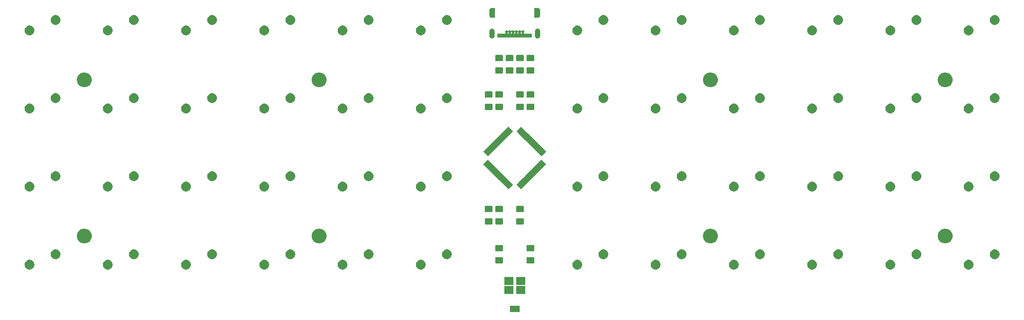
<source format=gts>
G04 #@! TF.GenerationSoftware,KiCad,Pcbnew,(5.1.2)-2*
G04 #@! TF.CreationDate,2019-06-29T16:51:37+09:00*
G04 #@! TF.ProjectId,pcb,7063622e-6b69-4636-9164-5f7063625858,rev?*
G04 #@! TF.SameCoordinates,Original*
G04 #@! TF.FileFunction,Soldermask,Top*
G04 #@! TF.FilePolarity,Negative*
%FSLAX46Y46*%
G04 Gerber Fmt 4.6, Leading zero omitted, Abs format (unit mm)*
G04 Created by KiCad (PCBNEW (5.1.2)-2) date 2019-06-29 16:51:37*
%MOMM*%
%LPD*%
G04 APERTURE LIST*
%ADD10C,0.100000*%
G04 APERTURE END LIST*
D10*
G36*
X150426000Y-104306000D02*
G01*
X148024000Y-104306000D01*
X148024000Y-102704000D01*
X150426000Y-102704000D01*
X150426000Y-104306000D01*
X150426000Y-104306000D01*
G37*
G36*
X151776000Y-99841000D02*
G01*
X149574000Y-99841000D01*
X149574000Y-97939000D01*
X151776000Y-97939000D01*
X151776000Y-99841000D01*
X151776000Y-99841000D01*
G37*
G36*
X148876000Y-99841000D02*
G01*
X146674000Y-99841000D01*
X146674000Y-97939000D01*
X148876000Y-97939000D01*
X148876000Y-99841000D01*
X148876000Y-99841000D01*
G37*
G36*
X148876000Y-97641000D02*
G01*
X146674000Y-97641000D01*
X146674000Y-95739000D01*
X148876000Y-95739000D01*
X148876000Y-97641000D01*
X148876000Y-97641000D01*
G37*
G36*
X151776000Y-97641000D02*
G01*
X149574000Y-97641000D01*
X149574000Y-95739000D01*
X151776000Y-95739000D01*
X151776000Y-97641000D01*
X151776000Y-97641000D01*
G37*
G36*
X107663276Y-91561884D02*
G01*
X107880569Y-91651890D01*
X107880571Y-91651891D01*
X108076130Y-91782560D01*
X108242440Y-91948870D01*
X108373110Y-92144431D01*
X108463116Y-92361724D01*
X108509000Y-92592400D01*
X108509000Y-92827600D01*
X108463116Y-93058276D01*
X108373110Y-93275569D01*
X108373109Y-93275571D01*
X108242440Y-93471130D01*
X108076130Y-93637440D01*
X107880571Y-93768109D01*
X107880570Y-93768110D01*
X107880569Y-93768110D01*
X107663276Y-93858116D01*
X107432600Y-93904000D01*
X107197400Y-93904000D01*
X106966724Y-93858116D01*
X106749431Y-93768110D01*
X106749430Y-93768110D01*
X106749429Y-93768109D01*
X106553870Y-93637440D01*
X106387560Y-93471130D01*
X106256891Y-93275571D01*
X106256890Y-93275569D01*
X106166884Y-93058276D01*
X106121000Y-92827600D01*
X106121000Y-92592400D01*
X106166884Y-92361724D01*
X106256890Y-92144431D01*
X106387560Y-91948870D01*
X106553870Y-91782560D01*
X106749429Y-91651891D01*
X106749431Y-91651890D01*
X106966724Y-91561884D01*
X107197400Y-91516000D01*
X107432600Y-91516000D01*
X107663276Y-91561884D01*
X107663276Y-91561884D01*
G37*
G36*
X260063276Y-91561884D02*
G01*
X260280569Y-91651890D01*
X260280571Y-91651891D01*
X260476130Y-91782560D01*
X260642440Y-91948870D01*
X260773110Y-92144431D01*
X260863116Y-92361724D01*
X260909000Y-92592400D01*
X260909000Y-92827600D01*
X260863116Y-93058276D01*
X260773110Y-93275569D01*
X260773109Y-93275571D01*
X260642440Y-93471130D01*
X260476130Y-93637440D01*
X260280571Y-93768109D01*
X260280570Y-93768110D01*
X260280569Y-93768110D01*
X260063276Y-93858116D01*
X259832600Y-93904000D01*
X259597400Y-93904000D01*
X259366724Y-93858116D01*
X259149431Y-93768110D01*
X259149430Y-93768110D01*
X259149429Y-93768109D01*
X258953870Y-93637440D01*
X258787560Y-93471130D01*
X258656891Y-93275571D01*
X258656890Y-93275569D01*
X258566884Y-93058276D01*
X258521000Y-92827600D01*
X258521000Y-92592400D01*
X258566884Y-92361724D01*
X258656890Y-92144431D01*
X258787560Y-91948870D01*
X258953870Y-91782560D01*
X259149429Y-91651891D01*
X259149431Y-91651890D01*
X259366724Y-91561884D01*
X259597400Y-91516000D01*
X259832600Y-91516000D01*
X260063276Y-91561884D01*
X260063276Y-91561884D01*
G37*
G36*
X241013276Y-91561884D02*
G01*
X241230569Y-91651890D01*
X241230571Y-91651891D01*
X241426130Y-91782560D01*
X241592440Y-91948870D01*
X241723110Y-92144431D01*
X241813116Y-92361724D01*
X241859000Y-92592400D01*
X241859000Y-92827600D01*
X241813116Y-93058276D01*
X241723110Y-93275569D01*
X241723109Y-93275571D01*
X241592440Y-93471130D01*
X241426130Y-93637440D01*
X241230571Y-93768109D01*
X241230570Y-93768110D01*
X241230569Y-93768110D01*
X241013276Y-93858116D01*
X240782600Y-93904000D01*
X240547400Y-93904000D01*
X240316724Y-93858116D01*
X240099431Y-93768110D01*
X240099430Y-93768110D01*
X240099429Y-93768109D01*
X239903870Y-93637440D01*
X239737560Y-93471130D01*
X239606891Y-93275571D01*
X239606890Y-93275569D01*
X239516884Y-93058276D01*
X239471000Y-92827600D01*
X239471000Y-92592400D01*
X239516884Y-92361724D01*
X239606890Y-92144431D01*
X239737560Y-91948870D01*
X239903870Y-91782560D01*
X240099429Y-91651891D01*
X240099431Y-91651890D01*
X240316724Y-91561884D01*
X240547400Y-91516000D01*
X240782600Y-91516000D01*
X241013276Y-91561884D01*
X241013276Y-91561884D01*
G37*
G36*
X183863276Y-91561884D02*
G01*
X184080569Y-91651890D01*
X184080571Y-91651891D01*
X184276130Y-91782560D01*
X184442440Y-91948870D01*
X184573110Y-92144431D01*
X184663116Y-92361724D01*
X184709000Y-92592400D01*
X184709000Y-92827600D01*
X184663116Y-93058276D01*
X184573110Y-93275569D01*
X184573109Y-93275571D01*
X184442440Y-93471130D01*
X184276130Y-93637440D01*
X184080571Y-93768109D01*
X184080570Y-93768110D01*
X184080569Y-93768110D01*
X183863276Y-93858116D01*
X183632600Y-93904000D01*
X183397400Y-93904000D01*
X183166724Y-93858116D01*
X182949431Y-93768110D01*
X182949430Y-93768110D01*
X182949429Y-93768109D01*
X182753870Y-93637440D01*
X182587560Y-93471130D01*
X182456891Y-93275571D01*
X182456890Y-93275569D01*
X182366884Y-93058276D01*
X182321000Y-92827600D01*
X182321000Y-92592400D01*
X182366884Y-92361724D01*
X182456890Y-92144431D01*
X182587560Y-91948870D01*
X182753870Y-91782560D01*
X182949429Y-91651891D01*
X182949431Y-91651890D01*
X183166724Y-91561884D01*
X183397400Y-91516000D01*
X183632600Y-91516000D01*
X183863276Y-91561884D01*
X183863276Y-91561884D01*
G37*
G36*
X126713276Y-91561884D02*
G01*
X126930569Y-91651890D01*
X126930571Y-91651891D01*
X127126130Y-91782560D01*
X127292440Y-91948870D01*
X127423110Y-92144431D01*
X127513116Y-92361724D01*
X127559000Y-92592400D01*
X127559000Y-92827600D01*
X127513116Y-93058276D01*
X127423110Y-93275569D01*
X127423109Y-93275571D01*
X127292440Y-93471130D01*
X127126130Y-93637440D01*
X126930571Y-93768109D01*
X126930570Y-93768110D01*
X126930569Y-93768110D01*
X126713276Y-93858116D01*
X126482600Y-93904000D01*
X126247400Y-93904000D01*
X126016724Y-93858116D01*
X125799431Y-93768110D01*
X125799430Y-93768110D01*
X125799429Y-93768109D01*
X125603870Y-93637440D01*
X125437560Y-93471130D01*
X125306891Y-93275571D01*
X125306890Y-93275569D01*
X125216884Y-93058276D01*
X125171000Y-92827600D01*
X125171000Y-92592400D01*
X125216884Y-92361724D01*
X125306890Y-92144431D01*
X125437560Y-91948870D01*
X125603870Y-91782560D01*
X125799429Y-91651891D01*
X125799431Y-91651890D01*
X126016724Y-91561884D01*
X126247400Y-91516000D01*
X126482600Y-91516000D01*
X126713276Y-91561884D01*
X126713276Y-91561884D01*
G37*
G36*
X88613276Y-91561884D02*
G01*
X88830569Y-91651890D01*
X88830571Y-91651891D01*
X89026130Y-91782560D01*
X89192440Y-91948870D01*
X89323110Y-92144431D01*
X89413116Y-92361724D01*
X89459000Y-92592400D01*
X89459000Y-92827600D01*
X89413116Y-93058276D01*
X89323110Y-93275569D01*
X89323109Y-93275571D01*
X89192440Y-93471130D01*
X89026130Y-93637440D01*
X88830571Y-93768109D01*
X88830570Y-93768110D01*
X88830569Y-93768110D01*
X88613276Y-93858116D01*
X88382600Y-93904000D01*
X88147400Y-93904000D01*
X87916724Y-93858116D01*
X87699431Y-93768110D01*
X87699430Y-93768110D01*
X87699429Y-93768109D01*
X87503870Y-93637440D01*
X87337560Y-93471130D01*
X87206891Y-93275571D01*
X87206890Y-93275569D01*
X87116884Y-93058276D01*
X87071000Y-92827600D01*
X87071000Y-92592400D01*
X87116884Y-92361724D01*
X87206890Y-92144431D01*
X87337560Y-91948870D01*
X87503870Y-91782560D01*
X87699429Y-91651891D01*
X87699431Y-91651890D01*
X87916724Y-91561884D01*
X88147400Y-91516000D01*
X88382600Y-91516000D01*
X88613276Y-91561884D01*
X88613276Y-91561884D01*
G37*
G36*
X69563276Y-91561884D02*
G01*
X69780569Y-91651890D01*
X69780571Y-91651891D01*
X69976130Y-91782560D01*
X70142440Y-91948870D01*
X70273110Y-92144431D01*
X70363116Y-92361724D01*
X70409000Y-92592400D01*
X70409000Y-92827600D01*
X70363116Y-93058276D01*
X70273110Y-93275569D01*
X70273109Y-93275571D01*
X70142440Y-93471130D01*
X69976130Y-93637440D01*
X69780571Y-93768109D01*
X69780570Y-93768110D01*
X69780569Y-93768110D01*
X69563276Y-93858116D01*
X69332600Y-93904000D01*
X69097400Y-93904000D01*
X68866724Y-93858116D01*
X68649431Y-93768110D01*
X68649430Y-93768110D01*
X68649429Y-93768109D01*
X68453870Y-93637440D01*
X68287560Y-93471130D01*
X68156891Y-93275571D01*
X68156890Y-93275569D01*
X68066884Y-93058276D01*
X68021000Y-92827600D01*
X68021000Y-92592400D01*
X68066884Y-92361724D01*
X68156890Y-92144431D01*
X68287560Y-91948870D01*
X68453870Y-91782560D01*
X68649429Y-91651891D01*
X68649431Y-91651890D01*
X68866724Y-91561884D01*
X69097400Y-91516000D01*
X69332600Y-91516000D01*
X69563276Y-91561884D01*
X69563276Y-91561884D01*
G37*
G36*
X50513276Y-91561884D02*
G01*
X50730569Y-91651890D01*
X50730571Y-91651891D01*
X50926130Y-91782560D01*
X51092440Y-91948870D01*
X51223110Y-92144431D01*
X51313116Y-92361724D01*
X51359000Y-92592400D01*
X51359000Y-92827600D01*
X51313116Y-93058276D01*
X51223110Y-93275569D01*
X51223109Y-93275571D01*
X51092440Y-93471130D01*
X50926130Y-93637440D01*
X50730571Y-93768109D01*
X50730570Y-93768110D01*
X50730569Y-93768110D01*
X50513276Y-93858116D01*
X50282600Y-93904000D01*
X50047400Y-93904000D01*
X49816724Y-93858116D01*
X49599431Y-93768110D01*
X49599430Y-93768110D01*
X49599429Y-93768109D01*
X49403870Y-93637440D01*
X49237560Y-93471130D01*
X49106891Y-93275571D01*
X49106890Y-93275569D01*
X49016884Y-93058276D01*
X48971000Y-92827600D01*
X48971000Y-92592400D01*
X49016884Y-92361724D01*
X49106890Y-92144431D01*
X49237560Y-91948870D01*
X49403870Y-91782560D01*
X49599429Y-91651891D01*
X49599431Y-91651890D01*
X49816724Y-91561884D01*
X50047400Y-91516000D01*
X50282600Y-91516000D01*
X50513276Y-91561884D01*
X50513276Y-91561884D01*
G37*
G36*
X31463276Y-91561884D02*
G01*
X31680569Y-91651890D01*
X31680571Y-91651891D01*
X31876130Y-91782560D01*
X32042440Y-91948870D01*
X32173110Y-92144431D01*
X32263116Y-92361724D01*
X32309000Y-92592400D01*
X32309000Y-92827600D01*
X32263116Y-93058276D01*
X32173110Y-93275569D01*
X32173109Y-93275571D01*
X32042440Y-93471130D01*
X31876130Y-93637440D01*
X31680571Y-93768109D01*
X31680570Y-93768110D01*
X31680569Y-93768110D01*
X31463276Y-93858116D01*
X31232600Y-93904000D01*
X30997400Y-93904000D01*
X30766724Y-93858116D01*
X30549431Y-93768110D01*
X30549430Y-93768110D01*
X30549429Y-93768109D01*
X30353870Y-93637440D01*
X30187560Y-93471130D01*
X30056891Y-93275571D01*
X30056890Y-93275569D01*
X29966884Y-93058276D01*
X29921000Y-92827600D01*
X29921000Y-92592400D01*
X29966884Y-92361724D01*
X30056890Y-92144431D01*
X30187560Y-91948870D01*
X30353870Y-91782560D01*
X30549429Y-91651891D01*
X30549431Y-91651890D01*
X30766724Y-91561884D01*
X30997400Y-91516000D01*
X31232600Y-91516000D01*
X31463276Y-91561884D01*
X31463276Y-91561884D01*
G37*
G36*
X221963276Y-91561884D02*
G01*
X222180569Y-91651890D01*
X222180571Y-91651891D01*
X222376130Y-91782560D01*
X222542440Y-91948870D01*
X222673110Y-92144431D01*
X222763116Y-92361724D01*
X222809000Y-92592400D01*
X222809000Y-92827600D01*
X222763116Y-93058276D01*
X222673110Y-93275569D01*
X222673109Y-93275571D01*
X222542440Y-93471130D01*
X222376130Y-93637440D01*
X222180571Y-93768109D01*
X222180570Y-93768110D01*
X222180569Y-93768110D01*
X221963276Y-93858116D01*
X221732600Y-93904000D01*
X221497400Y-93904000D01*
X221266724Y-93858116D01*
X221049431Y-93768110D01*
X221049430Y-93768110D01*
X221049429Y-93768109D01*
X220853870Y-93637440D01*
X220687560Y-93471130D01*
X220556891Y-93275571D01*
X220556890Y-93275569D01*
X220466884Y-93058276D01*
X220421000Y-92827600D01*
X220421000Y-92592400D01*
X220466884Y-92361724D01*
X220556890Y-92144431D01*
X220687560Y-91948870D01*
X220853870Y-91782560D01*
X221049429Y-91651891D01*
X221049431Y-91651890D01*
X221266724Y-91561884D01*
X221497400Y-91516000D01*
X221732600Y-91516000D01*
X221963276Y-91561884D01*
X221963276Y-91561884D01*
G37*
G36*
X164813276Y-91561884D02*
G01*
X165030569Y-91651890D01*
X165030571Y-91651891D01*
X165226130Y-91782560D01*
X165392440Y-91948870D01*
X165523110Y-92144431D01*
X165613116Y-92361724D01*
X165659000Y-92592400D01*
X165659000Y-92827600D01*
X165613116Y-93058276D01*
X165523110Y-93275569D01*
X165523109Y-93275571D01*
X165392440Y-93471130D01*
X165226130Y-93637440D01*
X165030571Y-93768109D01*
X165030570Y-93768110D01*
X165030569Y-93768110D01*
X164813276Y-93858116D01*
X164582600Y-93904000D01*
X164347400Y-93904000D01*
X164116724Y-93858116D01*
X163899431Y-93768110D01*
X163899430Y-93768110D01*
X163899429Y-93768109D01*
X163703870Y-93637440D01*
X163537560Y-93471130D01*
X163406891Y-93275571D01*
X163406890Y-93275569D01*
X163316884Y-93058276D01*
X163271000Y-92827600D01*
X163271000Y-92592400D01*
X163316884Y-92361724D01*
X163406890Y-92144431D01*
X163537560Y-91948870D01*
X163703870Y-91782560D01*
X163899429Y-91651891D01*
X163899431Y-91651890D01*
X164116724Y-91561884D01*
X164347400Y-91516000D01*
X164582600Y-91516000D01*
X164813276Y-91561884D01*
X164813276Y-91561884D01*
G37*
G36*
X202913276Y-91561884D02*
G01*
X203130569Y-91651890D01*
X203130571Y-91651891D01*
X203326130Y-91782560D01*
X203492440Y-91948870D01*
X203623110Y-92144431D01*
X203713116Y-92361724D01*
X203759000Y-92592400D01*
X203759000Y-92827600D01*
X203713116Y-93058276D01*
X203623110Y-93275569D01*
X203623109Y-93275571D01*
X203492440Y-93471130D01*
X203326130Y-93637440D01*
X203130571Y-93768109D01*
X203130570Y-93768110D01*
X203130569Y-93768110D01*
X202913276Y-93858116D01*
X202682600Y-93904000D01*
X202447400Y-93904000D01*
X202216724Y-93858116D01*
X201999431Y-93768110D01*
X201999430Y-93768110D01*
X201999429Y-93768109D01*
X201803870Y-93637440D01*
X201637560Y-93471130D01*
X201506891Y-93275571D01*
X201506890Y-93275569D01*
X201416884Y-93058276D01*
X201371000Y-92827600D01*
X201371000Y-92592400D01*
X201416884Y-92361724D01*
X201506890Y-92144431D01*
X201637560Y-91948870D01*
X201803870Y-91782560D01*
X201999429Y-91651891D01*
X201999431Y-91651890D01*
X202216724Y-91561884D01*
X202447400Y-91516000D01*
X202682600Y-91516000D01*
X202913276Y-91561884D01*
X202913276Y-91561884D01*
G37*
G36*
X153810562Y-90898181D02*
G01*
X153845481Y-90908774D01*
X153877663Y-90925976D01*
X153905873Y-90949127D01*
X153929024Y-90977337D01*
X153946226Y-91009519D01*
X153956819Y-91044438D01*
X153961000Y-91086895D01*
X153961000Y-92228105D01*
X153956819Y-92270562D01*
X153946226Y-92305481D01*
X153929024Y-92337663D01*
X153905873Y-92365873D01*
X153877663Y-92389024D01*
X153845481Y-92406226D01*
X153810562Y-92416819D01*
X153768105Y-92421000D01*
X152301895Y-92421000D01*
X152259438Y-92416819D01*
X152224519Y-92406226D01*
X152192337Y-92389024D01*
X152164127Y-92365873D01*
X152140976Y-92337663D01*
X152123774Y-92305481D01*
X152113181Y-92270562D01*
X152109000Y-92228105D01*
X152109000Y-91086895D01*
X152113181Y-91044438D01*
X152123774Y-91009519D01*
X152140976Y-90977337D01*
X152164127Y-90949127D01*
X152192337Y-90925976D01*
X152224519Y-90908774D01*
X152259438Y-90898181D01*
X152301895Y-90894000D01*
X153768105Y-90894000D01*
X153810562Y-90898181D01*
X153810562Y-90898181D01*
G37*
G36*
X146190562Y-90898181D02*
G01*
X146225481Y-90908774D01*
X146257663Y-90925976D01*
X146285873Y-90949127D01*
X146309024Y-90977337D01*
X146326226Y-91009519D01*
X146336819Y-91044438D01*
X146341000Y-91086895D01*
X146341000Y-92228105D01*
X146336819Y-92270562D01*
X146326226Y-92305481D01*
X146309024Y-92337663D01*
X146285873Y-92365873D01*
X146257663Y-92389024D01*
X146225481Y-92406226D01*
X146190562Y-92416819D01*
X146148105Y-92421000D01*
X144681895Y-92421000D01*
X144639438Y-92416819D01*
X144604519Y-92406226D01*
X144572337Y-92389024D01*
X144544127Y-92365873D01*
X144520976Y-92337663D01*
X144503774Y-92305481D01*
X144493181Y-92270562D01*
X144489000Y-92228105D01*
X144489000Y-91086895D01*
X144493181Y-91044438D01*
X144503774Y-91009519D01*
X144520976Y-90977337D01*
X144544127Y-90949127D01*
X144572337Y-90925976D01*
X144604519Y-90908774D01*
X144639438Y-90898181D01*
X144681895Y-90894000D01*
X146148105Y-90894000D01*
X146190562Y-90898181D01*
X146190562Y-90898181D01*
G37*
G36*
X37813276Y-89021884D02*
G01*
X38030569Y-89111890D01*
X38030571Y-89111891D01*
X38129667Y-89178105D01*
X38226130Y-89242560D01*
X38392440Y-89408870D01*
X38523110Y-89604431D01*
X38613116Y-89821724D01*
X38659000Y-90052400D01*
X38659000Y-90287600D01*
X38613116Y-90518276D01*
X38523110Y-90735569D01*
X38523109Y-90735571D01*
X38392440Y-90931130D01*
X38226130Y-91097440D01*
X38030571Y-91228109D01*
X38030570Y-91228110D01*
X38030569Y-91228110D01*
X37813276Y-91318116D01*
X37582600Y-91364000D01*
X37347400Y-91364000D01*
X37116724Y-91318116D01*
X36899431Y-91228110D01*
X36899430Y-91228110D01*
X36899429Y-91228109D01*
X36703870Y-91097440D01*
X36537560Y-90931130D01*
X36406891Y-90735571D01*
X36406890Y-90735569D01*
X36316884Y-90518276D01*
X36271000Y-90287600D01*
X36271000Y-90052400D01*
X36316884Y-89821724D01*
X36406890Y-89604431D01*
X36537560Y-89408870D01*
X36703870Y-89242560D01*
X36800333Y-89178105D01*
X36899429Y-89111891D01*
X36899431Y-89111890D01*
X37116724Y-89021884D01*
X37347400Y-88976000D01*
X37582600Y-88976000D01*
X37813276Y-89021884D01*
X37813276Y-89021884D01*
G37*
G36*
X266413276Y-89021884D02*
G01*
X266630569Y-89111890D01*
X266630571Y-89111891D01*
X266729667Y-89178105D01*
X266826130Y-89242560D01*
X266992440Y-89408870D01*
X267123110Y-89604431D01*
X267213116Y-89821724D01*
X267259000Y-90052400D01*
X267259000Y-90287600D01*
X267213116Y-90518276D01*
X267123110Y-90735569D01*
X267123109Y-90735571D01*
X266992440Y-90931130D01*
X266826130Y-91097440D01*
X266630571Y-91228109D01*
X266630570Y-91228110D01*
X266630569Y-91228110D01*
X266413276Y-91318116D01*
X266182600Y-91364000D01*
X265947400Y-91364000D01*
X265716724Y-91318116D01*
X265499431Y-91228110D01*
X265499430Y-91228110D01*
X265499429Y-91228109D01*
X265303870Y-91097440D01*
X265137560Y-90931130D01*
X265006891Y-90735571D01*
X265006890Y-90735569D01*
X264916884Y-90518276D01*
X264871000Y-90287600D01*
X264871000Y-90052400D01*
X264916884Y-89821724D01*
X265006890Y-89604431D01*
X265137560Y-89408870D01*
X265303870Y-89242560D01*
X265400333Y-89178105D01*
X265499429Y-89111891D01*
X265499431Y-89111890D01*
X265716724Y-89021884D01*
X265947400Y-88976000D01*
X266182600Y-88976000D01*
X266413276Y-89021884D01*
X266413276Y-89021884D01*
G37*
G36*
X247363276Y-89021884D02*
G01*
X247580569Y-89111890D01*
X247580571Y-89111891D01*
X247679667Y-89178105D01*
X247776130Y-89242560D01*
X247942440Y-89408870D01*
X248073110Y-89604431D01*
X248163116Y-89821724D01*
X248209000Y-90052400D01*
X248209000Y-90287600D01*
X248163116Y-90518276D01*
X248073110Y-90735569D01*
X248073109Y-90735571D01*
X247942440Y-90931130D01*
X247776130Y-91097440D01*
X247580571Y-91228109D01*
X247580570Y-91228110D01*
X247580569Y-91228110D01*
X247363276Y-91318116D01*
X247132600Y-91364000D01*
X246897400Y-91364000D01*
X246666724Y-91318116D01*
X246449431Y-91228110D01*
X246449430Y-91228110D01*
X246449429Y-91228109D01*
X246253870Y-91097440D01*
X246087560Y-90931130D01*
X245956891Y-90735571D01*
X245956890Y-90735569D01*
X245866884Y-90518276D01*
X245821000Y-90287600D01*
X245821000Y-90052400D01*
X245866884Y-89821724D01*
X245956890Y-89604431D01*
X246087560Y-89408870D01*
X246253870Y-89242560D01*
X246350333Y-89178105D01*
X246449429Y-89111891D01*
X246449431Y-89111890D01*
X246666724Y-89021884D01*
X246897400Y-88976000D01*
X247132600Y-88976000D01*
X247363276Y-89021884D01*
X247363276Y-89021884D01*
G37*
G36*
X228313276Y-89021884D02*
G01*
X228530569Y-89111890D01*
X228530571Y-89111891D01*
X228629667Y-89178105D01*
X228726130Y-89242560D01*
X228892440Y-89408870D01*
X229023110Y-89604431D01*
X229113116Y-89821724D01*
X229159000Y-90052400D01*
X229159000Y-90287600D01*
X229113116Y-90518276D01*
X229023110Y-90735569D01*
X229023109Y-90735571D01*
X228892440Y-90931130D01*
X228726130Y-91097440D01*
X228530571Y-91228109D01*
X228530570Y-91228110D01*
X228530569Y-91228110D01*
X228313276Y-91318116D01*
X228082600Y-91364000D01*
X227847400Y-91364000D01*
X227616724Y-91318116D01*
X227399431Y-91228110D01*
X227399430Y-91228110D01*
X227399429Y-91228109D01*
X227203870Y-91097440D01*
X227037560Y-90931130D01*
X226906891Y-90735571D01*
X226906890Y-90735569D01*
X226816884Y-90518276D01*
X226771000Y-90287600D01*
X226771000Y-90052400D01*
X226816884Y-89821724D01*
X226906890Y-89604431D01*
X227037560Y-89408870D01*
X227203870Y-89242560D01*
X227300333Y-89178105D01*
X227399429Y-89111891D01*
X227399431Y-89111890D01*
X227616724Y-89021884D01*
X227847400Y-88976000D01*
X228082600Y-88976000D01*
X228313276Y-89021884D01*
X228313276Y-89021884D01*
G37*
G36*
X209263276Y-89021884D02*
G01*
X209480569Y-89111890D01*
X209480571Y-89111891D01*
X209579667Y-89178105D01*
X209676130Y-89242560D01*
X209842440Y-89408870D01*
X209973110Y-89604431D01*
X210063116Y-89821724D01*
X210109000Y-90052400D01*
X210109000Y-90287600D01*
X210063116Y-90518276D01*
X209973110Y-90735569D01*
X209973109Y-90735571D01*
X209842440Y-90931130D01*
X209676130Y-91097440D01*
X209480571Y-91228109D01*
X209480570Y-91228110D01*
X209480569Y-91228110D01*
X209263276Y-91318116D01*
X209032600Y-91364000D01*
X208797400Y-91364000D01*
X208566724Y-91318116D01*
X208349431Y-91228110D01*
X208349430Y-91228110D01*
X208349429Y-91228109D01*
X208153870Y-91097440D01*
X207987560Y-90931130D01*
X207856891Y-90735571D01*
X207856890Y-90735569D01*
X207766884Y-90518276D01*
X207721000Y-90287600D01*
X207721000Y-90052400D01*
X207766884Y-89821724D01*
X207856890Y-89604431D01*
X207987560Y-89408870D01*
X208153870Y-89242560D01*
X208250333Y-89178105D01*
X208349429Y-89111891D01*
X208349431Y-89111890D01*
X208566724Y-89021884D01*
X208797400Y-88976000D01*
X209032600Y-88976000D01*
X209263276Y-89021884D01*
X209263276Y-89021884D01*
G37*
G36*
X190213276Y-89021884D02*
G01*
X190430569Y-89111890D01*
X190430571Y-89111891D01*
X190529667Y-89178105D01*
X190626130Y-89242560D01*
X190792440Y-89408870D01*
X190923110Y-89604431D01*
X191013116Y-89821724D01*
X191059000Y-90052400D01*
X191059000Y-90287600D01*
X191013116Y-90518276D01*
X190923110Y-90735569D01*
X190923109Y-90735571D01*
X190792440Y-90931130D01*
X190626130Y-91097440D01*
X190430571Y-91228109D01*
X190430570Y-91228110D01*
X190430569Y-91228110D01*
X190213276Y-91318116D01*
X189982600Y-91364000D01*
X189747400Y-91364000D01*
X189516724Y-91318116D01*
X189299431Y-91228110D01*
X189299430Y-91228110D01*
X189299429Y-91228109D01*
X189103870Y-91097440D01*
X188937560Y-90931130D01*
X188806891Y-90735571D01*
X188806890Y-90735569D01*
X188716884Y-90518276D01*
X188671000Y-90287600D01*
X188671000Y-90052400D01*
X188716884Y-89821724D01*
X188806890Y-89604431D01*
X188937560Y-89408870D01*
X189103870Y-89242560D01*
X189200333Y-89178105D01*
X189299429Y-89111891D01*
X189299431Y-89111890D01*
X189516724Y-89021884D01*
X189747400Y-88976000D01*
X189982600Y-88976000D01*
X190213276Y-89021884D01*
X190213276Y-89021884D01*
G37*
G36*
X171163276Y-89021884D02*
G01*
X171380569Y-89111890D01*
X171380571Y-89111891D01*
X171479667Y-89178105D01*
X171576130Y-89242560D01*
X171742440Y-89408870D01*
X171873110Y-89604431D01*
X171963116Y-89821724D01*
X172009000Y-90052400D01*
X172009000Y-90287600D01*
X171963116Y-90518276D01*
X171873110Y-90735569D01*
X171873109Y-90735571D01*
X171742440Y-90931130D01*
X171576130Y-91097440D01*
X171380571Y-91228109D01*
X171380570Y-91228110D01*
X171380569Y-91228110D01*
X171163276Y-91318116D01*
X170932600Y-91364000D01*
X170697400Y-91364000D01*
X170466724Y-91318116D01*
X170249431Y-91228110D01*
X170249430Y-91228110D01*
X170249429Y-91228109D01*
X170053870Y-91097440D01*
X169887560Y-90931130D01*
X169756891Y-90735571D01*
X169756890Y-90735569D01*
X169666884Y-90518276D01*
X169621000Y-90287600D01*
X169621000Y-90052400D01*
X169666884Y-89821724D01*
X169756890Y-89604431D01*
X169887560Y-89408870D01*
X170053870Y-89242560D01*
X170150333Y-89178105D01*
X170249429Y-89111891D01*
X170249431Y-89111890D01*
X170466724Y-89021884D01*
X170697400Y-88976000D01*
X170932600Y-88976000D01*
X171163276Y-89021884D01*
X171163276Y-89021884D01*
G37*
G36*
X133063276Y-89021884D02*
G01*
X133280569Y-89111890D01*
X133280571Y-89111891D01*
X133379667Y-89178105D01*
X133476130Y-89242560D01*
X133642440Y-89408870D01*
X133773110Y-89604431D01*
X133863116Y-89821724D01*
X133909000Y-90052400D01*
X133909000Y-90287600D01*
X133863116Y-90518276D01*
X133773110Y-90735569D01*
X133773109Y-90735571D01*
X133642440Y-90931130D01*
X133476130Y-91097440D01*
X133280571Y-91228109D01*
X133280570Y-91228110D01*
X133280569Y-91228110D01*
X133063276Y-91318116D01*
X132832600Y-91364000D01*
X132597400Y-91364000D01*
X132366724Y-91318116D01*
X132149431Y-91228110D01*
X132149430Y-91228110D01*
X132149429Y-91228109D01*
X131953870Y-91097440D01*
X131787560Y-90931130D01*
X131656891Y-90735571D01*
X131656890Y-90735569D01*
X131566884Y-90518276D01*
X131521000Y-90287600D01*
X131521000Y-90052400D01*
X131566884Y-89821724D01*
X131656890Y-89604431D01*
X131787560Y-89408870D01*
X131953870Y-89242560D01*
X132050333Y-89178105D01*
X132149429Y-89111891D01*
X132149431Y-89111890D01*
X132366724Y-89021884D01*
X132597400Y-88976000D01*
X132832600Y-88976000D01*
X133063276Y-89021884D01*
X133063276Y-89021884D01*
G37*
G36*
X56863276Y-89021884D02*
G01*
X57080569Y-89111890D01*
X57080571Y-89111891D01*
X57179667Y-89178105D01*
X57276130Y-89242560D01*
X57442440Y-89408870D01*
X57573110Y-89604431D01*
X57663116Y-89821724D01*
X57709000Y-90052400D01*
X57709000Y-90287600D01*
X57663116Y-90518276D01*
X57573110Y-90735569D01*
X57573109Y-90735571D01*
X57442440Y-90931130D01*
X57276130Y-91097440D01*
X57080571Y-91228109D01*
X57080570Y-91228110D01*
X57080569Y-91228110D01*
X56863276Y-91318116D01*
X56632600Y-91364000D01*
X56397400Y-91364000D01*
X56166724Y-91318116D01*
X55949431Y-91228110D01*
X55949430Y-91228110D01*
X55949429Y-91228109D01*
X55753870Y-91097440D01*
X55587560Y-90931130D01*
X55456891Y-90735571D01*
X55456890Y-90735569D01*
X55366884Y-90518276D01*
X55321000Y-90287600D01*
X55321000Y-90052400D01*
X55366884Y-89821724D01*
X55456890Y-89604431D01*
X55587560Y-89408870D01*
X55753870Y-89242560D01*
X55850333Y-89178105D01*
X55949429Y-89111891D01*
X55949431Y-89111890D01*
X56166724Y-89021884D01*
X56397400Y-88976000D01*
X56632600Y-88976000D01*
X56863276Y-89021884D01*
X56863276Y-89021884D01*
G37*
G36*
X94963276Y-89021884D02*
G01*
X95180569Y-89111890D01*
X95180571Y-89111891D01*
X95279667Y-89178105D01*
X95376130Y-89242560D01*
X95542440Y-89408870D01*
X95673110Y-89604431D01*
X95763116Y-89821724D01*
X95809000Y-90052400D01*
X95809000Y-90287600D01*
X95763116Y-90518276D01*
X95673110Y-90735569D01*
X95673109Y-90735571D01*
X95542440Y-90931130D01*
X95376130Y-91097440D01*
X95180571Y-91228109D01*
X95180570Y-91228110D01*
X95180569Y-91228110D01*
X94963276Y-91318116D01*
X94732600Y-91364000D01*
X94497400Y-91364000D01*
X94266724Y-91318116D01*
X94049431Y-91228110D01*
X94049430Y-91228110D01*
X94049429Y-91228109D01*
X93853870Y-91097440D01*
X93687560Y-90931130D01*
X93556891Y-90735571D01*
X93556890Y-90735569D01*
X93466884Y-90518276D01*
X93421000Y-90287600D01*
X93421000Y-90052400D01*
X93466884Y-89821724D01*
X93556890Y-89604431D01*
X93687560Y-89408870D01*
X93853870Y-89242560D01*
X93950333Y-89178105D01*
X94049429Y-89111891D01*
X94049431Y-89111890D01*
X94266724Y-89021884D01*
X94497400Y-88976000D01*
X94732600Y-88976000D01*
X94963276Y-89021884D01*
X94963276Y-89021884D01*
G37*
G36*
X114013276Y-89021884D02*
G01*
X114230569Y-89111890D01*
X114230571Y-89111891D01*
X114329667Y-89178105D01*
X114426130Y-89242560D01*
X114592440Y-89408870D01*
X114723110Y-89604431D01*
X114813116Y-89821724D01*
X114859000Y-90052400D01*
X114859000Y-90287600D01*
X114813116Y-90518276D01*
X114723110Y-90735569D01*
X114723109Y-90735571D01*
X114592440Y-90931130D01*
X114426130Y-91097440D01*
X114230571Y-91228109D01*
X114230570Y-91228110D01*
X114230569Y-91228110D01*
X114013276Y-91318116D01*
X113782600Y-91364000D01*
X113547400Y-91364000D01*
X113316724Y-91318116D01*
X113099431Y-91228110D01*
X113099430Y-91228110D01*
X113099429Y-91228109D01*
X112903870Y-91097440D01*
X112737560Y-90931130D01*
X112606891Y-90735571D01*
X112606890Y-90735569D01*
X112516884Y-90518276D01*
X112471000Y-90287600D01*
X112471000Y-90052400D01*
X112516884Y-89821724D01*
X112606890Y-89604431D01*
X112737560Y-89408870D01*
X112903870Y-89242560D01*
X113000333Y-89178105D01*
X113099429Y-89111891D01*
X113099431Y-89111890D01*
X113316724Y-89021884D01*
X113547400Y-88976000D01*
X113782600Y-88976000D01*
X114013276Y-89021884D01*
X114013276Y-89021884D01*
G37*
G36*
X75913276Y-89021884D02*
G01*
X76130569Y-89111890D01*
X76130571Y-89111891D01*
X76229667Y-89178105D01*
X76326130Y-89242560D01*
X76492440Y-89408870D01*
X76623110Y-89604431D01*
X76713116Y-89821724D01*
X76759000Y-90052400D01*
X76759000Y-90287600D01*
X76713116Y-90518276D01*
X76623110Y-90735569D01*
X76623109Y-90735571D01*
X76492440Y-90931130D01*
X76326130Y-91097440D01*
X76130571Y-91228109D01*
X76130570Y-91228110D01*
X76130569Y-91228110D01*
X75913276Y-91318116D01*
X75682600Y-91364000D01*
X75447400Y-91364000D01*
X75216724Y-91318116D01*
X74999431Y-91228110D01*
X74999430Y-91228110D01*
X74999429Y-91228109D01*
X74803870Y-91097440D01*
X74637560Y-90931130D01*
X74506891Y-90735571D01*
X74506890Y-90735569D01*
X74416884Y-90518276D01*
X74371000Y-90287600D01*
X74371000Y-90052400D01*
X74416884Y-89821724D01*
X74506890Y-89604431D01*
X74637560Y-89408870D01*
X74803870Y-89242560D01*
X74900333Y-89178105D01*
X74999429Y-89111891D01*
X74999431Y-89111890D01*
X75216724Y-89021884D01*
X75447400Y-88976000D01*
X75682600Y-88976000D01*
X75913276Y-89021884D01*
X75913276Y-89021884D01*
G37*
G36*
X153810562Y-87923181D02*
G01*
X153845481Y-87933774D01*
X153877663Y-87950976D01*
X153905873Y-87974127D01*
X153929024Y-88002337D01*
X153946226Y-88034519D01*
X153956819Y-88069438D01*
X153961000Y-88111895D01*
X153961000Y-89253105D01*
X153956819Y-89295562D01*
X153946226Y-89330481D01*
X153929024Y-89362663D01*
X153905873Y-89390873D01*
X153877663Y-89414024D01*
X153845481Y-89431226D01*
X153810562Y-89441819D01*
X153768105Y-89446000D01*
X152301895Y-89446000D01*
X152259438Y-89441819D01*
X152224519Y-89431226D01*
X152192337Y-89414024D01*
X152164127Y-89390873D01*
X152140976Y-89362663D01*
X152123774Y-89330481D01*
X152113181Y-89295562D01*
X152109000Y-89253105D01*
X152109000Y-88111895D01*
X152113181Y-88069438D01*
X152123774Y-88034519D01*
X152140976Y-88002337D01*
X152164127Y-87974127D01*
X152192337Y-87950976D01*
X152224519Y-87933774D01*
X152259438Y-87923181D01*
X152301895Y-87919000D01*
X153768105Y-87919000D01*
X153810562Y-87923181D01*
X153810562Y-87923181D01*
G37*
G36*
X146190562Y-87923181D02*
G01*
X146225481Y-87933774D01*
X146257663Y-87950976D01*
X146285873Y-87974127D01*
X146309024Y-88002337D01*
X146326226Y-88034519D01*
X146336819Y-88069438D01*
X146341000Y-88111895D01*
X146341000Y-89253105D01*
X146336819Y-89295562D01*
X146326226Y-89330481D01*
X146309024Y-89362663D01*
X146285873Y-89390873D01*
X146257663Y-89414024D01*
X146225481Y-89431226D01*
X146190562Y-89441819D01*
X146148105Y-89446000D01*
X144681895Y-89446000D01*
X144639438Y-89441819D01*
X144604519Y-89431226D01*
X144572337Y-89414024D01*
X144544127Y-89390873D01*
X144520976Y-89362663D01*
X144503774Y-89330481D01*
X144493181Y-89295562D01*
X144489000Y-89253105D01*
X144489000Y-88111895D01*
X144493181Y-88069438D01*
X144503774Y-88034519D01*
X144520976Y-88002337D01*
X144544127Y-87974127D01*
X144572337Y-87950976D01*
X144604519Y-87933774D01*
X144639438Y-87923181D01*
X144681895Y-87919000D01*
X146148105Y-87919000D01*
X146190562Y-87923181D01*
X146190562Y-87923181D01*
G37*
G36*
X254525331Y-83993211D02*
G01*
X254853092Y-84128974D01*
X255148070Y-84326072D01*
X255398928Y-84576930D01*
X255596026Y-84871908D01*
X255731789Y-85199669D01*
X255801000Y-85547616D01*
X255801000Y-85902384D01*
X255731789Y-86250331D01*
X255596026Y-86578092D01*
X255398928Y-86873070D01*
X255148070Y-87123928D01*
X254853092Y-87321026D01*
X254525331Y-87456789D01*
X254177384Y-87526000D01*
X253822616Y-87526000D01*
X253474669Y-87456789D01*
X253146908Y-87321026D01*
X252851930Y-87123928D01*
X252601072Y-86873070D01*
X252403974Y-86578092D01*
X252268211Y-86250331D01*
X252199000Y-85902384D01*
X252199000Y-85547616D01*
X252268211Y-85199669D01*
X252403974Y-84871908D01*
X252601072Y-84576930D01*
X252851930Y-84326072D01*
X253146908Y-84128974D01*
X253474669Y-83993211D01*
X253822616Y-83924000D01*
X254177384Y-83924000D01*
X254525331Y-83993211D01*
X254525331Y-83993211D01*
G37*
G36*
X197375331Y-83993211D02*
G01*
X197703092Y-84128974D01*
X197998070Y-84326072D01*
X198248928Y-84576930D01*
X198446026Y-84871908D01*
X198581789Y-85199669D01*
X198651000Y-85547616D01*
X198651000Y-85902384D01*
X198581789Y-86250331D01*
X198446026Y-86578092D01*
X198248928Y-86873070D01*
X197998070Y-87123928D01*
X197703092Y-87321026D01*
X197375331Y-87456789D01*
X197027384Y-87526000D01*
X196672616Y-87526000D01*
X196324669Y-87456789D01*
X195996908Y-87321026D01*
X195701930Y-87123928D01*
X195451072Y-86873070D01*
X195253974Y-86578092D01*
X195118211Y-86250331D01*
X195049000Y-85902384D01*
X195049000Y-85547616D01*
X195118211Y-85199669D01*
X195253974Y-84871908D01*
X195451072Y-84576930D01*
X195701930Y-84326072D01*
X195996908Y-84128974D01*
X196324669Y-83993211D01*
X196672616Y-83924000D01*
X197027384Y-83924000D01*
X197375331Y-83993211D01*
X197375331Y-83993211D01*
G37*
G36*
X102125331Y-83993211D02*
G01*
X102453092Y-84128974D01*
X102748070Y-84326072D01*
X102998928Y-84576930D01*
X103196026Y-84871908D01*
X103331789Y-85199669D01*
X103401000Y-85547616D01*
X103401000Y-85902384D01*
X103331789Y-86250331D01*
X103196026Y-86578092D01*
X102998928Y-86873070D01*
X102748070Y-87123928D01*
X102453092Y-87321026D01*
X102125331Y-87456789D01*
X101777384Y-87526000D01*
X101422616Y-87526000D01*
X101074669Y-87456789D01*
X100746908Y-87321026D01*
X100451930Y-87123928D01*
X100201072Y-86873070D01*
X100003974Y-86578092D01*
X99868211Y-86250331D01*
X99799000Y-85902384D01*
X99799000Y-85547616D01*
X99868211Y-85199669D01*
X100003974Y-84871908D01*
X100201072Y-84576930D01*
X100451930Y-84326072D01*
X100746908Y-84128974D01*
X101074669Y-83993211D01*
X101422616Y-83924000D01*
X101777384Y-83924000D01*
X102125331Y-83993211D01*
X102125331Y-83993211D01*
G37*
G36*
X44975331Y-83993211D02*
G01*
X45303092Y-84128974D01*
X45598070Y-84326072D01*
X45848928Y-84576930D01*
X46046026Y-84871908D01*
X46181789Y-85199669D01*
X46251000Y-85547616D01*
X46251000Y-85902384D01*
X46181789Y-86250331D01*
X46046026Y-86578092D01*
X45848928Y-86873070D01*
X45598070Y-87123928D01*
X45303092Y-87321026D01*
X44975331Y-87456789D01*
X44627384Y-87526000D01*
X44272616Y-87526000D01*
X43924669Y-87456789D01*
X43596908Y-87321026D01*
X43301930Y-87123928D01*
X43051072Y-86873070D01*
X42853974Y-86578092D01*
X42718211Y-86250331D01*
X42649000Y-85902384D01*
X42649000Y-85547616D01*
X42718211Y-85199669D01*
X42853974Y-84871908D01*
X43051072Y-84576930D01*
X43301930Y-84326072D01*
X43596908Y-84128974D01*
X43924669Y-83993211D01*
X44272616Y-83924000D01*
X44627384Y-83924000D01*
X44975331Y-83993211D01*
X44975331Y-83993211D01*
G37*
G36*
X143650562Y-81373181D02*
G01*
X143685481Y-81383774D01*
X143717663Y-81400976D01*
X143745873Y-81424127D01*
X143769024Y-81452337D01*
X143786226Y-81484519D01*
X143796819Y-81519438D01*
X143801000Y-81561895D01*
X143801000Y-82703105D01*
X143796819Y-82745562D01*
X143786226Y-82780481D01*
X143769024Y-82812663D01*
X143745873Y-82840873D01*
X143717663Y-82864024D01*
X143685481Y-82881226D01*
X143650562Y-82891819D01*
X143608105Y-82896000D01*
X142141895Y-82896000D01*
X142099438Y-82891819D01*
X142064519Y-82881226D01*
X142032337Y-82864024D01*
X142004127Y-82840873D01*
X141980976Y-82812663D01*
X141963774Y-82780481D01*
X141953181Y-82745562D01*
X141949000Y-82703105D01*
X141949000Y-81561895D01*
X141953181Y-81519438D01*
X141963774Y-81484519D01*
X141980976Y-81452337D01*
X142004127Y-81424127D01*
X142032337Y-81400976D01*
X142064519Y-81383774D01*
X142099438Y-81373181D01*
X142141895Y-81369000D01*
X143608105Y-81369000D01*
X143650562Y-81373181D01*
X143650562Y-81373181D01*
G37*
G36*
X151270562Y-81373181D02*
G01*
X151305481Y-81383774D01*
X151337663Y-81400976D01*
X151365873Y-81424127D01*
X151389024Y-81452337D01*
X151406226Y-81484519D01*
X151416819Y-81519438D01*
X151421000Y-81561895D01*
X151421000Y-82703105D01*
X151416819Y-82745562D01*
X151406226Y-82780481D01*
X151389024Y-82812663D01*
X151365873Y-82840873D01*
X151337663Y-82864024D01*
X151305481Y-82881226D01*
X151270562Y-82891819D01*
X151228105Y-82896000D01*
X149761895Y-82896000D01*
X149719438Y-82891819D01*
X149684519Y-82881226D01*
X149652337Y-82864024D01*
X149624127Y-82840873D01*
X149600976Y-82812663D01*
X149583774Y-82780481D01*
X149573181Y-82745562D01*
X149569000Y-82703105D01*
X149569000Y-81561895D01*
X149573181Y-81519438D01*
X149583774Y-81484519D01*
X149600976Y-81452337D01*
X149624127Y-81424127D01*
X149652337Y-81400976D01*
X149684519Y-81383774D01*
X149719438Y-81373181D01*
X149761895Y-81369000D01*
X151228105Y-81369000D01*
X151270562Y-81373181D01*
X151270562Y-81373181D01*
G37*
G36*
X146190562Y-81373181D02*
G01*
X146225481Y-81383774D01*
X146257663Y-81400976D01*
X146285873Y-81424127D01*
X146309024Y-81452337D01*
X146326226Y-81484519D01*
X146336819Y-81519438D01*
X146341000Y-81561895D01*
X146341000Y-82703105D01*
X146336819Y-82745562D01*
X146326226Y-82780481D01*
X146309024Y-82812663D01*
X146285873Y-82840873D01*
X146257663Y-82864024D01*
X146225481Y-82881226D01*
X146190562Y-82891819D01*
X146148105Y-82896000D01*
X144681895Y-82896000D01*
X144639438Y-82891819D01*
X144604519Y-82881226D01*
X144572337Y-82864024D01*
X144544127Y-82840873D01*
X144520976Y-82812663D01*
X144503774Y-82780481D01*
X144493181Y-82745562D01*
X144489000Y-82703105D01*
X144489000Y-81561895D01*
X144493181Y-81519438D01*
X144503774Y-81484519D01*
X144520976Y-81452337D01*
X144544127Y-81424127D01*
X144572337Y-81400976D01*
X144604519Y-81383774D01*
X144639438Y-81373181D01*
X144681895Y-81369000D01*
X146148105Y-81369000D01*
X146190562Y-81373181D01*
X146190562Y-81373181D01*
G37*
G36*
X146190562Y-78398181D02*
G01*
X146225481Y-78408774D01*
X146257663Y-78425976D01*
X146285873Y-78449127D01*
X146309024Y-78477337D01*
X146326226Y-78509519D01*
X146336819Y-78544438D01*
X146341000Y-78586895D01*
X146341000Y-79728105D01*
X146336819Y-79770562D01*
X146326226Y-79805481D01*
X146309024Y-79837663D01*
X146285873Y-79865873D01*
X146257663Y-79889024D01*
X146225481Y-79906226D01*
X146190562Y-79916819D01*
X146148105Y-79921000D01*
X144681895Y-79921000D01*
X144639438Y-79916819D01*
X144604519Y-79906226D01*
X144572337Y-79889024D01*
X144544127Y-79865873D01*
X144520976Y-79837663D01*
X144503774Y-79805481D01*
X144493181Y-79770562D01*
X144489000Y-79728105D01*
X144489000Y-78586895D01*
X144493181Y-78544438D01*
X144503774Y-78509519D01*
X144520976Y-78477337D01*
X144544127Y-78449127D01*
X144572337Y-78425976D01*
X144604519Y-78408774D01*
X144639438Y-78398181D01*
X144681895Y-78394000D01*
X146148105Y-78394000D01*
X146190562Y-78398181D01*
X146190562Y-78398181D01*
G37*
G36*
X151270562Y-78398181D02*
G01*
X151305481Y-78408774D01*
X151337663Y-78425976D01*
X151365873Y-78449127D01*
X151389024Y-78477337D01*
X151406226Y-78509519D01*
X151416819Y-78544438D01*
X151421000Y-78586895D01*
X151421000Y-79728105D01*
X151416819Y-79770562D01*
X151406226Y-79805481D01*
X151389024Y-79837663D01*
X151365873Y-79865873D01*
X151337663Y-79889024D01*
X151305481Y-79906226D01*
X151270562Y-79916819D01*
X151228105Y-79921000D01*
X149761895Y-79921000D01*
X149719438Y-79916819D01*
X149684519Y-79906226D01*
X149652337Y-79889024D01*
X149624127Y-79865873D01*
X149600976Y-79837663D01*
X149583774Y-79805481D01*
X149573181Y-79770562D01*
X149569000Y-79728105D01*
X149569000Y-78586895D01*
X149573181Y-78544438D01*
X149583774Y-78509519D01*
X149600976Y-78477337D01*
X149624127Y-78449127D01*
X149652337Y-78425976D01*
X149684519Y-78408774D01*
X149719438Y-78398181D01*
X149761895Y-78394000D01*
X151228105Y-78394000D01*
X151270562Y-78398181D01*
X151270562Y-78398181D01*
G37*
G36*
X143650562Y-78398181D02*
G01*
X143685481Y-78408774D01*
X143717663Y-78425976D01*
X143745873Y-78449127D01*
X143769024Y-78477337D01*
X143786226Y-78509519D01*
X143796819Y-78544438D01*
X143801000Y-78586895D01*
X143801000Y-79728105D01*
X143796819Y-79770562D01*
X143786226Y-79805481D01*
X143769024Y-79837663D01*
X143745873Y-79865873D01*
X143717663Y-79889024D01*
X143685481Y-79906226D01*
X143650562Y-79916819D01*
X143608105Y-79921000D01*
X142141895Y-79921000D01*
X142099438Y-79916819D01*
X142064519Y-79906226D01*
X142032337Y-79889024D01*
X142004127Y-79865873D01*
X141980976Y-79837663D01*
X141963774Y-79805481D01*
X141953181Y-79770562D01*
X141949000Y-79728105D01*
X141949000Y-78586895D01*
X141953181Y-78544438D01*
X141963774Y-78509519D01*
X141980976Y-78477337D01*
X142004127Y-78449127D01*
X142032337Y-78425976D01*
X142064519Y-78408774D01*
X142099438Y-78398181D01*
X142141895Y-78394000D01*
X143608105Y-78394000D01*
X143650562Y-78398181D01*
X143650562Y-78398181D01*
G37*
G36*
X260063276Y-72511884D02*
G01*
X260280569Y-72601890D01*
X260280571Y-72601891D01*
X260328309Y-72633789D01*
X260476130Y-72732560D01*
X260642440Y-72898870D01*
X260773110Y-73094431D01*
X260863116Y-73311724D01*
X260909000Y-73542400D01*
X260909000Y-73777600D01*
X260863116Y-74008276D01*
X260773110Y-74225569D01*
X260773109Y-74225571D01*
X260642440Y-74421130D01*
X260476130Y-74587440D01*
X260280571Y-74718109D01*
X260280570Y-74718110D01*
X260280569Y-74718110D01*
X260063276Y-74808116D01*
X259832600Y-74854000D01*
X259597400Y-74854000D01*
X259366724Y-74808116D01*
X259149431Y-74718110D01*
X259149430Y-74718110D01*
X259149429Y-74718109D01*
X258953870Y-74587440D01*
X258787560Y-74421130D01*
X258656891Y-74225571D01*
X258656890Y-74225569D01*
X258566884Y-74008276D01*
X258521000Y-73777600D01*
X258521000Y-73542400D01*
X258566884Y-73311724D01*
X258656890Y-73094431D01*
X258787560Y-72898870D01*
X258953870Y-72732560D01*
X259101691Y-72633789D01*
X259149429Y-72601891D01*
X259149431Y-72601890D01*
X259366724Y-72511884D01*
X259597400Y-72466000D01*
X259832600Y-72466000D01*
X260063276Y-72511884D01*
X260063276Y-72511884D01*
G37*
G36*
X241013276Y-72511884D02*
G01*
X241230569Y-72601890D01*
X241230571Y-72601891D01*
X241278309Y-72633789D01*
X241426130Y-72732560D01*
X241592440Y-72898870D01*
X241723110Y-73094431D01*
X241813116Y-73311724D01*
X241859000Y-73542400D01*
X241859000Y-73777600D01*
X241813116Y-74008276D01*
X241723110Y-74225569D01*
X241723109Y-74225571D01*
X241592440Y-74421130D01*
X241426130Y-74587440D01*
X241230571Y-74718109D01*
X241230570Y-74718110D01*
X241230569Y-74718110D01*
X241013276Y-74808116D01*
X240782600Y-74854000D01*
X240547400Y-74854000D01*
X240316724Y-74808116D01*
X240099431Y-74718110D01*
X240099430Y-74718110D01*
X240099429Y-74718109D01*
X239903870Y-74587440D01*
X239737560Y-74421130D01*
X239606891Y-74225571D01*
X239606890Y-74225569D01*
X239516884Y-74008276D01*
X239471000Y-73777600D01*
X239471000Y-73542400D01*
X239516884Y-73311724D01*
X239606890Y-73094431D01*
X239737560Y-72898870D01*
X239903870Y-72732560D01*
X240051691Y-72633789D01*
X240099429Y-72601891D01*
X240099431Y-72601890D01*
X240316724Y-72511884D01*
X240547400Y-72466000D01*
X240782600Y-72466000D01*
X241013276Y-72511884D01*
X241013276Y-72511884D01*
G37*
G36*
X221963276Y-72511884D02*
G01*
X222180569Y-72601890D01*
X222180571Y-72601891D01*
X222228309Y-72633789D01*
X222376130Y-72732560D01*
X222542440Y-72898870D01*
X222673110Y-73094431D01*
X222763116Y-73311724D01*
X222809000Y-73542400D01*
X222809000Y-73777600D01*
X222763116Y-74008276D01*
X222673110Y-74225569D01*
X222673109Y-74225571D01*
X222542440Y-74421130D01*
X222376130Y-74587440D01*
X222180571Y-74718109D01*
X222180570Y-74718110D01*
X222180569Y-74718110D01*
X221963276Y-74808116D01*
X221732600Y-74854000D01*
X221497400Y-74854000D01*
X221266724Y-74808116D01*
X221049431Y-74718110D01*
X221049430Y-74718110D01*
X221049429Y-74718109D01*
X220853870Y-74587440D01*
X220687560Y-74421130D01*
X220556891Y-74225571D01*
X220556890Y-74225569D01*
X220466884Y-74008276D01*
X220421000Y-73777600D01*
X220421000Y-73542400D01*
X220466884Y-73311724D01*
X220556890Y-73094431D01*
X220687560Y-72898870D01*
X220853870Y-72732560D01*
X221001691Y-72633789D01*
X221049429Y-72601891D01*
X221049431Y-72601890D01*
X221266724Y-72511884D01*
X221497400Y-72466000D01*
X221732600Y-72466000D01*
X221963276Y-72511884D01*
X221963276Y-72511884D01*
G37*
G36*
X202913276Y-72511884D02*
G01*
X203130569Y-72601890D01*
X203130571Y-72601891D01*
X203178309Y-72633789D01*
X203326130Y-72732560D01*
X203492440Y-72898870D01*
X203623110Y-73094431D01*
X203713116Y-73311724D01*
X203759000Y-73542400D01*
X203759000Y-73777600D01*
X203713116Y-74008276D01*
X203623110Y-74225569D01*
X203623109Y-74225571D01*
X203492440Y-74421130D01*
X203326130Y-74587440D01*
X203130571Y-74718109D01*
X203130570Y-74718110D01*
X203130569Y-74718110D01*
X202913276Y-74808116D01*
X202682600Y-74854000D01*
X202447400Y-74854000D01*
X202216724Y-74808116D01*
X201999431Y-74718110D01*
X201999430Y-74718110D01*
X201999429Y-74718109D01*
X201803870Y-74587440D01*
X201637560Y-74421130D01*
X201506891Y-74225571D01*
X201506890Y-74225569D01*
X201416884Y-74008276D01*
X201371000Y-73777600D01*
X201371000Y-73542400D01*
X201416884Y-73311724D01*
X201506890Y-73094431D01*
X201637560Y-72898870D01*
X201803870Y-72732560D01*
X201951691Y-72633789D01*
X201999429Y-72601891D01*
X201999431Y-72601890D01*
X202216724Y-72511884D01*
X202447400Y-72466000D01*
X202682600Y-72466000D01*
X202913276Y-72511884D01*
X202913276Y-72511884D01*
G37*
G36*
X183863276Y-72511884D02*
G01*
X184080569Y-72601890D01*
X184080571Y-72601891D01*
X184128309Y-72633789D01*
X184276130Y-72732560D01*
X184442440Y-72898870D01*
X184573110Y-73094431D01*
X184663116Y-73311724D01*
X184709000Y-73542400D01*
X184709000Y-73777600D01*
X184663116Y-74008276D01*
X184573110Y-74225569D01*
X184573109Y-74225571D01*
X184442440Y-74421130D01*
X184276130Y-74587440D01*
X184080571Y-74718109D01*
X184080570Y-74718110D01*
X184080569Y-74718110D01*
X183863276Y-74808116D01*
X183632600Y-74854000D01*
X183397400Y-74854000D01*
X183166724Y-74808116D01*
X182949431Y-74718110D01*
X182949430Y-74718110D01*
X182949429Y-74718109D01*
X182753870Y-74587440D01*
X182587560Y-74421130D01*
X182456891Y-74225571D01*
X182456890Y-74225569D01*
X182366884Y-74008276D01*
X182321000Y-73777600D01*
X182321000Y-73542400D01*
X182366884Y-73311724D01*
X182456890Y-73094431D01*
X182587560Y-72898870D01*
X182753870Y-72732560D01*
X182901691Y-72633789D01*
X182949429Y-72601891D01*
X182949431Y-72601890D01*
X183166724Y-72511884D01*
X183397400Y-72466000D01*
X183632600Y-72466000D01*
X183863276Y-72511884D01*
X183863276Y-72511884D01*
G37*
G36*
X164813276Y-72511884D02*
G01*
X165030569Y-72601890D01*
X165030571Y-72601891D01*
X165078309Y-72633789D01*
X165226130Y-72732560D01*
X165392440Y-72898870D01*
X165523110Y-73094431D01*
X165613116Y-73311724D01*
X165659000Y-73542400D01*
X165659000Y-73777600D01*
X165613116Y-74008276D01*
X165523110Y-74225569D01*
X165523109Y-74225571D01*
X165392440Y-74421130D01*
X165226130Y-74587440D01*
X165030571Y-74718109D01*
X165030570Y-74718110D01*
X165030569Y-74718110D01*
X164813276Y-74808116D01*
X164582600Y-74854000D01*
X164347400Y-74854000D01*
X164116724Y-74808116D01*
X163899431Y-74718110D01*
X163899430Y-74718110D01*
X163899429Y-74718109D01*
X163703870Y-74587440D01*
X163537560Y-74421130D01*
X163406891Y-74225571D01*
X163406890Y-74225569D01*
X163316884Y-74008276D01*
X163271000Y-73777600D01*
X163271000Y-73542400D01*
X163316884Y-73311724D01*
X163406890Y-73094431D01*
X163537560Y-72898870D01*
X163703870Y-72732560D01*
X163851691Y-72633789D01*
X163899429Y-72601891D01*
X163899431Y-72601890D01*
X164116724Y-72511884D01*
X164347400Y-72466000D01*
X164582600Y-72466000D01*
X164813276Y-72511884D01*
X164813276Y-72511884D01*
G37*
G36*
X126713276Y-72511884D02*
G01*
X126930569Y-72601890D01*
X126930571Y-72601891D01*
X126978309Y-72633789D01*
X127126130Y-72732560D01*
X127292440Y-72898870D01*
X127423110Y-73094431D01*
X127513116Y-73311724D01*
X127559000Y-73542400D01*
X127559000Y-73777600D01*
X127513116Y-74008276D01*
X127423110Y-74225569D01*
X127423109Y-74225571D01*
X127292440Y-74421130D01*
X127126130Y-74587440D01*
X126930571Y-74718109D01*
X126930570Y-74718110D01*
X126930569Y-74718110D01*
X126713276Y-74808116D01*
X126482600Y-74854000D01*
X126247400Y-74854000D01*
X126016724Y-74808116D01*
X125799431Y-74718110D01*
X125799430Y-74718110D01*
X125799429Y-74718109D01*
X125603870Y-74587440D01*
X125437560Y-74421130D01*
X125306891Y-74225571D01*
X125306890Y-74225569D01*
X125216884Y-74008276D01*
X125171000Y-73777600D01*
X125171000Y-73542400D01*
X125216884Y-73311724D01*
X125306890Y-73094431D01*
X125437560Y-72898870D01*
X125603870Y-72732560D01*
X125751691Y-72633789D01*
X125799429Y-72601891D01*
X125799431Y-72601890D01*
X126016724Y-72511884D01*
X126247400Y-72466000D01*
X126482600Y-72466000D01*
X126713276Y-72511884D01*
X126713276Y-72511884D01*
G37*
G36*
X107663276Y-72511884D02*
G01*
X107880569Y-72601890D01*
X107880571Y-72601891D01*
X107928309Y-72633789D01*
X108076130Y-72732560D01*
X108242440Y-72898870D01*
X108373110Y-73094431D01*
X108463116Y-73311724D01*
X108509000Y-73542400D01*
X108509000Y-73777600D01*
X108463116Y-74008276D01*
X108373110Y-74225569D01*
X108373109Y-74225571D01*
X108242440Y-74421130D01*
X108076130Y-74587440D01*
X107880571Y-74718109D01*
X107880570Y-74718110D01*
X107880569Y-74718110D01*
X107663276Y-74808116D01*
X107432600Y-74854000D01*
X107197400Y-74854000D01*
X106966724Y-74808116D01*
X106749431Y-74718110D01*
X106749430Y-74718110D01*
X106749429Y-74718109D01*
X106553870Y-74587440D01*
X106387560Y-74421130D01*
X106256891Y-74225571D01*
X106256890Y-74225569D01*
X106166884Y-74008276D01*
X106121000Y-73777600D01*
X106121000Y-73542400D01*
X106166884Y-73311724D01*
X106256890Y-73094431D01*
X106387560Y-72898870D01*
X106553870Y-72732560D01*
X106701691Y-72633789D01*
X106749429Y-72601891D01*
X106749431Y-72601890D01*
X106966724Y-72511884D01*
X107197400Y-72466000D01*
X107432600Y-72466000D01*
X107663276Y-72511884D01*
X107663276Y-72511884D01*
G37*
G36*
X88613276Y-72511884D02*
G01*
X88830569Y-72601890D01*
X88830571Y-72601891D01*
X88878309Y-72633789D01*
X89026130Y-72732560D01*
X89192440Y-72898870D01*
X89323110Y-73094431D01*
X89413116Y-73311724D01*
X89459000Y-73542400D01*
X89459000Y-73777600D01*
X89413116Y-74008276D01*
X89323110Y-74225569D01*
X89323109Y-74225571D01*
X89192440Y-74421130D01*
X89026130Y-74587440D01*
X88830571Y-74718109D01*
X88830570Y-74718110D01*
X88830569Y-74718110D01*
X88613276Y-74808116D01*
X88382600Y-74854000D01*
X88147400Y-74854000D01*
X87916724Y-74808116D01*
X87699431Y-74718110D01*
X87699430Y-74718110D01*
X87699429Y-74718109D01*
X87503870Y-74587440D01*
X87337560Y-74421130D01*
X87206891Y-74225571D01*
X87206890Y-74225569D01*
X87116884Y-74008276D01*
X87071000Y-73777600D01*
X87071000Y-73542400D01*
X87116884Y-73311724D01*
X87206890Y-73094431D01*
X87337560Y-72898870D01*
X87503870Y-72732560D01*
X87651691Y-72633789D01*
X87699429Y-72601891D01*
X87699431Y-72601890D01*
X87916724Y-72511884D01*
X88147400Y-72466000D01*
X88382600Y-72466000D01*
X88613276Y-72511884D01*
X88613276Y-72511884D01*
G37*
G36*
X69563276Y-72511884D02*
G01*
X69780569Y-72601890D01*
X69780571Y-72601891D01*
X69828309Y-72633789D01*
X69976130Y-72732560D01*
X70142440Y-72898870D01*
X70273110Y-73094431D01*
X70363116Y-73311724D01*
X70409000Y-73542400D01*
X70409000Y-73777600D01*
X70363116Y-74008276D01*
X70273110Y-74225569D01*
X70273109Y-74225571D01*
X70142440Y-74421130D01*
X69976130Y-74587440D01*
X69780571Y-74718109D01*
X69780570Y-74718110D01*
X69780569Y-74718110D01*
X69563276Y-74808116D01*
X69332600Y-74854000D01*
X69097400Y-74854000D01*
X68866724Y-74808116D01*
X68649431Y-74718110D01*
X68649430Y-74718110D01*
X68649429Y-74718109D01*
X68453870Y-74587440D01*
X68287560Y-74421130D01*
X68156891Y-74225571D01*
X68156890Y-74225569D01*
X68066884Y-74008276D01*
X68021000Y-73777600D01*
X68021000Y-73542400D01*
X68066884Y-73311724D01*
X68156890Y-73094431D01*
X68287560Y-72898870D01*
X68453870Y-72732560D01*
X68601691Y-72633789D01*
X68649429Y-72601891D01*
X68649431Y-72601890D01*
X68866724Y-72511884D01*
X69097400Y-72466000D01*
X69332600Y-72466000D01*
X69563276Y-72511884D01*
X69563276Y-72511884D01*
G37*
G36*
X31463276Y-72511884D02*
G01*
X31680569Y-72601890D01*
X31680571Y-72601891D01*
X31728309Y-72633789D01*
X31876130Y-72732560D01*
X32042440Y-72898870D01*
X32173110Y-73094431D01*
X32263116Y-73311724D01*
X32309000Y-73542400D01*
X32309000Y-73777600D01*
X32263116Y-74008276D01*
X32173110Y-74225569D01*
X32173109Y-74225571D01*
X32042440Y-74421130D01*
X31876130Y-74587440D01*
X31680571Y-74718109D01*
X31680570Y-74718110D01*
X31680569Y-74718110D01*
X31463276Y-74808116D01*
X31232600Y-74854000D01*
X30997400Y-74854000D01*
X30766724Y-74808116D01*
X30549431Y-74718110D01*
X30549430Y-74718110D01*
X30549429Y-74718109D01*
X30353870Y-74587440D01*
X30187560Y-74421130D01*
X30056891Y-74225571D01*
X30056890Y-74225569D01*
X29966884Y-74008276D01*
X29921000Y-73777600D01*
X29921000Y-73542400D01*
X29966884Y-73311724D01*
X30056890Y-73094431D01*
X30187560Y-72898870D01*
X30353870Y-72732560D01*
X30501691Y-72633789D01*
X30549429Y-72601891D01*
X30549431Y-72601890D01*
X30766724Y-72511884D01*
X30997400Y-72466000D01*
X31232600Y-72466000D01*
X31463276Y-72511884D01*
X31463276Y-72511884D01*
G37*
G36*
X50513276Y-72511884D02*
G01*
X50730569Y-72601890D01*
X50730571Y-72601891D01*
X50778309Y-72633789D01*
X50926130Y-72732560D01*
X51092440Y-72898870D01*
X51223110Y-73094431D01*
X51313116Y-73311724D01*
X51359000Y-73542400D01*
X51359000Y-73777600D01*
X51313116Y-74008276D01*
X51223110Y-74225569D01*
X51223109Y-74225571D01*
X51092440Y-74421130D01*
X50926130Y-74587440D01*
X50730571Y-74718109D01*
X50730570Y-74718110D01*
X50730569Y-74718110D01*
X50513276Y-74808116D01*
X50282600Y-74854000D01*
X50047400Y-74854000D01*
X49816724Y-74808116D01*
X49599431Y-74718110D01*
X49599430Y-74718110D01*
X49599429Y-74718109D01*
X49403870Y-74587440D01*
X49237560Y-74421130D01*
X49106891Y-74225571D01*
X49106890Y-74225569D01*
X49016884Y-74008276D01*
X48971000Y-73777600D01*
X48971000Y-73542400D01*
X49016884Y-73311724D01*
X49106890Y-73094431D01*
X49237560Y-72898870D01*
X49403870Y-72732560D01*
X49551691Y-72633789D01*
X49599429Y-72601891D01*
X49599431Y-72601890D01*
X49816724Y-72511884D01*
X50047400Y-72466000D01*
X50282600Y-72466000D01*
X50513276Y-72511884D01*
X50513276Y-72511884D01*
G37*
G36*
X143179238Y-67557471D02*
G01*
X143179244Y-67557476D01*
X144382727Y-68760959D01*
X144382732Y-68760965D01*
X144876294Y-69254527D01*
X144876300Y-69254532D01*
X145514098Y-69892330D01*
X145514103Y-69892336D01*
X146007665Y-70385898D01*
X146007671Y-70385903D01*
X146645469Y-71023701D01*
X146645474Y-71023707D01*
X147139036Y-71517269D01*
X147139042Y-71517274D01*
X148342525Y-72720757D01*
X148342530Y-72720763D01*
X148819827Y-73198060D01*
X147687042Y-74330845D01*
X147137627Y-73781430D01*
X147137622Y-73781424D01*
X146078375Y-72722177D01*
X146078369Y-72722172D01*
X145440571Y-72084374D01*
X145440566Y-72084368D01*
X144947004Y-71590806D01*
X144946998Y-71590801D01*
X144309200Y-70953003D01*
X144309195Y-70952997D01*
X143815633Y-70459435D01*
X143815627Y-70459430D01*
X143177829Y-69821632D01*
X143177824Y-69821626D01*
X142118577Y-68762379D01*
X142118571Y-68762374D01*
X141569155Y-68212958D01*
X142701940Y-67080173D01*
X143179238Y-67557471D01*
X143179238Y-67557471D01*
G37*
G36*
X156880845Y-68212958D02*
G01*
X156331424Y-68762379D01*
X155765738Y-69328064D01*
X155272177Y-69821626D01*
X152371626Y-72722177D01*
X151805940Y-73287862D01*
X151312379Y-73781424D01*
X150762958Y-74330845D01*
X149630173Y-73198060D01*
X150091206Y-72737027D01*
X150107471Y-72720763D01*
X150107480Y-72720752D01*
X151310954Y-71517278D01*
X151310965Y-71517269D01*
X151327230Y-71501005D01*
X151327229Y-71501004D01*
X151788262Y-71039971D01*
X151788263Y-71039972D01*
X151804527Y-71023707D01*
X151804536Y-71023696D01*
X152442325Y-70385907D01*
X152442336Y-70385898D01*
X152458601Y-70369634D01*
X152458600Y-70369633D01*
X152919633Y-69908600D01*
X152919634Y-69908601D01*
X152935898Y-69892336D01*
X152935907Y-69892325D01*
X153573696Y-69254536D01*
X153573707Y-69254527D01*
X153589972Y-69238263D01*
X153589971Y-69238262D01*
X154051004Y-68777229D01*
X154051005Y-68777230D01*
X154067269Y-68760965D01*
X154067278Y-68760954D01*
X155270752Y-67557480D01*
X155270763Y-67557471D01*
X155287027Y-67541206D01*
X155748060Y-67080173D01*
X156880845Y-68212958D01*
X156880845Y-68212958D01*
G37*
G36*
X266413276Y-69971884D02*
G01*
X266630569Y-70061890D01*
X266630571Y-70061891D01*
X266826130Y-70192560D01*
X266992440Y-70358870D01*
X267123110Y-70554431D01*
X267213116Y-70771724D01*
X267259000Y-71002400D01*
X267259000Y-71237600D01*
X267213116Y-71468276D01*
X267162364Y-71590801D01*
X267123109Y-71685571D01*
X266992440Y-71881130D01*
X266826130Y-72047440D01*
X266630571Y-72178109D01*
X266630570Y-72178110D01*
X266630569Y-72178110D01*
X266413276Y-72268116D01*
X266182600Y-72314000D01*
X265947400Y-72314000D01*
X265716724Y-72268116D01*
X265499431Y-72178110D01*
X265499430Y-72178110D01*
X265499429Y-72178109D01*
X265303870Y-72047440D01*
X265137560Y-71881130D01*
X265006891Y-71685571D01*
X264967636Y-71590801D01*
X264916884Y-71468276D01*
X264871000Y-71237600D01*
X264871000Y-71002400D01*
X264916884Y-70771724D01*
X265006890Y-70554431D01*
X265137560Y-70358870D01*
X265303870Y-70192560D01*
X265499429Y-70061891D01*
X265499431Y-70061890D01*
X265716724Y-69971884D01*
X265947400Y-69926000D01*
X266182600Y-69926000D01*
X266413276Y-69971884D01*
X266413276Y-69971884D01*
G37*
G36*
X56863276Y-69971884D02*
G01*
X57080569Y-70061890D01*
X57080571Y-70061891D01*
X57276130Y-70192560D01*
X57442440Y-70358870D01*
X57573110Y-70554431D01*
X57663116Y-70771724D01*
X57709000Y-71002400D01*
X57709000Y-71237600D01*
X57663116Y-71468276D01*
X57612364Y-71590801D01*
X57573109Y-71685571D01*
X57442440Y-71881130D01*
X57276130Y-72047440D01*
X57080571Y-72178109D01*
X57080570Y-72178110D01*
X57080569Y-72178110D01*
X56863276Y-72268116D01*
X56632600Y-72314000D01*
X56397400Y-72314000D01*
X56166724Y-72268116D01*
X55949431Y-72178110D01*
X55949430Y-72178110D01*
X55949429Y-72178109D01*
X55753870Y-72047440D01*
X55587560Y-71881130D01*
X55456891Y-71685571D01*
X55417636Y-71590801D01*
X55366884Y-71468276D01*
X55321000Y-71237600D01*
X55321000Y-71002400D01*
X55366884Y-70771724D01*
X55456890Y-70554431D01*
X55587560Y-70358870D01*
X55753870Y-70192560D01*
X55949429Y-70061891D01*
X55949431Y-70061890D01*
X56166724Y-69971884D01*
X56397400Y-69926000D01*
X56632600Y-69926000D01*
X56863276Y-69971884D01*
X56863276Y-69971884D01*
G37*
G36*
X37813276Y-69971884D02*
G01*
X38030569Y-70061890D01*
X38030571Y-70061891D01*
X38226130Y-70192560D01*
X38392440Y-70358870D01*
X38523110Y-70554431D01*
X38613116Y-70771724D01*
X38659000Y-71002400D01*
X38659000Y-71237600D01*
X38613116Y-71468276D01*
X38562364Y-71590801D01*
X38523109Y-71685571D01*
X38392440Y-71881130D01*
X38226130Y-72047440D01*
X38030571Y-72178109D01*
X38030570Y-72178110D01*
X38030569Y-72178110D01*
X37813276Y-72268116D01*
X37582600Y-72314000D01*
X37347400Y-72314000D01*
X37116724Y-72268116D01*
X36899431Y-72178110D01*
X36899430Y-72178110D01*
X36899429Y-72178109D01*
X36703870Y-72047440D01*
X36537560Y-71881130D01*
X36406891Y-71685571D01*
X36367636Y-71590801D01*
X36316884Y-71468276D01*
X36271000Y-71237600D01*
X36271000Y-71002400D01*
X36316884Y-70771724D01*
X36406890Y-70554431D01*
X36537560Y-70358870D01*
X36703870Y-70192560D01*
X36899429Y-70061891D01*
X36899431Y-70061890D01*
X37116724Y-69971884D01*
X37347400Y-69926000D01*
X37582600Y-69926000D01*
X37813276Y-69971884D01*
X37813276Y-69971884D01*
G37*
G36*
X209263276Y-69971884D02*
G01*
X209480569Y-70061890D01*
X209480571Y-70061891D01*
X209676130Y-70192560D01*
X209842440Y-70358870D01*
X209973110Y-70554431D01*
X210063116Y-70771724D01*
X210109000Y-71002400D01*
X210109000Y-71237600D01*
X210063116Y-71468276D01*
X210012364Y-71590801D01*
X209973109Y-71685571D01*
X209842440Y-71881130D01*
X209676130Y-72047440D01*
X209480571Y-72178109D01*
X209480570Y-72178110D01*
X209480569Y-72178110D01*
X209263276Y-72268116D01*
X209032600Y-72314000D01*
X208797400Y-72314000D01*
X208566724Y-72268116D01*
X208349431Y-72178110D01*
X208349430Y-72178110D01*
X208349429Y-72178109D01*
X208153870Y-72047440D01*
X207987560Y-71881130D01*
X207856891Y-71685571D01*
X207817636Y-71590801D01*
X207766884Y-71468276D01*
X207721000Y-71237600D01*
X207721000Y-71002400D01*
X207766884Y-70771724D01*
X207856890Y-70554431D01*
X207987560Y-70358870D01*
X208153870Y-70192560D01*
X208349429Y-70061891D01*
X208349431Y-70061890D01*
X208566724Y-69971884D01*
X208797400Y-69926000D01*
X209032600Y-69926000D01*
X209263276Y-69971884D01*
X209263276Y-69971884D01*
G37*
G36*
X247363276Y-69971884D02*
G01*
X247580569Y-70061890D01*
X247580571Y-70061891D01*
X247776130Y-70192560D01*
X247942440Y-70358870D01*
X248073110Y-70554431D01*
X248163116Y-70771724D01*
X248209000Y-71002400D01*
X248209000Y-71237600D01*
X248163116Y-71468276D01*
X248112364Y-71590801D01*
X248073109Y-71685571D01*
X247942440Y-71881130D01*
X247776130Y-72047440D01*
X247580571Y-72178109D01*
X247580570Y-72178110D01*
X247580569Y-72178110D01*
X247363276Y-72268116D01*
X247132600Y-72314000D01*
X246897400Y-72314000D01*
X246666724Y-72268116D01*
X246449431Y-72178110D01*
X246449430Y-72178110D01*
X246449429Y-72178109D01*
X246253870Y-72047440D01*
X246087560Y-71881130D01*
X245956891Y-71685571D01*
X245917636Y-71590801D01*
X245866884Y-71468276D01*
X245821000Y-71237600D01*
X245821000Y-71002400D01*
X245866884Y-70771724D01*
X245956890Y-70554431D01*
X246087560Y-70358870D01*
X246253870Y-70192560D01*
X246449429Y-70061891D01*
X246449431Y-70061890D01*
X246666724Y-69971884D01*
X246897400Y-69926000D01*
X247132600Y-69926000D01*
X247363276Y-69971884D01*
X247363276Y-69971884D01*
G37*
G36*
X94963276Y-69971884D02*
G01*
X95180569Y-70061890D01*
X95180571Y-70061891D01*
X95376130Y-70192560D01*
X95542440Y-70358870D01*
X95673110Y-70554431D01*
X95763116Y-70771724D01*
X95809000Y-71002400D01*
X95809000Y-71237600D01*
X95763116Y-71468276D01*
X95712364Y-71590801D01*
X95673109Y-71685571D01*
X95542440Y-71881130D01*
X95376130Y-72047440D01*
X95180571Y-72178109D01*
X95180570Y-72178110D01*
X95180569Y-72178110D01*
X94963276Y-72268116D01*
X94732600Y-72314000D01*
X94497400Y-72314000D01*
X94266724Y-72268116D01*
X94049431Y-72178110D01*
X94049430Y-72178110D01*
X94049429Y-72178109D01*
X93853870Y-72047440D01*
X93687560Y-71881130D01*
X93556891Y-71685571D01*
X93517636Y-71590801D01*
X93466884Y-71468276D01*
X93421000Y-71237600D01*
X93421000Y-71002400D01*
X93466884Y-70771724D01*
X93556890Y-70554431D01*
X93687560Y-70358870D01*
X93853870Y-70192560D01*
X94049429Y-70061891D01*
X94049431Y-70061890D01*
X94266724Y-69971884D01*
X94497400Y-69926000D01*
X94732600Y-69926000D01*
X94963276Y-69971884D01*
X94963276Y-69971884D01*
G37*
G36*
X190213276Y-69971884D02*
G01*
X190430569Y-70061890D01*
X190430571Y-70061891D01*
X190626130Y-70192560D01*
X190792440Y-70358870D01*
X190923110Y-70554431D01*
X191013116Y-70771724D01*
X191059000Y-71002400D01*
X191059000Y-71237600D01*
X191013116Y-71468276D01*
X190962364Y-71590801D01*
X190923109Y-71685571D01*
X190792440Y-71881130D01*
X190626130Y-72047440D01*
X190430571Y-72178109D01*
X190430570Y-72178110D01*
X190430569Y-72178110D01*
X190213276Y-72268116D01*
X189982600Y-72314000D01*
X189747400Y-72314000D01*
X189516724Y-72268116D01*
X189299431Y-72178110D01*
X189299430Y-72178110D01*
X189299429Y-72178109D01*
X189103870Y-72047440D01*
X188937560Y-71881130D01*
X188806891Y-71685571D01*
X188767636Y-71590801D01*
X188716884Y-71468276D01*
X188671000Y-71237600D01*
X188671000Y-71002400D01*
X188716884Y-70771724D01*
X188806890Y-70554431D01*
X188937560Y-70358870D01*
X189103870Y-70192560D01*
X189299429Y-70061891D01*
X189299431Y-70061890D01*
X189516724Y-69971884D01*
X189747400Y-69926000D01*
X189982600Y-69926000D01*
X190213276Y-69971884D01*
X190213276Y-69971884D01*
G37*
G36*
X75913276Y-69971884D02*
G01*
X76130569Y-70061890D01*
X76130571Y-70061891D01*
X76326130Y-70192560D01*
X76492440Y-70358870D01*
X76623110Y-70554431D01*
X76713116Y-70771724D01*
X76759000Y-71002400D01*
X76759000Y-71237600D01*
X76713116Y-71468276D01*
X76662364Y-71590801D01*
X76623109Y-71685571D01*
X76492440Y-71881130D01*
X76326130Y-72047440D01*
X76130571Y-72178109D01*
X76130570Y-72178110D01*
X76130569Y-72178110D01*
X75913276Y-72268116D01*
X75682600Y-72314000D01*
X75447400Y-72314000D01*
X75216724Y-72268116D01*
X74999431Y-72178110D01*
X74999430Y-72178110D01*
X74999429Y-72178109D01*
X74803870Y-72047440D01*
X74637560Y-71881130D01*
X74506891Y-71685571D01*
X74467636Y-71590801D01*
X74416884Y-71468276D01*
X74371000Y-71237600D01*
X74371000Y-71002400D01*
X74416884Y-70771724D01*
X74506890Y-70554431D01*
X74637560Y-70358870D01*
X74803870Y-70192560D01*
X74999429Y-70061891D01*
X74999431Y-70061890D01*
X75216724Y-69971884D01*
X75447400Y-69926000D01*
X75682600Y-69926000D01*
X75913276Y-69971884D01*
X75913276Y-69971884D01*
G37*
G36*
X133063276Y-69971884D02*
G01*
X133280569Y-70061890D01*
X133280571Y-70061891D01*
X133476130Y-70192560D01*
X133642440Y-70358870D01*
X133773110Y-70554431D01*
X133863116Y-70771724D01*
X133909000Y-71002400D01*
X133909000Y-71237600D01*
X133863116Y-71468276D01*
X133812364Y-71590801D01*
X133773109Y-71685571D01*
X133642440Y-71881130D01*
X133476130Y-72047440D01*
X133280571Y-72178109D01*
X133280570Y-72178110D01*
X133280569Y-72178110D01*
X133063276Y-72268116D01*
X132832600Y-72314000D01*
X132597400Y-72314000D01*
X132366724Y-72268116D01*
X132149431Y-72178110D01*
X132149430Y-72178110D01*
X132149429Y-72178109D01*
X131953870Y-72047440D01*
X131787560Y-71881130D01*
X131656891Y-71685571D01*
X131617636Y-71590801D01*
X131566884Y-71468276D01*
X131521000Y-71237600D01*
X131521000Y-71002400D01*
X131566884Y-70771724D01*
X131656890Y-70554431D01*
X131787560Y-70358870D01*
X131953870Y-70192560D01*
X132149429Y-70061891D01*
X132149431Y-70061890D01*
X132366724Y-69971884D01*
X132597400Y-69926000D01*
X132832600Y-69926000D01*
X133063276Y-69971884D01*
X133063276Y-69971884D01*
G37*
G36*
X228313276Y-69971884D02*
G01*
X228530569Y-70061890D01*
X228530571Y-70061891D01*
X228726130Y-70192560D01*
X228892440Y-70358870D01*
X229023110Y-70554431D01*
X229113116Y-70771724D01*
X229159000Y-71002400D01*
X229159000Y-71237600D01*
X229113116Y-71468276D01*
X229062364Y-71590801D01*
X229023109Y-71685571D01*
X228892440Y-71881130D01*
X228726130Y-72047440D01*
X228530571Y-72178109D01*
X228530570Y-72178110D01*
X228530569Y-72178110D01*
X228313276Y-72268116D01*
X228082600Y-72314000D01*
X227847400Y-72314000D01*
X227616724Y-72268116D01*
X227399431Y-72178110D01*
X227399430Y-72178110D01*
X227399429Y-72178109D01*
X227203870Y-72047440D01*
X227037560Y-71881130D01*
X226906891Y-71685571D01*
X226867636Y-71590801D01*
X226816884Y-71468276D01*
X226771000Y-71237600D01*
X226771000Y-71002400D01*
X226816884Y-70771724D01*
X226906890Y-70554431D01*
X227037560Y-70358870D01*
X227203870Y-70192560D01*
X227399429Y-70061891D01*
X227399431Y-70061890D01*
X227616724Y-69971884D01*
X227847400Y-69926000D01*
X228082600Y-69926000D01*
X228313276Y-69971884D01*
X228313276Y-69971884D01*
G37*
G36*
X171163276Y-69971884D02*
G01*
X171380569Y-70061890D01*
X171380571Y-70061891D01*
X171576130Y-70192560D01*
X171742440Y-70358870D01*
X171873110Y-70554431D01*
X171963116Y-70771724D01*
X172009000Y-71002400D01*
X172009000Y-71237600D01*
X171963116Y-71468276D01*
X171912364Y-71590801D01*
X171873109Y-71685571D01*
X171742440Y-71881130D01*
X171576130Y-72047440D01*
X171380571Y-72178109D01*
X171380570Y-72178110D01*
X171380569Y-72178110D01*
X171163276Y-72268116D01*
X170932600Y-72314000D01*
X170697400Y-72314000D01*
X170466724Y-72268116D01*
X170249431Y-72178110D01*
X170249430Y-72178110D01*
X170249429Y-72178109D01*
X170053870Y-72047440D01*
X169887560Y-71881130D01*
X169756891Y-71685571D01*
X169717636Y-71590801D01*
X169666884Y-71468276D01*
X169621000Y-71237600D01*
X169621000Y-71002400D01*
X169666884Y-70771724D01*
X169756890Y-70554431D01*
X169887560Y-70358870D01*
X170053870Y-70192560D01*
X170249429Y-70061891D01*
X170249431Y-70061890D01*
X170466724Y-69971884D01*
X170697400Y-69926000D01*
X170932600Y-69926000D01*
X171163276Y-69971884D01*
X171163276Y-69971884D01*
G37*
G36*
X114013276Y-69971884D02*
G01*
X114230569Y-70061890D01*
X114230571Y-70061891D01*
X114426130Y-70192560D01*
X114592440Y-70358870D01*
X114723110Y-70554431D01*
X114813116Y-70771724D01*
X114859000Y-71002400D01*
X114859000Y-71237600D01*
X114813116Y-71468276D01*
X114762364Y-71590801D01*
X114723109Y-71685571D01*
X114592440Y-71881130D01*
X114426130Y-72047440D01*
X114230571Y-72178109D01*
X114230570Y-72178110D01*
X114230569Y-72178110D01*
X114013276Y-72268116D01*
X113782600Y-72314000D01*
X113547400Y-72314000D01*
X113316724Y-72268116D01*
X113099431Y-72178110D01*
X113099430Y-72178110D01*
X113099429Y-72178109D01*
X112903870Y-72047440D01*
X112737560Y-71881130D01*
X112606891Y-71685571D01*
X112567636Y-71590801D01*
X112516884Y-71468276D01*
X112471000Y-71237600D01*
X112471000Y-71002400D01*
X112516884Y-70771724D01*
X112606890Y-70554431D01*
X112737560Y-70358870D01*
X112903870Y-70192560D01*
X113099429Y-70061891D01*
X113099431Y-70061890D01*
X113316724Y-69971884D01*
X113547400Y-69926000D01*
X113782600Y-69926000D01*
X114013276Y-69971884D01*
X114013276Y-69971884D01*
G37*
G36*
X148819827Y-60151940D02*
G01*
X148342530Y-60629238D01*
X143179238Y-65792530D01*
X142701940Y-66269827D01*
X141569155Y-65137042D01*
X142118566Y-64587631D01*
X142118577Y-64587622D01*
X142134841Y-64571357D01*
X143161559Y-63544639D01*
X143177824Y-63528375D01*
X143177833Y-63528364D01*
X143815622Y-62890575D01*
X143815633Y-62890566D01*
X143831898Y-62874302D01*
X143831897Y-62874301D01*
X144292930Y-62413268D01*
X144292931Y-62413269D01*
X144309195Y-62397004D01*
X144309204Y-62396993D01*
X144946993Y-61759204D01*
X144947004Y-61759195D01*
X144963269Y-61742931D01*
X144963268Y-61742930D01*
X145424301Y-61281897D01*
X145424302Y-61281898D01*
X145440566Y-61265633D01*
X145440575Y-61265622D01*
X146078364Y-60627833D01*
X146078375Y-60627824D01*
X146094639Y-60611559D01*
X147121357Y-59584841D01*
X147137622Y-59568577D01*
X147137631Y-59568566D01*
X147687042Y-59019155D01*
X148819827Y-60151940D01*
X148819827Y-60151940D01*
G37*
G36*
X151312374Y-59568571D02*
G01*
X151312379Y-59568577D01*
X152371626Y-60627824D01*
X152371632Y-60627829D01*
X153009430Y-61265627D01*
X153009435Y-61265633D01*
X153502997Y-61759195D01*
X153503003Y-61759200D01*
X154140801Y-62396998D01*
X154140806Y-62397004D01*
X154634368Y-62890566D01*
X154634374Y-62890571D01*
X155272172Y-63528369D01*
X155272177Y-63528375D01*
X156331424Y-64587622D01*
X156331430Y-64587627D01*
X156880845Y-65137042D01*
X155748060Y-66269827D01*
X155270763Y-65792530D01*
X155270757Y-65792525D01*
X154067274Y-64589042D01*
X154067269Y-64589036D01*
X153573707Y-64095474D01*
X153573701Y-64095469D01*
X152935903Y-63457671D01*
X152935898Y-63457665D01*
X152442336Y-62964103D01*
X152442330Y-62964098D01*
X151804532Y-62326300D01*
X151804527Y-62326294D01*
X151310965Y-61832732D01*
X151310959Y-61832727D01*
X150107476Y-60629244D01*
X150107471Y-60629238D01*
X149630173Y-60151940D01*
X150762958Y-59019155D01*
X151312374Y-59568571D01*
X151312374Y-59568571D01*
G37*
G36*
X126713276Y-53461884D02*
G01*
X126921325Y-53548061D01*
X126930571Y-53551891D01*
X127126130Y-53682560D01*
X127292440Y-53848870D01*
X127423110Y-54044431D01*
X127513116Y-54261724D01*
X127559000Y-54492400D01*
X127559000Y-54727600D01*
X127513116Y-54958276D01*
X127423110Y-55175569D01*
X127423109Y-55175571D01*
X127292440Y-55371130D01*
X127126130Y-55537440D01*
X126930571Y-55668109D01*
X126930570Y-55668110D01*
X126930569Y-55668110D01*
X126713276Y-55758116D01*
X126482600Y-55804000D01*
X126247400Y-55804000D01*
X126016724Y-55758116D01*
X125799431Y-55668110D01*
X125799430Y-55668110D01*
X125799429Y-55668109D01*
X125603870Y-55537440D01*
X125437560Y-55371130D01*
X125306891Y-55175571D01*
X125306890Y-55175569D01*
X125216884Y-54958276D01*
X125171000Y-54727600D01*
X125171000Y-54492400D01*
X125216884Y-54261724D01*
X125306890Y-54044431D01*
X125437560Y-53848870D01*
X125603870Y-53682560D01*
X125799429Y-53551891D01*
X125808675Y-53548061D01*
X126016724Y-53461884D01*
X126247400Y-53416000D01*
X126482600Y-53416000D01*
X126713276Y-53461884D01*
X126713276Y-53461884D01*
G37*
G36*
X69563276Y-53461884D02*
G01*
X69771325Y-53548061D01*
X69780571Y-53551891D01*
X69976130Y-53682560D01*
X70142440Y-53848870D01*
X70273110Y-54044431D01*
X70363116Y-54261724D01*
X70409000Y-54492400D01*
X70409000Y-54727600D01*
X70363116Y-54958276D01*
X70273110Y-55175569D01*
X70273109Y-55175571D01*
X70142440Y-55371130D01*
X69976130Y-55537440D01*
X69780571Y-55668109D01*
X69780570Y-55668110D01*
X69780569Y-55668110D01*
X69563276Y-55758116D01*
X69332600Y-55804000D01*
X69097400Y-55804000D01*
X68866724Y-55758116D01*
X68649431Y-55668110D01*
X68649430Y-55668110D01*
X68649429Y-55668109D01*
X68453870Y-55537440D01*
X68287560Y-55371130D01*
X68156891Y-55175571D01*
X68156890Y-55175569D01*
X68066884Y-54958276D01*
X68021000Y-54727600D01*
X68021000Y-54492400D01*
X68066884Y-54261724D01*
X68156890Y-54044431D01*
X68287560Y-53848870D01*
X68453870Y-53682560D01*
X68649429Y-53551891D01*
X68658675Y-53548061D01*
X68866724Y-53461884D01*
X69097400Y-53416000D01*
X69332600Y-53416000D01*
X69563276Y-53461884D01*
X69563276Y-53461884D01*
G37*
G36*
X50513276Y-53461884D02*
G01*
X50721325Y-53548061D01*
X50730571Y-53551891D01*
X50926130Y-53682560D01*
X51092440Y-53848870D01*
X51223110Y-54044431D01*
X51313116Y-54261724D01*
X51359000Y-54492400D01*
X51359000Y-54727600D01*
X51313116Y-54958276D01*
X51223110Y-55175569D01*
X51223109Y-55175571D01*
X51092440Y-55371130D01*
X50926130Y-55537440D01*
X50730571Y-55668109D01*
X50730570Y-55668110D01*
X50730569Y-55668110D01*
X50513276Y-55758116D01*
X50282600Y-55804000D01*
X50047400Y-55804000D01*
X49816724Y-55758116D01*
X49599431Y-55668110D01*
X49599430Y-55668110D01*
X49599429Y-55668109D01*
X49403870Y-55537440D01*
X49237560Y-55371130D01*
X49106891Y-55175571D01*
X49106890Y-55175569D01*
X49016884Y-54958276D01*
X48971000Y-54727600D01*
X48971000Y-54492400D01*
X49016884Y-54261724D01*
X49106890Y-54044431D01*
X49237560Y-53848870D01*
X49403870Y-53682560D01*
X49599429Y-53551891D01*
X49608675Y-53548061D01*
X49816724Y-53461884D01*
X50047400Y-53416000D01*
X50282600Y-53416000D01*
X50513276Y-53461884D01*
X50513276Y-53461884D01*
G37*
G36*
X221963276Y-53461884D02*
G01*
X222171325Y-53548061D01*
X222180571Y-53551891D01*
X222376130Y-53682560D01*
X222542440Y-53848870D01*
X222673110Y-54044431D01*
X222763116Y-54261724D01*
X222809000Y-54492400D01*
X222809000Y-54727600D01*
X222763116Y-54958276D01*
X222673110Y-55175569D01*
X222673109Y-55175571D01*
X222542440Y-55371130D01*
X222376130Y-55537440D01*
X222180571Y-55668109D01*
X222180570Y-55668110D01*
X222180569Y-55668110D01*
X221963276Y-55758116D01*
X221732600Y-55804000D01*
X221497400Y-55804000D01*
X221266724Y-55758116D01*
X221049431Y-55668110D01*
X221049430Y-55668110D01*
X221049429Y-55668109D01*
X220853870Y-55537440D01*
X220687560Y-55371130D01*
X220556891Y-55175571D01*
X220556890Y-55175569D01*
X220466884Y-54958276D01*
X220421000Y-54727600D01*
X220421000Y-54492400D01*
X220466884Y-54261724D01*
X220556890Y-54044431D01*
X220687560Y-53848870D01*
X220853870Y-53682560D01*
X221049429Y-53551891D01*
X221058675Y-53548061D01*
X221266724Y-53461884D01*
X221497400Y-53416000D01*
X221732600Y-53416000D01*
X221963276Y-53461884D01*
X221963276Y-53461884D01*
G37*
G36*
X88613276Y-53461884D02*
G01*
X88821325Y-53548061D01*
X88830571Y-53551891D01*
X89026130Y-53682560D01*
X89192440Y-53848870D01*
X89323110Y-54044431D01*
X89413116Y-54261724D01*
X89459000Y-54492400D01*
X89459000Y-54727600D01*
X89413116Y-54958276D01*
X89323110Y-55175569D01*
X89323109Y-55175571D01*
X89192440Y-55371130D01*
X89026130Y-55537440D01*
X88830571Y-55668109D01*
X88830570Y-55668110D01*
X88830569Y-55668110D01*
X88613276Y-55758116D01*
X88382600Y-55804000D01*
X88147400Y-55804000D01*
X87916724Y-55758116D01*
X87699431Y-55668110D01*
X87699430Y-55668110D01*
X87699429Y-55668109D01*
X87503870Y-55537440D01*
X87337560Y-55371130D01*
X87206891Y-55175571D01*
X87206890Y-55175569D01*
X87116884Y-54958276D01*
X87071000Y-54727600D01*
X87071000Y-54492400D01*
X87116884Y-54261724D01*
X87206890Y-54044431D01*
X87337560Y-53848870D01*
X87503870Y-53682560D01*
X87699429Y-53551891D01*
X87708675Y-53548061D01*
X87916724Y-53461884D01*
X88147400Y-53416000D01*
X88382600Y-53416000D01*
X88613276Y-53461884D01*
X88613276Y-53461884D01*
G37*
G36*
X107663276Y-53461884D02*
G01*
X107871325Y-53548061D01*
X107880571Y-53551891D01*
X108076130Y-53682560D01*
X108242440Y-53848870D01*
X108373110Y-54044431D01*
X108463116Y-54261724D01*
X108509000Y-54492400D01*
X108509000Y-54727600D01*
X108463116Y-54958276D01*
X108373110Y-55175569D01*
X108373109Y-55175571D01*
X108242440Y-55371130D01*
X108076130Y-55537440D01*
X107880571Y-55668109D01*
X107880570Y-55668110D01*
X107880569Y-55668110D01*
X107663276Y-55758116D01*
X107432600Y-55804000D01*
X107197400Y-55804000D01*
X106966724Y-55758116D01*
X106749431Y-55668110D01*
X106749430Y-55668110D01*
X106749429Y-55668109D01*
X106553870Y-55537440D01*
X106387560Y-55371130D01*
X106256891Y-55175571D01*
X106256890Y-55175569D01*
X106166884Y-54958276D01*
X106121000Y-54727600D01*
X106121000Y-54492400D01*
X106166884Y-54261724D01*
X106256890Y-54044431D01*
X106387560Y-53848870D01*
X106553870Y-53682560D01*
X106749429Y-53551891D01*
X106758675Y-53548061D01*
X106966724Y-53461884D01*
X107197400Y-53416000D01*
X107432600Y-53416000D01*
X107663276Y-53461884D01*
X107663276Y-53461884D01*
G37*
G36*
X183863276Y-53461884D02*
G01*
X184071325Y-53548061D01*
X184080571Y-53551891D01*
X184276130Y-53682560D01*
X184442440Y-53848870D01*
X184573110Y-54044431D01*
X184663116Y-54261724D01*
X184709000Y-54492400D01*
X184709000Y-54727600D01*
X184663116Y-54958276D01*
X184573110Y-55175569D01*
X184573109Y-55175571D01*
X184442440Y-55371130D01*
X184276130Y-55537440D01*
X184080571Y-55668109D01*
X184080570Y-55668110D01*
X184080569Y-55668110D01*
X183863276Y-55758116D01*
X183632600Y-55804000D01*
X183397400Y-55804000D01*
X183166724Y-55758116D01*
X182949431Y-55668110D01*
X182949430Y-55668110D01*
X182949429Y-55668109D01*
X182753870Y-55537440D01*
X182587560Y-55371130D01*
X182456891Y-55175571D01*
X182456890Y-55175569D01*
X182366884Y-54958276D01*
X182321000Y-54727600D01*
X182321000Y-54492400D01*
X182366884Y-54261724D01*
X182456890Y-54044431D01*
X182587560Y-53848870D01*
X182753870Y-53682560D01*
X182949429Y-53551891D01*
X182958675Y-53548061D01*
X183166724Y-53461884D01*
X183397400Y-53416000D01*
X183632600Y-53416000D01*
X183863276Y-53461884D01*
X183863276Y-53461884D01*
G37*
G36*
X164813276Y-53461884D02*
G01*
X165021325Y-53548061D01*
X165030571Y-53551891D01*
X165226130Y-53682560D01*
X165392440Y-53848870D01*
X165523110Y-54044431D01*
X165613116Y-54261724D01*
X165659000Y-54492400D01*
X165659000Y-54727600D01*
X165613116Y-54958276D01*
X165523110Y-55175569D01*
X165523109Y-55175571D01*
X165392440Y-55371130D01*
X165226130Y-55537440D01*
X165030571Y-55668109D01*
X165030570Y-55668110D01*
X165030569Y-55668110D01*
X164813276Y-55758116D01*
X164582600Y-55804000D01*
X164347400Y-55804000D01*
X164116724Y-55758116D01*
X163899431Y-55668110D01*
X163899430Y-55668110D01*
X163899429Y-55668109D01*
X163703870Y-55537440D01*
X163537560Y-55371130D01*
X163406891Y-55175571D01*
X163406890Y-55175569D01*
X163316884Y-54958276D01*
X163271000Y-54727600D01*
X163271000Y-54492400D01*
X163316884Y-54261724D01*
X163406890Y-54044431D01*
X163537560Y-53848870D01*
X163703870Y-53682560D01*
X163899429Y-53551891D01*
X163908675Y-53548061D01*
X164116724Y-53461884D01*
X164347400Y-53416000D01*
X164582600Y-53416000D01*
X164813276Y-53461884D01*
X164813276Y-53461884D01*
G37*
G36*
X31463276Y-53461884D02*
G01*
X31671325Y-53548061D01*
X31680571Y-53551891D01*
X31876130Y-53682560D01*
X32042440Y-53848870D01*
X32173110Y-54044431D01*
X32263116Y-54261724D01*
X32309000Y-54492400D01*
X32309000Y-54727600D01*
X32263116Y-54958276D01*
X32173110Y-55175569D01*
X32173109Y-55175571D01*
X32042440Y-55371130D01*
X31876130Y-55537440D01*
X31680571Y-55668109D01*
X31680570Y-55668110D01*
X31680569Y-55668110D01*
X31463276Y-55758116D01*
X31232600Y-55804000D01*
X30997400Y-55804000D01*
X30766724Y-55758116D01*
X30549431Y-55668110D01*
X30549430Y-55668110D01*
X30549429Y-55668109D01*
X30353870Y-55537440D01*
X30187560Y-55371130D01*
X30056891Y-55175571D01*
X30056890Y-55175569D01*
X29966884Y-54958276D01*
X29921000Y-54727600D01*
X29921000Y-54492400D01*
X29966884Y-54261724D01*
X30056890Y-54044431D01*
X30187560Y-53848870D01*
X30353870Y-53682560D01*
X30549429Y-53551891D01*
X30558675Y-53548061D01*
X30766724Y-53461884D01*
X30997400Y-53416000D01*
X31232600Y-53416000D01*
X31463276Y-53461884D01*
X31463276Y-53461884D01*
G37*
G36*
X260063276Y-53461884D02*
G01*
X260271325Y-53548061D01*
X260280571Y-53551891D01*
X260476130Y-53682560D01*
X260642440Y-53848870D01*
X260773110Y-54044431D01*
X260863116Y-54261724D01*
X260909000Y-54492400D01*
X260909000Y-54727600D01*
X260863116Y-54958276D01*
X260773110Y-55175569D01*
X260773109Y-55175571D01*
X260642440Y-55371130D01*
X260476130Y-55537440D01*
X260280571Y-55668109D01*
X260280570Y-55668110D01*
X260280569Y-55668110D01*
X260063276Y-55758116D01*
X259832600Y-55804000D01*
X259597400Y-55804000D01*
X259366724Y-55758116D01*
X259149431Y-55668110D01*
X259149430Y-55668110D01*
X259149429Y-55668109D01*
X258953870Y-55537440D01*
X258787560Y-55371130D01*
X258656891Y-55175571D01*
X258656890Y-55175569D01*
X258566884Y-54958276D01*
X258521000Y-54727600D01*
X258521000Y-54492400D01*
X258566884Y-54261724D01*
X258656890Y-54044431D01*
X258787560Y-53848870D01*
X258953870Y-53682560D01*
X259149429Y-53551891D01*
X259158675Y-53548061D01*
X259366724Y-53461884D01*
X259597400Y-53416000D01*
X259832600Y-53416000D01*
X260063276Y-53461884D01*
X260063276Y-53461884D01*
G37*
G36*
X202913276Y-53461884D02*
G01*
X203121325Y-53548061D01*
X203130571Y-53551891D01*
X203326130Y-53682560D01*
X203492440Y-53848870D01*
X203623110Y-54044431D01*
X203713116Y-54261724D01*
X203759000Y-54492400D01*
X203759000Y-54727600D01*
X203713116Y-54958276D01*
X203623110Y-55175569D01*
X203623109Y-55175571D01*
X203492440Y-55371130D01*
X203326130Y-55537440D01*
X203130571Y-55668109D01*
X203130570Y-55668110D01*
X203130569Y-55668110D01*
X202913276Y-55758116D01*
X202682600Y-55804000D01*
X202447400Y-55804000D01*
X202216724Y-55758116D01*
X201999431Y-55668110D01*
X201999430Y-55668110D01*
X201999429Y-55668109D01*
X201803870Y-55537440D01*
X201637560Y-55371130D01*
X201506891Y-55175571D01*
X201506890Y-55175569D01*
X201416884Y-54958276D01*
X201371000Y-54727600D01*
X201371000Y-54492400D01*
X201416884Y-54261724D01*
X201506890Y-54044431D01*
X201637560Y-53848870D01*
X201803870Y-53682560D01*
X201999429Y-53551891D01*
X202008675Y-53548061D01*
X202216724Y-53461884D01*
X202447400Y-53416000D01*
X202682600Y-53416000D01*
X202913276Y-53461884D01*
X202913276Y-53461884D01*
G37*
G36*
X241013276Y-53461884D02*
G01*
X241221325Y-53548061D01*
X241230571Y-53551891D01*
X241426130Y-53682560D01*
X241592440Y-53848870D01*
X241723110Y-54044431D01*
X241813116Y-54261724D01*
X241859000Y-54492400D01*
X241859000Y-54727600D01*
X241813116Y-54958276D01*
X241723110Y-55175569D01*
X241723109Y-55175571D01*
X241592440Y-55371130D01*
X241426130Y-55537440D01*
X241230571Y-55668109D01*
X241230570Y-55668110D01*
X241230569Y-55668110D01*
X241013276Y-55758116D01*
X240782600Y-55804000D01*
X240547400Y-55804000D01*
X240316724Y-55758116D01*
X240099431Y-55668110D01*
X240099430Y-55668110D01*
X240099429Y-55668109D01*
X239903870Y-55537440D01*
X239737560Y-55371130D01*
X239606891Y-55175571D01*
X239606890Y-55175569D01*
X239516884Y-54958276D01*
X239471000Y-54727600D01*
X239471000Y-54492400D01*
X239516884Y-54261724D01*
X239606890Y-54044431D01*
X239737560Y-53848870D01*
X239903870Y-53682560D01*
X240099429Y-53551891D01*
X240108675Y-53548061D01*
X240316724Y-53461884D01*
X240547400Y-53416000D01*
X240782600Y-53416000D01*
X241013276Y-53461884D01*
X241013276Y-53461884D01*
G37*
G36*
X153810562Y-53433181D02*
G01*
X153845481Y-53443774D01*
X153877663Y-53460976D01*
X153905873Y-53484127D01*
X153929024Y-53512337D01*
X153946226Y-53544519D01*
X153956819Y-53579438D01*
X153961000Y-53621895D01*
X153961000Y-54763105D01*
X153956819Y-54805562D01*
X153946226Y-54840481D01*
X153929024Y-54872663D01*
X153905873Y-54900873D01*
X153877663Y-54924024D01*
X153845481Y-54941226D01*
X153810562Y-54951819D01*
X153768105Y-54956000D01*
X152301895Y-54956000D01*
X152259438Y-54951819D01*
X152224519Y-54941226D01*
X152192337Y-54924024D01*
X152164127Y-54900873D01*
X152140976Y-54872663D01*
X152123774Y-54840481D01*
X152113181Y-54805562D01*
X152109000Y-54763105D01*
X152109000Y-53621895D01*
X152113181Y-53579438D01*
X152123774Y-53544519D01*
X152140976Y-53512337D01*
X152164127Y-53484127D01*
X152192337Y-53460976D01*
X152224519Y-53443774D01*
X152259438Y-53433181D01*
X152301895Y-53429000D01*
X153768105Y-53429000D01*
X153810562Y-53433181D01*
X153810562Y-53433181D01*
G37*
G36*
X151270562Y-53433181D02*
G01*
X151305481Y-53443774D01*
X151337663Y-53460976D01*
X151365873Y-53484127D01*
X151389024Y-53512337D01*
X151406226Y-53544519D01*
X151416819Y-53579438D01*
X151421000Y-53621895D01*
X151421000Y-54763105D01*
X151416819Y-54805562D01*
X151406226Y-54840481D01*
X151389024Y-54872663D01*
X151365873Y-54900873D01*
X151337663Y-54924024D01*
X151305481Y-54941226D01*
X151270562Y-54951819D01*
X151228105Y-54956000D01*
X149761895Y-54956000D01*
X149719438Y-54951819D01*
X149684519Y-54941226D01*
X149652337Y-54924024D01*
X149624127Y-54900873D01*
X149600976Y-54872663D01*
X149583774Y-54840481D01*
X149573181Y-54805562D01*
X149569000Y-54763105D01*
X149569000Y-53621895D01*
X149573181Y-53579438D01*
X149583774Y-53544519D01*
X149600976Y-53512337D01*
X149624127Y-53484127D01*
X149652337Y-53460976D01*
X149684519Y-53443774D01*
X149719438Y-53433181D01*
X149761895Y-53429000D01*
X151228105Y-53429000D01*
X151270562Y-53433181D01*
X151270562Y-53433181D01*
G37*
G36*
X146190562Y-53433181D02*
G01*
X146225481Y-53443774D01*
X146257663Y-53460976D01*
X146285873Y-53484127D01*
X146309024Y-53512337D01*
X146326226Y-53544519D01*
X146336819Y-53579438D01*
X146341000Y-53621895D01*
X146341000Y-54763105D01*
X146336819Y-54805562D01*
X146326226Y-54840481D01*
X146309024Y-54872663D01*
X146285873Y-54900873D01*
X146257663Y-54924024D01*
X146225481Y-54941226D01*
X146190562Y-54951819D01*
X146148105Y-54956000D01*
X144681895Y-54956000D01*
X144639438Y-54951819D01*
X144604519Y-54941226D01*
X144572337Y-54924024D01*
X144544127Y-54900873D01*
X144520976Y-54872663D01*
X144503774Y-54840481D01*
X144493181Y-54805562D01*
X144489000Y-54763105D01*
X144489000Y-53621895D01*
X144493181Y-53579438D01*
X144503774Y-53544519D01*
X144520976Y-53512337D01*
X144544127Y-53484127D01*
X144572337Y-53460976D01*
X144604519Y-53443774D01*
X144639438Y-53433181D01*
X144681895Y-53429000D01*
X146148105Y-53429000D01*
X146190562Y-53433181D01*
X146190562Y-53433181D01*
G37*
G36*
X143650562Y-53433181D02*
G01*
X143685481Y-53443774D01*
X143717663Y-53460976D01*
X143745873Y-53484127D01*
X143769024Y-53512337D01*
X143786226Y-53544519D01*
X143796819Y-53579438D01*
X143801000Y-53621895D01*
X143801000Y-54763105D01*
X143796819Y-54805562D01*
X143786226Y-54840481D01*
X143769024Y-54872663D01*
X143745873Y-54900873D01*
X143717663Y-54924024D01*
X143685481Y-54941226D01*
X143650562Y-54951819D01*
X143608105Y-54956000D01*
X142141895Y-54956000D01*
X142099438Y-54951819D01*
X142064519Y-54941226D01*
X142032337Y-54924024D01*
X142004127Y-54900873D01*
X141980976Y-54872663D01*
X141963774Y-54840481D01*
X141953181Y-54805562D01*
X141949000Y-54763105D01*
X141949000Y-53621895D01*
X141953181Y-53579438D01*
X141963774Y-53544519D01*
X141980976Y-53512337D01*
X142004127Y-53484127D01*
X142032337Y-53460976D01*
X142064519Y-53443774D01*
X142099438Y-53433181D01*
X142141895Y-53429000D01*
X143608105Y-53429000D01*
X143650562Y-53433181D01*
X143650562Y-53433181D01*
G37*
G36*
X114013276Y-50921884D02*
G01*
X114230569Y-51011890D01*
X114230571Y-51011891D01*
X114426130Y-51142560D01*
X114592440Y-51308870D01*
X114723110Y-51504431D01*
X114813116Y-51721724D01*
X114859000Y-51952400D01*
X114859000Y-52187600D01*
X114813116Y-52418276D01*
X114723110Y-52635569D01*
X114723109Y-52635571D01*
X114592440Y-52831130D01*
X114426130Y-52997440D01*
X114230571Y-53128109D01*
X114230570Y-53128110D01*
X114230569Y-53128110D01*
X114013276Y-53218116D01*
X113782600Y-53264000D01*
X113547400Y-53264000D01*
X113316724Y-53218116D01*
X113099431Y-53128110D01*
X113099430Y-53128110D01*
X113099429Y-53128109D01*
X112903870Y-52997440D01*
X112737560Y-52831130D01*
X112606891Y-52635571D01*
X112606890Y-52635569D01*
X112516884Y-52418276D01*
X112471000Y-52187600D01*
X112471000Y-51952400D01*
X112516884Y-51721724D01*
X112606890Y-51504431D01*
X112737560Y-51308870D01*
X112903870Y-51142560D01*
X113099429Y-51011891D01*
X113099431Y-51011890D01*
X113316724Y-50921884D01*
X113547400Y-50876000D01*
X113782600Y-50876000D01*
X114013276Y-50921884D01*
X114013276Y-50921884D01*
G37*
G36*
X133063276Y-50921884D02*
G01*
X133280569Y-51011890D01*
X133280571Y-51011891D01*
X133476130Y-51142560D01*
X133642440Y-51308870D01*
X133773110Y-51504431D01*
X133863116Y-51721724D01*
X133909000Y-51952400D01*
X133909000Y-52187600D01*
X133863116Y-52418276D01*
X133773110Y-52635569D01*
X133773109Y-52635571D01*
X133642440Y-52831130D01*
X133476130Y-52997440D01*
X133280571Y-53128109D01*
X133280570Y-53128110D01*
X133280569Y-53128110D01*
X133063276Y-53218116D01*
X132832600Y-53264000D01*
X132597400Y-53264000D01*
X132366724Y-53218116D01*
X132149431Y-53128110D01*
X132149430Y-53128110D01*
X132149429Y-53128109D01*
X131953870Y-52997440D01*
X131787560Y-52831130D01*
X131656891Y-52635571D01*
X131656890Y-52635569D01*
X131566884Y-52418276D01*
X131521000Y-52187600D01*
X131521000Y-51952400D01*
X131566884Y-51721724D01*
X131656890Y-51504431D01*
X131787560Y-51308870D01*
X131953870Y-51142560D01*
X132149429Y-51011891D01*
X132149431Y-51011890D01*
X132366724Y-50921884D01*
X132597400Y-50876000D01*
X132832600Y-50876000D01*
X133063276Y-50921884D01*
X133063276Y-50921884D01*
G37*
G36*
X171163276Y-50921884D02*
G01*
X171380569Y-51011890D01*
X171380571Y-51011891D01*
X171576130Y-51142560D01*
X171742440Y-51308870D01*
X171873110Y-51504431D01*
X171963116Y-51721724D01*
X172009000Y-51952400D01*
X172009000Y-52187600D01*
X171963116Y-52418276D01*
X171873110Y-52635569D01*
X171873109Y-52635571D01*
X171742440Y-52831130D01*
X171576130Y-52997440D01*
X171380571Y-53128109D01*
X171380570Y-53128110D01*
X171380569Y-53128110D01*
X171163276Y-53218116D01*
X170932600Y-53264000D01*
X170697400Y-53264000D01*
X170466724Y-53218116D01*
X170249431Y-53128110D01*
X170249430Y-53128110D01*
X170249429Y-53128109D01*
X170053870Y-52997440D01*
X169887560Y-52831130D01*
X169756891Y-52635571D01*
X169756890Y-52635569D01*
X169666884Y-52418276D01*
X169621000Y-52187600D01*
X169621000Y-51952400D01*
X169666884Y-51721724D01*
X169756890Y-51504431D01*
X169887560Y-51308870D01*
X170053870Y-51142560D01*
X170249429Y-51011891D01*
X170249431Y-51011890D01*
X170466724Y-50921884D01*
X170697400Y-50876000D01*
X170932600Y-50876000D01*
X171163276Y-50921884D01*
X171163276Y-50921884D01*
G37*
G36*
X190213276Y-50921884D02*
G01*
X190430569Y-51011890D01*
X190430571Y-51011891D01*
X190626130Y-51142560D01*
X190792440Y-51308870D01*
X190923110Y-51504431D01*
X191013116Y-51721724D01*
X191059000Y-51952400D01*
X191059000Y-52187600D01*
X191013116Y-52418276D01*
X190923110Y-52635569D01*
X190923109Y-52635571D01*
X190792440Y-52831130D01*
X190626130Y-52997440D01*
X190430571Y-53128109D01*
X190430570Y-53128110D01*
X190430569Y-53128110D01*
X190213276Y-53218116D01*
X189982600Y-53264000D01*
X189747400Y-53264000D01*
X189516724Y-53218116D01*
X189299431Y-53128110D01*
X189299430Y-53128110D01*
X189299429Y-53128109D01*
X189103870Y-52997440D01*
X188937560Y-52831130D01*
X188806891Y-52635571D01*
X188806890Y-52635569D01*
X188716884Y-52418276D01*
X188671000Y-52187600D01*
X188671000Y-51952400D01*
X188716884Y-51721724D01*
X188806890Y-51504431D01*
X188937560Y-51308870D01*
X189103870Y-51142560D01*
X189299429Y-51011891D01*
X189299431Y-51011890D01*
X189516724Y-50921884D01*
X189747400Y-50876000D01*
X189982600Y-50876000D01*
X190213276Y-50921884D01*
X190213276Y-50921884D01*
G37*
G36*
X209263276Y-50921884D02*
G01*
X209480569Y-51011890D01*
X209480571Y-51011891D01*
X209676130Y-51142560D01*
X209842440Y-51308870D01*
X209973110Y-51504431D01*
X210063116Y-51721724D01*
X210109000Y-51952400D01*
X210109000Y-52187600D01*
X210063116Y-52418276D01*
X209973110Y-52635569D01*
X209973109Y-52635571D01*
X209842440Y-52831130D01*
X209676130Y-52997440D01*
X209480571Y-53128109D01*
X209480570Y-53128110D01*
X209480569Y-53128110D01*
X209263276Y-53218116D01*
X209032600Y-53264000D01*
X208797400Y-53264000D01*
X208566724Y-53218116D01*
X208349431Y-53128110D01*
X208349430Y-53128110D01*
X208349429Y-53128109D01*
X208153870Y-52997440D01*
X207987560Y-52831130D01*
X207856891Y-52635571D01*
X207856890Y-52635569D01*
X207766884Y-52418276D01*
X207721000Y-52187600D01*
X207721000Y-51952400D01*
X207766884Y-51721724D01*
X207856890Y-51504431D01*
X207987560Y-51308870D01*
X208153870Y-51142560D01*
X208349429Y-51011891D01*
X208349431Y-51011890D01*
X208566724Y-50921884D01*
X208797400Y-50876000D01*
X209032600Y-50876000D01*
X209263276Y-50921884D01*
X209263276Y-50921884D01*
G37*
G36*
X228313276Y-50921884D02*
G01*
X228530569Y-51011890D01*
X228530571Y-51011891D01*
X228726130Y-51142560D01*
X228892440Y-51308870D01*
X229023110Y-51504431D01*
X229113116Y-51721724D01*
X229159000Y-51952400D01*
X229159000Y-52187600D01*
X229113116Y-52418276D01*
X229023110Y-52635569D01*
X229023109Y-52635571D01*
X228892440Y-52831130D01*
X228726130Y-52997440D01*
X228530571Y-53128109D01*
X228530570Y-53128110D01*
X228530569Y-53128110D01*
X228313276Y-53218116D01*
X228082600Y-53264000D01*
X227847400Y-53264000D01*
X227616724Y-53218116D01*
X227399431Y-53128110D01*
X227399430Y-53128110D01*
X227399429Y-53128109D01*
X227203870Y-52997440D01*
X227037560Y-52831130D01*
X226906891Y-52635571D01*
X226906890Y-52635569D01*
X226816884Y-52418276D01*
X226771000Y-52187600D01*
X226771000Y-51952400D01*
X226816884Y-51721724D01*
X226906890Y-51504431D01*
X227037560Y-51308870D01*
X227203870Y-51142560D01*
X227399429Y-51011891D01*
X227399431Y-51011890D01*
X227616724Y-50921884D01*
X227847400Y-50876000D01*
X228082600Y-50876000D01*
X228313276Y-50921884D01*
X228313276Y-50921884D01*
G37*
G36*
X266413276Y-50921884D02*
G01*
X266630569Y-51011890D01*
X266630571Y-51011891D01*
X266826130Y-51142560D01*
X266992440Y-51308870D01*
X267123110Y-51504431D01*
X267213116Y-51721724D01*
X267259000Y-51952400D01*
X267259000Y-52187600D01*
X267213116Y-52418276D01*
X267123110Y-52635569D01*
X267123109Y-52635571D01*
X266992440Y-52831130D01*
X266826130Y-52997440D01*
X266630571Y-53128109D01*
X266630570Y-53128110D01*
X266630569Y-53128110D01*
X266413276Y-53218116D01*
X266182600Y-53264000D01*
X265947400Y-53264000D01*
X265716724Y-53218116D01*
X265499431Y-53128110D01*
X265499430Y-53128110D01*
X265499429Y-53128109D01*
X265303870Y-52997440D01*
X265137560Y-52831130D01*
X265006891Y-52635571D01*
X265006890Y-52635569D01*
X264916884Y-52418276D01*
X264871000Y-52187600D01*
X264871000Y-51952400D01*
X264916884Y-51721724D01*
X265006890Y-51504431D01*
X265137560Y-51308870D01*
X265303870Y-51142560D01*
X265499429Y-51011891D01*
X265499431Y-51011890D01*
X265716724Y-50921884D01*
X265947400Y-50876000D01*
X266182600Y-50876000D01*
X266413276Y-50921884D01*
X266413276Y-50921884D01*
G37*
G36*
X56863276Y-50921884D02*
G01*
X57080569Y-51011890D01*
X57080571Y-51011891D01*
X57276130Y-51142560D01*
X57442440Y-51308870D01*
X57573110Y-51504431D01*
X57663116Y-51721724D01*
X57709000Y-51952400D01*
X57709000Y-52187600D01*
X57663116Y-52418276D01*
X57573110Y-52635569D01*
X57573109Y-52635571D01*
X57442440Y-52831130D01*
X57276130Y-52997440D01*
X57080571Y-53128109D01*
X57080570Y-53128110D01*
X57080569Y-53128110D01*
X56863276Y-53218116D01*
X56632600Y-53264000D01*
X56397400Y-53264000D01*
X56166724Y-53218116D01*
X55949431Y-53128110D01*
X55949430Y-53128110D01*
X55949429Y-53128109D01*
X55753870Y-52997440D01*
X55587560Y-52831130D01*
X55456891Y-52635571D01*
X55456890Y-52635569D01*
X55366884Y-52418276D01*
X55321000Y-52187600D01*
X55321000Y-51952400D01*
X55366884Y-51721724D01*
X55456890Y-51504431D01*
X55587560Y-51308870D01*
X55753870Y-51142560D01*
X55949429Y-51011891D01*
X55949431Y-51011890D01*
X56166724Y-50921884D01*
X56397400Y-50876000D01*
X56632600Y-50876000D01*
X56863276Y-50921884D01*
X56863276Y-50921884D01*
G37*
G36*
X94963276Y-50921884D02*
G01*
X95180569Y-51011890D01*
X95180571Y-51011891D01*
X95376130Y-51142560D01*
X95542440Y-51308870D01*
X95673110Y-51504431D01*
X95763116Y-51721724D01*
X95809000Y-51952400D01*
X95809000Y-52187600D01*
X95763116Y-52418276D01*
X95673110Y-52635569D01*
X95673109Y-52635571D01*
X95542440Y-52831130D01*
X95376130Y-52997440D01*
X95180571Y-53128109D01*
X95180570Y-53128110D01*
X95180569Y-53128110D01*
X94963276Y-53218116D01*
X94732600Y-53264000D01*
X94497400Y-53264000D01*
X94266724Y-53218116D01*
X94049431Y-53128110D01*
X94049430Y-53128110D01*
X94049429Y-53128109D01*
X93853870Y-52997440D01*
X93687560Y-52831130D01*
X93556891Y-52635571D01*
X93556890Y-52635569D01*
X93466884Y-52418276D01*
X93421000Y-52187600D01*
X93421000Y-51952400D01*
X93466884Y-51721724D01*
X93556890Y-51504431D01*
X93687560Y-51308870D01*
X93853870Y-51142560D01*
X94049429Y-51011891D01*
X94049431Y-51011890D01*
X94266724Y-50921884D01*
X94497400Y-50876000D01*
X94732600Y-50876000D01*
X94963276Y-50921884D01*
X94963276Y-50921884D01*
G37*
G36*
X37813276Y-50921884D02*
G01*
X38030569Y-51011890D01*
X38030571Y-51011891D01*
X38226130Y-51142560D01*
X38392440Y-51308870D01*
X38523110Y-51504431D01*
X38613116Y-51721724D01*
X38659000Y-51952400D01*
X38659000Y-52187600D01*
X38613116Y-52418276D01*
X38523110Y-52635569D01*
X38523109Y-52635571D01*
X38392440Y-52831130D01*
X38226130Y-52997440D01*
X38030571Y-53128109D01*
X38030570Y-53128110D01*
X38030569Y-53128110D01*
X37813276Y-53218116D01*
X37582600Y-53264000D01*
X37347400Y-53264000D01*
X37116724Y-53218116D01*
X36899431Y-53128110D01*
X36899430Y-53128110D01*
X36899429Y-53128109D01*
X36703870Y-52997440D01*
X36537560Y-52831130D01*
X36406891Y-52635571D01*
X36406890Y-52635569D01*
X36316884Y-52418276D01*
X36271000Y-52187600D01*
X36271000Y-51952400D01*
X36316884Y-51721724D01*
X36406890Y-51504431D01*
X36537560Y-51308870D01*
X36703870Y-51142560D01*
X36899429Y-51011891D01*
X36899431Y-51011890D01*
X37116724Y-50921884D01*
X37347400Y-50876000D01*
X37582600Y-50876000D01*
X37813276Y-50921884D01*
X37813276Y-50921884D01*
G37*
G36*
X75913276Y-50921884D02*
G01*
X76130569Y-51011890D01*
X76130571Y-51011891D01*
X76326130Y-51142560D01*
X76492440Y-51308870D01*
X76623110Y-51504431D01*
X76713116Y-51721724D01*
X76759000Y-51952400D01*
X76759000Y-52187600D01*
X76713116Y-52418276D01*
X76623110Y-52635569D01*
X76623109Y-52635571D01*
X76492440Y-52831130D01*
X76326130Y-52997440D01*
X76130571Y-53128109D01*
X76130570Y-53128110D01*
X76130569Y-53128110D01*
X75913276Y-53218116D01*
X75682600Y-53264000D01*
X75447400Y-53264000D01*
X75216724Y-53218116D01*
X74999431Y-53128110D01*
X74999430Y-53128110D01*
X74999429Y-53128109D01*
X74803870Y-52997440D01*
X74637560Y-52831130D01*
X74506891Y-52635571D01*
X74506890Y-52635569D01*
X74416884Y-52418276D01*
X74371000Y-52187600D01*
X74371000Y-51952400D01*
X74416884Y-51721724D01*
X74506890Y-51504431D01*
X74637560Y-51308870D01*
X74803870Y-51142560D01*
X74999429Y-51011891D01*
X74999431Y-51011890D01*
X75216724Y-50921884D01*
X75447400Y-50876000D01*
X75682600Y-50876000D01*
X75913276Y-50921884D01*
X75913276Y-50921884D01*
G37*
G36*
X247363276Y-50921884D02*
G01*
X247580569Y-51011890D01*
X247580571Y-51011891D01*
X247776130Y-51142560D01*
X247942440Y-51308870D01*
X248073110Y-51504431D01*
X248163116Y-51721724D01*
X248209000Y-51952400D01*
X248209000Y-52187600D01*
X248163116Y-52418276D01*
X248073110Y-52635569D01*
X248073109Y-52635571D01*
X247942440Y-52831130D01*
X247776130Y-52997440D01*
X247580571Y-53128109D01*
X247580570Y-53128110D01*
X247580569Y-53128110D01*
X247363276Y-53218116D01*
X247132600Y-53264000D01*
X246897400Y-53264000D01*
X246666724Y-53218116D01*
X246449431Y-53128110D01*
X246449430Y-53128110D01*
X246449429Y-53128109D01*
X246253870Y-52997440D01*
X246087560Y-52831130D01*
X245956891Y-52635571D01*
X245956890Y-52635569D01*
X245866884Y-52418276D01*
X245821000Y-52187600D01*
X245821000Y-51952400D01*
X245866884Y-51721724D01*
X245956890Y-51504431D01*
X246087560Y-51308870D01*
X246253870Y-51142560D01*
X246449429Y-51011891D01*
X246449431Y-51011890D01*
X246666724Y-50921884D01*
X246897400Y-50876000D01*
X247132600Y-50876000D01*
X247363276Y-50921884D01*
X247363276Y-50921884D01*
G37*
G36*
X153810562Y-50458181D02*
G01*
X153845481Y-50468774D01*
X153877663Y-50485976D01*
X153905873Y-50509127D01*
X153929024Y-50537337D01*
X153946226Y-50569519D01*
X153956819Y-50604438D01*
X153961000Y-50646895D01*
X153961000Y-51788105D01*
X153956819Y-51830562D01*
X153946226Y-51865481D01*
X153929024Y-51897663D01*
X153905873Y-51925873D01*
X153877663Y-51949024D01*
X153845481Y-51966226D01*
X153810562Y-51976819D01*
X153768105Y-51981000D01*
X152301895Y-51981000D01*
X152259438Y-51976819D01*
X152224519Y-51966226D01*
X152192337Y-51949024D01*
X152164127Y-51925873D01*
X152140976Y-51897663D01*
X152123774Y-51865481D01*
X152113181Y-51830562D01*
X152109000Y-51788105D01*
X152109000Y-50646895D01*
X152113181Y-50604438D01*
X152123774Y-50569519D01*
X152140976Y-50537337D01*
X152164127Y-50509127D01*
X152192337Y-50485976D01*
X152224519Y-50468774D01*
X152259438Y-50458181D01*
X152301895Y-50454000D01*
X153768105Y-50454000D01*
X153810562Y-50458181D01*
X153810562Y-50458181D01*
G37*
G36*
X143650562Y-50458181D02*
G01*
X143685481Y-50468774D01*
X143717663Y-50485976D01*
X143745873Y-50509127D01*
X143769024Y-50537337D01*
X143786226Y-50569519D01*
X143796819Y-50604438D01*
X143801000Y-50646895D01*
X143801000Y-51788105D01*
X143796819Y-51830562D01*
X143786226Y-51865481D01*
X143769024Y-51897663D01*
X143745873Y-51925873D01*
X143717663Y-51949024D01*
X143685481Y-51966226D01*
X143650562Y-51976819D01*
X143608105Y-51981000D01*
X142141895Y-51981000D01*
X142099438Y-51976819D01*
X142064519Y-51966226D01*
X142032337Y-51949024D01*
X142004127Y-51925873D01*
X141980976Y-51897663D01*
X141963774Y-51865481D01*
X141953181Y-51830562D01*
X141949000Y-51788105D01*
X141949000Y-50646895D01*
X141953181Y-50604438D01*
X141963774Y-50569519D01*
X141980976Y-50537337D01*
X142004127Y-50509127D01*
X142032337Y-50485976D01*
X142064519Y-50468774D01*
X142099438Y-50458181D01*
X142141895Y-50454000D01*
X143608105Y-50454000D01*
X143650562Y-50458181D01*
X143650562Y-50458181D01*
G37*
G36*
X146190562Y-50458181D02*
G01*
X146225481Y-50468774D01*
X146257663Y-50485976D01*
X146285873Y-50509127D01*
X146309024Y-50537337D01*
X146326226Y-50569519D01*
X146336819Y-50604438D01*
X146341000Y-50646895D01*
X146341000Y-51788105D01*
X146336819Y-51830562D01*
X146326226Y-51865481D01*
X146309024Y-51897663D01*
X146285873Y-51925873D01*
X146257663Y-51949024D01*
X146225481Y-51966226D01*
X146190562Y-51976819D01*
X146148105Y-51981000D01*
X144681895Y-51981000D01*
X144639438Y-51976819D01*
X144604519Y-51966226D01*
X144572337Y-51949024D01*
X144544127Y-51925873D01*
X144520976Y-51897663D01*
X144503774Y-51865481D01*
X144493181Y-51830562D01*
X144489000Y-51788105D01*
X144489000Y-50646895D01*
X144493181Y-50604438D01*
X144503774Y-50569519D01*
X144520976Y-50537337D01*
X144544127Y-50509127D01*
X144572337Y-50485976D01*
X144604519Y-50468774D01*
X144639438Y-50458181D01*
X144681895Y-50454000D01*
X146148105Y-50454000D01*
X146190562Y-50458181D01*
X146190562Y-50458181D01*
G37*
G36*
X151270562Y-50458181D02*
G01*
X151305481Y-50468774D01*
X151337663Y-50485976D01*
X151365873Y-50509127D01*
X151389024Y-50537337D01*
X151406226Y-50569519D01*
X151416819Y-50604438D01*
X151421000Y-50646895D01*
X151421000Y-51788105D01*
X151416819Y-51830562D01*
X151406226Y-51865481D01*
X151389024Y-51897663D01*
X151365873Y-51925873D01*
X151337663Y-51949024D01*
X151305481Y-51966226D01*
X151270562Y-51976819D01*
X151228105Y-51981000D01*
X149761895Y-51981000D01*
X149719438Y-51976819D01*
X149684519Y-51966226D01*
X149652337Y-51949024D01*
X149624127Y-51925873D01*
X149600976Y-51897663D01*
X149583774Y-51865481D01*
X149573181Y-51830562D01*
X149569000Y-51788105D01*
X149569000Y-50646895D01*
X149573181Y-50604438D01*
X149583774Y-50569519D01*
X149600976Y-50537337D01*
X149624127Y-50509127D01*
X149652337Y-50485976D01*
X149684519Y-50468774D01*
X149719438Y-50458181D01*
X149761895Y-50454000D01*
X151228105Y-50454000D01*
X151270562Y-50458181D01*
X151270562Y-50458181D01*
G37*
G36*
X197375331Y-45893211D02*
G01*
X197703092Y-46028974D01*
X197998070Y-46226072D01*
X198248928Y-46476930D01*
X198446026Y-46771908D01*
X198581789Y-47099669D01*
X198651000Y-47447616D01*
X198651000Y-47802384D01*
X198581789Y-48150331D01*
X198446026Y-48478092D01*
X198248928Y-48773070D01*
X197998070Y-49023928D01*
X197703092Y-49221026D01*
X197375331Y-49356789D01*
X197027384Y-49426000D01*
X196672616Y-49426000D01*
X196324669Y-49356789D01*
X195996908Y-49221026D01*
X195701930Y-49023928D01*
X195451072Y-48773070D01*
X195253974Y-48478092D01*
X195118211Y-48150331D01*
X195049000Y-47802384D01*
X195049000Y-47447616D01*
X195118211Y-47099669D01*
X195253974Y-46771908D01*
X195451072Y-46476930D01*
X195701930Y-46226072D01*
X195996908Y-46028974D01*
X196324669Y-45893211D01*
X196672616Y-45824000D01*
X197027384Y-45824000D01*
X197375331Y-45893211D01*
X197375331Y-45893211D01*
G37*
G36*
X44975331Y-45893211D02*
G01*
X45303092Y-46028974D01*
X45598070Y-46226072D01*
X45848928Y-46476930D01*
X46046026Y-46771908D01*
X46181789Y-47099669D01*
X46251000Y-47447616D01*
X46251000Y-47802384D01*
X46181789Y-48150331D01*
X46046026Y-48478092D01*
X45848928Y-48773070D01*
X45598070Y-49023928D01*
X45303092Y-49221026D01*
X44975331Y-49356789D01*
X44627384Y-49426000D01*
X44272616Y-49426000D01*
X43924669Y-49356789D01*
X43596908Y-49221026D01*
X43301930Y-49023928D01*
X43051072Y-48773070D01*
X42853974Y-48478092D01*
X42718211Y-48150331D01*
X42649000Y-47802384D01*
X42649000Y-47447616D01*
X42718211Y-47099669D01*
X42853974Y-46771908D01*
X43051072Y-46476930D01*
X43301930Y-46226072D01*
X43596908Y-46028974D01*
X43924669Y-45893211D01*
X44272616Y-45824000D01*
X44627384Y-45824000D01*
X44975331Y-45893211D01*
X44975331Y-45893211D01*
G37*
G36*
X102125331Y-45893211D02*
G01*
X102453092Y-46028974D01*
X102748070Y-46226072D01*
X102998928Y-46476930D01*
X103196026Y-46771908D01*
X103331789Y-47099669D01*
X103401000Y-47447616D01*
X103401000Y-47802384D01*
X103331789Y-48150331D01*
X103196026Y-48478092D01*
X102998928Y-48773070D01*
X102748070Y-49023928D01*
X102453092Y-49221026D01*
X102125331Y-49356789D01*
X101777384Y-49426000D01*
X101422616Y-49426000D01*
X101074669Y-49356789D01*
X100746908Y-49221026D01*
X100451930Y-49023928D01*
X100201072Y-48773070D01*
X100003974Y-48478092D01*
X99868211Y-48150331D01*
X99799000Y-47802384D01*
X99799000Y-47447616D01*
X99868211Y-47099669D01*
X100003974Y-46771908D01*
X100201072Y-46476930D01*
X100451930Y-46226072D01*
X100746908Y-46028974D01*
X101074669Y-45893211D01*
X101422616Y-45824000D01*
X101777384Y-45824000D01*
X102125331Y-45893211D01*
X102125331Y-45893211D01*
G37*
G36*
X254525331Y-45893211D02*
G01*
X254853092Y-46028974D01*
X255148070Y-46226072D01*
X255398928Y-46476930D01*
X255596026Y-46771908D01*
X255731789Y-47099669D01*
X255801000Y-47447616D01*
X255801000Y-47802384D01*
X255731789Y-48150331D01*
X255596026Y-48478092D01*
X255398928Y-48773070D01*
X255148070Y-49023928D01*
X254853092Y-49221026D01*
X254525331Y-49356789D01*
X254177384Y-49426000D01*
X253822616Y-49426000D01*
X253474669Y-49356789D01*
X253146908Y-49221026D01*
X252851930Y-49023928D01*
X252601072Y-48773070D01*
X252403974Y-48478092D01*
X252268211Y-48150331D01*
X252199000Y-47802384D01*
X252199000Y-47447616D01*
X252268211Y-47099669D01*
X252403974Y-46771908D01*
X252601072Y-46476930D01*
X252851930Y-46226072D01*
X253146908Y-46028974D01*
X253474669Y-45893211D01*
X253822616Y-45824000D01*
X254177384Y-45824000D01*
X254525331Y-45893211D01*
X254525331Y-45893211D01*
G37*
G36*
X151270562Y-44543181D02*
G01*
X151305481Y-44553774D01*
X151337663Y-44570976D01*
X151365873Y-44594127D01*
X151389024Y-44622337D01*
X151406226Y-44654519D01*
X151416819Y-44689438D01*
X151421000Y-44731895D01*
X151421000Y-45873105D01*
X151416819Y-45915562D01*
X151406226Y-45950481D01*
X151389024Y-45982663D01*
X151365873Y-46010873D01*
X151337663Y-46034024D01*
X151305481Y-46051226D01*
X151270562Y-46061819D01*
X151228105Y-46066000D01*
X149761895Y-46066000D01*
X149719438Y-46061819D01*
X149684519Y-46051226D01*
X149652337Y-46034024D01*
X149624127Y-46010873D01*
X149600976Y-45982663D01*
X149583774Y-45950481D01*
X149573181Y-45915562D01*
X149569000Y-45873105D01*
X149569000Y-44731895D01*
X149573181Y-44689438D01*
X149583774Y-44654519D01*
X149600976Y-44622337D01*
X149624127Y-44594127D01*
X149652337Y-44570976D01*
X149684519Y-44553774D01*
X149719438Y-44543181D01*
X149761895Y-44539000D01*
X151228105Y-44539000D01*
X151270562Y-44543181D01*
X151270562Y-44543181D01*
G37*
G36*
X146190562Y-44543181D02*
G01*
X146225481Y-44553774D01*
X146257663Y-44570976D01*
X146285873Y-44594127D01*
X146309024Y-44622337D01*
X146326226Y-44654519D01*
X146336819Y-44689438D01*
X146341000Y-44731895D01*
X146341000Y-45873105D01*
X146336819Y-45915562D01*
X146326226Y-45950481D01*
X146309024Y-45982663D01*
X146285873Y-46010873D01*
X146257663Y-46034024D01*
X146225481Y-46051226D01*
X146190562Y-46061819D01*
X146148105Y-46066000D01*
X144681895Y-46066000D01*
X144639438Y-46061819D01*
X144604519Y-46051226D01*
X144572337Y-46034024D01*
X144544127Y-46010873D01*
X144520976Y-45982663D01*
X144503774Y-45950481D01*
X144493181Y-45915562D01*
X144489000Y-45873105D01*
X144489000Y-44731895D01*
X144493181Y-44689438D01*
X144503774Y-44654519D01*
X144520976Y-44622337D01*
X144544127Y-44594127D01*
X144572337Y-44570976D01*
X144604519Y-44553774D01*
X144639438Y-44543181D01*
X144681895Y-44539000D01*
X146148105Y-44539000D01*
X146190562Y-44543181D01*
X146190562Y-44543181D01*
G37*
G36*
X148730562Y-44543181D02*
G01*
X148765481Y-44553774D01*
X148797663Y-44570976D01*
X148825873Y-44594127D01*
X148849024Y-44622337D01*
X148866226Y-44654519D01*
X148876819Y-44689438D01*
X148881000Y-44731895D01*
X148881000Y-45873105D01*
X148876819Y-45915562D01*
X148866226Y-45950481D01*
X148849024Y-45982663D01*
X148825873Y-46010873D01*
X148797663Y-46034024D01*
X148765481Y-46051226D01*
X148730562Y-46061819D01*
X148688105Y-46066000D01*
X147221895Y-46066000D01*
X147179438Y-46061819D01*
X147144519Y-46051226D01*
X147112337Y-46034024D01*
X147084127Y-46010873D01*
X147060976Y-45982663D01*
X147043774Y-45950481D01*
X147033181Y-45915562D01*
X147029000Y-45873105D01*
X147029000Y-44731895D01*
X147033181Y-44689438D01*
X147043774Y-44654519D01*
X147060976Y-44622337D01*
X147084127Y-44594127D01*
X147112337Y-44570976D01*
X147144519Y-44553774D01*
X147179438Y-44543181D01*
X147221895Y-44539000D01*
X148688105Y-44539000D01*
X148730562Y-44543181D01*
X148730562Y-44543181D01*
G37*
G36*
X153810562Y-44543181D02*
G01*
X153845481Y-44553774D01*
X153877663Y-44570976D01*
X153905873Y-44594127D01*
X153929024Y-44622337D01*
X153946226Y-44654519D01*
X153956819Y-44689438D01*
X153961000Y-44731895D01*
X153961000Y-45873105D01*
X153956819Y-45915562D01*
X153946226Y-45950481D01*
X153929024Y-45982663D01*
X153905873Y-46010873D01*
X153877663Y-46034024D01*
X153845481Y-46051226D01*
X153810562Y-46061819D01*
X153768105Y-46066000D01*
X152301895Y-46066000D01*
X152259438Y-46061819D01*
X152224519Y-46051226D01*
X152192337Y-46034024D01*
X152164127Y-46010873D01*
X152140976Y-45982663D01*
X152123774Y-45950481D01*
X152113181Y-45915562D01*
X152109000Y-45873105D01*
X152109000Y-44731895D01*
X152113181Y-44689438D01*
X152123774Y-44654519D01*
X152140976Y-44622337D01*
X152164127Y-44594127D01*
X152192337Y-44570976D01*
X152224519Y-44553774D01*
X152259438Y-44543181D01*
X152301895Y-44539000D01*
X153768105Y-44539000D01*
X153810562Y-44543181D01*
X153810562Y-44543181D01*
G37*
G36*
X146190562Y-41568181D02*
G01*
X146225481Y-41578774D01*
X146257663Y-41595976D01*
X146285873Y-41619127D01*
X146309024Y-41647337D01*
X146326226Y-41679519D01*
X146336819Y-41714438D01*
X146341000Y-41756895D01*
X146341000Y-42898105D01*
X146336819Y-42940562D01*
X146326226Y-42975481D01*
X146309024Y-43007663D01*
X146285873Y-43035873D01*
X146257663Y-43059024D01*
X146225481Y-43076226D01*
X146190562Y-43086819D01*
X146148105Y-43091000D01*
X144681895Y-43091000D01*
X144639438Y-43086819D01*
X144604519Y-43076226D01*
X144572337Y-43059024D01*
X144544127Y-43035873D01*
X144520976Y-43007663D01*
X144503774Y-42975481D01*
X144493181Y-42940562D01*
X144489000Y-42898105D01*
X144489000Y-41756895D01*
X144493181Y-41714438D01*
X144503774Y-41679519D01*
X144520976Y-41647337D01*
X144544127Y-41619127D01*
X144572337Y-41595976D01*
X144604519Y-41578774D01*
X144639438Y-41568181D01*
X144681895Y-41564000D01*
X146148105Y-41564000D01*
X146190562Y-41568181D01*
X146190562Y-41568181D01*
G37*
G36*
X148730562Y-41568181D02*
G01*
X148765481Y-41578774D01*
X148797663Y-41595976D01*
X148825873Y-41619127D01*
X148849024Y-41647337D01*
X148866226Y-41679519D01*
X148876819Y-41714438D01*
X148881000Y-41756895D01*
X148881000Y-42898105D01*
X148876819Y-42940562D01*
X148866226Y-42975481D01*
X148849024Y-43007663D01*
X148825873Y-43035873D01*
X148797663Y-43059024D01*
X148765481Y-43076226D01*
X148730562Y-43086819D01*
X148688105Y-43091000D01*
X147221895Y-43091000D01*
X147179438Y-43086819D01*
X147144519Y-43076226D01*
X147112337Y-43059024D01*
X147084127Y-43035873D01*
X147060976Y-43007663D01*
X147043774Y-42975481D01*
X147033181Y-42940562D01*
X147029000Y-42898105D01*
X147029000Y-41756895D01*
X147033181Y-41714438D01*
X147043774Y-41679519D01*
X147060976Y-41647337D01*
X147084127Y-41619127D01*
X147112337Y-41595976D01*
X147144519Y-41578774D01*
X147179438Y-41568181D01*
X147221895Y-41564000D01*
X148688105Y-41564000D01*
X148730562Y-41568181D01*
X148730562Y-41568181D01*
G37*
G36*
X151270562Y-41568181D02*
G01*
X151305481Y-41578774D01*
X151337663Y-41595976D01*
X151365873Y-41619127D01*
X151389024Y-41647337D01*
X151406226Y-41679519D01*
X151416819Y-41714438D01*
X151421000Y-41756895D01*
X151421000Y-42898105D01*
X151416819Y-42940562D01*
X151406226Y-42975481D01*
X151389024Y-43007663D01*
X151365873Y-43035873D01*
X151337663Y-43059024D01*
X151305481Y-43076226D01*
X151270562Y-43086819D01*
X151228105Y-43091000D01*
X149761895Y-43091000D01*
X149719438Y-43086819D01*
X149684519Y-43076226D01*
X149652337Y-43059024D01*
X149624127Y-43035873D01*
X149600976Y-43007663D01*
X149583774Y-42975481D01*
X149573181Y-42940562D01*
X149569000Y-42898105D01*
X149569000Y-41756895D01*
X149573181Y-41714438D01*
X149583774Y-41679519D01*
X149600976Y-41647337D01*
X149624127Y-41619127D01*
X149652337Y-41595976D01*
X149684519Y-41578774D01*
X149719438Y-41568181D01*
X149761895Y-41564000D01*
X151228105Y-41564000D01*
X151270562Y-41568181D01*
X151270562Y-41568181D01*
G37*
G36*
X153810562Y-41568181D02*
G01*
X153845481Y-41578774D01*
X153877663Y-41595976D01*
X153905873Y-41619127D01*
X153929024Y-41647337D01*
X153946226Y-41679519D01*
X153956819Y-41714438D01*
X153961000Y-41756895D01*
X153961000Y-42898105D01*
X153956819Y-42940562D01*
X153946226Y-42975481D01*
X153929024Y-43007663D01*
X153905873Y-43035873D01*
X153877663Y-43059024D01*
X153845481Y-43076226D01*
X153810562Y-43086819D01*
X153768105Y-43091000D01*
X152301895Y-43091000D01*
X152259438Y-43086819D01*
X152224519Y-43076226D01*
X152192337Y-43059024D01*
X152164127Y-43035873D01*
X152140976Y-43007663D01*
X152123774Y-42975481D01*
X152113181Y-42940562D01*
X152109000Y-42898105D01*
X152109000Y-41756895D01*
X152113181Y-41714438D01*
X152123774Y-41679519D01*
X152140976Y-41647337D01*
X152164127Y-41619127D01*
X152192337Y-41595976D01*
X152224519Y-41578774D01*
X152259438Y-41568181D01*
X152301895Y-41564000D01*
X153768105Y-41564000D01*
X153810562Y-41568181D01*
X153810562Y-41568181D01*
G37*
G36*
X154902618Y-35135920D02*
G01*
X154993404Y-35163460D01*
X155025336Y-35173146D01*
X155138425Y-35233594D01*
X155237554Y-35314946D01*
X155318906Y-35414075D01*
X155379354Y-35527164D01*
X155379355Y-35527168D01*
X155416580Y-35649882D01*
X155426000Y-35745527D01*
X155426000Y-36909473D01*
X155416580Y-37005118D01*
X155389040Y-37095904D01*
X155379354Y-37127836D01*
X155318906Y-37240925D01*
X155237554Y-37340053D01*
X155138424Y-37421406D01*
X155025335Y-37481854D01*
X154993403Y-37491540D01*
X154902617Y-37519080D01*
X154775000Y-37531649D01*
X154647382Y-37519080D01*
X154556596Y-37491540D01*
X154524664Y-37481854D01*
X154411575Y-37421406D01*
X154312447Y-37340054D01*
X154231094Y-37240924D01*
X154170646Y-37127835D01*
X154160960Y-37095903D01*
X154133420Y-37005117D01*
X154124000Y-36909472D01*
X154124001Y-35745527D01*
X154133421Y-35649882D01*
X154170646Y-35527168D01*
X154170647Y-35527164D01*
X154231095Y-35414075D01*
X154312447Y-35314946D01*
X154411576Y-35233594D01*
X154524665Y-35173146D01*
X154556597Y-35163460D01*
X154647383Y-35135920D01*
X154775000Y-35123351D01*
X154902618Y-35135920D01*
X154902618Y-35135920D01*
G37*
G36*
X143802618Y-35135920D02*
G01*
X143893404Y-35163460D01*
X143925336Y-35173146D01*
X144038425Y-35233594D01*
X144137554Y-35314946D01*
X144218906Y-35414075D01*
X144279354Y-35527164D01*
X144279355Y-35527168D01*
X144316580Y-35649882D01*
X144326000Y-35745527D01*
X144326000Y-36909473D01*
X144316580Y-37005118D01*
X144289040Y-37095904D01*
X144279354Y-37127836D01*
X144218906Y-37240925D01*
X144137554Y-37340053D01*
X144038424Y-37421406D01*
X143925335Y-37481854D01*
X143893403Y-37491540D01*
X143802617Y-37519080D01*
X143675000Y-37531649D01*
X143547382Y-37519080D01*
X143456596Y-37491540D01*
X143424664Y-37481854D01*
X143311575Y-37421406D01*
X143212447Y-37340054D01*
X143131094Y-37240924D01*
X143070646Y-37127835D01*
X143060960Y-37095903D01*
X143033420Y-37005117D01*
X143024000Y-36909472D01*
X143024001Y-35745527D01*
X143033421Y-35649882D01*
X143070646Y-35527168D01*
X143070647Y-35527164D01*
X143131095Y-35414075D01*
X143212447Y-35314946D01*
X143311576Y-35233594D01*
X143424665Y-35173146D01*
X143456597Y-35163460D01*
X143547383Y-35135920D01*
X143675000Y-35123351D01*
X143802618Y-35135920D01*
X143802618Y-35135920D01*
G37*
G36*
X147327383Y-35539989D02*
G01*
X147327386Y-35539990D01*
X147327385Y-35539990D01*
X147391258Y-35566446D01*
X147448748Y-35604860D01*
X147497640Y-35653752D01*
X147521067Y-35688813D01*
X147536613Y-35707755D01*
X147555555Y-35723300D01*
X147577165Y-35734851D01*
X147600614Y-35741964D01*
X147625000Y-35744366D01*
X147649386Y-35741964D01*
X147672835Y-35734851D01*
X147694446Y-35723300D01*
X147713388Y-35707754D01*
X147728933Y-35688813D01*
X147752360Y-35653752D01*
X147801252Y-35604860D01*
X147858742Y-35566446D01*
X147922615Y-35539990D01*
X147922614Y-35539990D01*
X147922617Y-35539989D01*
X147990430Y-35526500D01*
X148059570Y-35526500D01*
X148127383Y-35539989D01*
X148127386Y-35539990D01*
X148127385Y-35539990D01*
X148191258Y-35566446D01*
X148248748Y-35604860D01*
X148297640Y-35653752D01*
X148321067Y-35688813D01*
X148336613Y-35707755D01*
X148355555Y-35723300D01*
X148377165Y-35734851D01*
X148400614Y-35741964D01*
X148425000Y-35744366D01*
X148449386Y-35741964D01*
X148472835Y-35734851D01*
X148494446Y-35723300D01*
X148513388Y-35707754D01*
X148528933Y-35688813D01*
X148552360Y-35653752D01*
X148601252Y-35604860D01*
X148658742Y-35566446D01*
X148722615Y-35539990D01*
X148722614Y-35539990D01*
X148722617Y-35539989D01*
X148790430Y-35526500D01*
X148859570Y-35526500D01*
X148927383Y-35539989D01*
X148927386Y-35539990D01*
X148927385Y-35539990D01*
X148991258Y-35566446D01*
X149048748Y-35604860D01*
X149097640Y-35653752D01*
X149121067Y-35688813D01*
X149136613Y-35707755D01*
X149155555Y-35723300D01*
X149177165Y-35734851D01*
X149200614Y-35741964D01*
X149225000Y-35744366D01*
X149249386Y-35741964D01*
X149272835Y-35734851D01*
X149294446Y-35723300D01*
X149313388Y-35707754D01*
X149328933Y-35688813D01*
X149352360Y-35653752D01*
X149401252Y-35604860D01*
X149458742Y-35566446D01*
X149522615Y-35539990D01*
X149522614Y-35539990D01*
X149522617Y-35539989D01*
X149590430Y-35526500D01*
X149659570Y-35526500D01*
X149727383Y-35539989D01*
X149727386Y-35539990D01*
X149727385Y-35539990D01*
X149791258Y-35566446D01*
X149848748Y-35604860D01*
X149897640Y-35653752D01*
X149921067Y-35688813D01*
X149936613Y-35707755D01*
X149955555Y-35723300D01*
X149977165Y-35734851D01*
X150000614Y-35741964D01*
X150025000Y-35744366D01*
X150049386Y-35741964D01*
X150072835Y-35734851D01*
X150094446Y-35723300D01*
X150113388Y-35707754D01*
X150128933Y-35688813D01*
X150152360Y-35653752D01*
X150201252Y-35604860D01*
X150258742Y-35566446D01*
X150322615Y-35539990D01*
X150322614Y-35539990D01*
X150322617Y-35539989D01*
X150390430Y-35526500D01*
X150459570Y-35526500D01*
X150527383Y-35539989D01*
X150527386Y-35539990D01*
X150527385Y-35539990D01*
X150591258Y-35566446D01*
X150648748Y-35604860D01*
X150697640Y-35653752D01*
X150721067Y-35688813D01*
X150736613Y-35707755D01*
X150755555Y-35723300D01*
X150777165Y-35734851D01*
X150800614Y-35741964D01*
X150825000Y-35744366D01*
X150849386Y-35741964D01*
X150872835Y-35734851D01*
X150894446Y-35723300D01*
X150913388Y-35707754D01*
X150928933Y-35688813D01*
X150952360Y-35653752D01*
X151001252Y-35604860D01*
X151058742Y-35566446D01*
X151122615Y-35539990D01*
X151122614Y-35539990D01*
X151122617Y-35539989D01*
X151190430Y-35526500D01*
X151259570Y-35526500D01*
X151327383Y-35539989D01*
X151327386Y-35539990D01*
X151327385Y-35539990D01*
X151391258Y-35566446D01*
X151448748Y-35604860D01*
X151497640Y-35653752D01*
X151536054Y-35711242D01*
X151557624Y-35763318D01*
X151562511Y-35775117D01*
X151576000Y-35842930D01*
X151576000Y-35912070D01*
X151562511Y-35979883D01*
X151562510Y-35979885D01*
X151536054Y-36043758D01*
X151497640Y-36101248D01*
X151485775Y-36113113D01*
X151470230Y-36132055D01*
X151458679Y-36153666D01*
X151451566Y-36177115D01*
X151449164Y-36201501D01*
X151451566Y-36225887D01*
X151458679Y-36249336D01*
X151470230Y-36270947D01*
X151485775Y-36289889D01*
X151504717Y-36305434D01*
X151526328Y-36316985D01*
X151549777Y-36324098D01*
X151574163Y-36326500D01*
X153421000Y-36326500D01*
X153421000Y-37278500D01*
X145029000Y-37278500D01*
X145029000Y-36326500D01*
X146875837Y-36326500D01*
X146900223Y-36324098D01*
X146923672Y-36316985D01*
X146945283Y-36305434D01*
X146964225Y-36289889D01*
X146979770Y-36270947D01*
X146991321Y-36249336D01*
X146998434Y-36225887D01*
X147000836Y-36201501D01*
X147449164Y-36201501D01*
X147451566Y-36225887D01*
X147458679Y-36249336D01*
X147470230Y-36270947D01*
X147485775Y-36289889D01*
X147504717Y-36305434D01*
X147526328Y-36316985D01*
X147549777Y-36324098D01*
X147574163Y-36326500D01*
X147675837Y-36326500D01*
X147700223Y-36324098D01*
X147723672Y-36316985D01*
X147745283Y-36305434D01*
X147764225Y-36289889D01*
X147779770Y-36270947D01*
X147791321Y-36249336D01*
X147798434Y-36225887D01*
X147800836Y-36201501D01*
X148249164Y-36201501D01*
X148251566Y-36225887D01*
X148258679Y-36249336D01*
X148270230Y-36270947D01*
X148285775Y-36289889D01*
X148304717Y-36305434D01*
X148326328Y-36316985D01*
X148349777Y-36324098D01*
X148374163Y-36326500D01*
X148475837Y-36326500D01*
X148500223Y-36324098D01*
X148523672Y-36316985D01*
X148545283Y-36305434D01*
X148564225Y-36289889D01*
X148579770Y-36270947D01*
X148591321Y-36249336D01*
X148598434Y-36225887D01*
X148600836Y-36201501D01*
X149049164Y-36201501D01*
X149051566Y-36225887D01*
X149058679Y-36249336D01*
X149070230Y-36270947D01*
X149085775Y-36289889D01*
X149104717Y-36305434D01*
X149126328Y-36316985D01*
X149149777Y-36324098D01*
X149174163Y-36326500D01*
X149275837Y-36326500D01*
X149300223Y-36324098D01*
X149323672Y-36316985D01*
X149345283Y-36305434D01*
X149364225Y-36289889D01*
X149379770Y-36270947D01*
X149391321Y-36249336D01*
X149398434Y-36225887D01*
X149400836Y-36201501D01*
X149849164Y-36201501D01*
X149851566Y-36225887D01*
X149858679Y-36249336D01*
X149870230Y-36270947D01*
X149885775Y-36289889D01*
X149904717Y-36305434D01*
X149926328Y-36316985D01*
X149949777Y-36324098D01*
X149974163Y-36326500D01*
X150075837Y-36326500D01*
X150100223Y-36324098D01*
X150123672Y-36316985D01*
X150145283Y-36305434D01*
X150164225Y-36289889D01*
X150179770Y-36270947D01*
X150191321Y-36249336D01*
X150198434Y-36225887D01*
X150200836Y-36201501D01*
X150649164Y-36201501D01*
X150651566Y-36225887D01*
X150658679Y-36249336D01*
X150670230Y-36270947D01*
X150685775Y-36289889D01*
X150704717Y-36305434D01*
X150726328Y-36316985D01*
X150749777Y-36324098D01*
X150774163Y-36326500D01*
X150875837Y-36326500D01*
X150900223Y-36324098D01*
X150923672Y-36316985D01*
X150945283Y-36305434D01*
X150964225Y-36289889D01*
X150979770Y-36270947D01*
X150991321Y-36249336D01*
X150998434Y-36225887D01*
X151000836Y-36201501D01*
X150998434Y-36177115D01*
X150991321Y-36153666D01*
X150979770Y-36132055D01*
X150964225Y-36113113D01*
X150952360Y-36101248D01*
X150928933Y-36066187D01*
X150913387Y-36047245D01*
X150894445Y-36031700D01*
X150872835Y-36020149D01*
X150849386Y-36013036D01*
X150825000Y-36010634D01*
X150800614Y-36013036D01*
X150777165Y-36020149D01*
X150755554Y-36031700D01*
X150736612Y-36047246D01*
X150721067Y-36066187D01*
X150697640Y-36101248D01*
X150685775Y-36113113D01*
X150670230Y-36132055D01*
X150658679Y-36153666D01*
X150651566Y-36177115D01*
X150649164Y-36201501D01*
X150200836Y-36201501D01*
X150198434Y-36177115D01*
X150191321Y-36153666D01*
X150179770Y-36132055D01*
X150164225Y-36113113D01*
X150152360Y-36101248D01*
X150128933Y-36066187D01*
X150113387Y-36047245D01*
X150094445Y-36031700D01*
X150072835Y-36020149D01*
X150049386Y-36013036D01*
X150025000Y-36010634D01*
X150000614Y-36013036D01*
X149977165Y-36020149D01*
X149955554Y-36031700D01*
X149936612Y-36047246D01*
X149921067Y-36066187D01*
X149897640Y-36101248D01*
X149885775Y-36113113D01*
X149870230Y-36132055D01*
X149858679Y-36153666D01*
X149851566Y-36177115D01*
X149849164Y-36201501D01*
X149400836Y-36201501D01*
X149398434Y-36177115D01*
X149391321Y-36153666D01*
X149379770Y-36132055D01*
X149364225Y-36113113D01*
X149352360Y-36101248D01*
X149328933Y-36066187D01*
X149313387Y-36047245D01*
X149294445Y-36031700D01*
X149272835Y-36020149D01*
X149249386Y-36013036D01*
X149225000Y-36010634D01*
X149200614Y-36013036D01*
X149177165Y-36020149D01*
X149155554Y-36031700D01*
X149136612Y-36047246D01*
X149121067Y-36066187D01*
X149097640Y-36101248D01*
X149085775Y-36113113D01*
X149070230Y-36132055D01*
X149058679Y-36153666D01*
X149051566Y-36177115D01*
X149049164Y-36201501D01*
X148600836Y-36201501D01*
X148598434Y-36177115D01*
X148591321Y-36153666D01*
X148579770Y-36132055D01*
X148564225Y-36113113D01*
X148552360Y-36101248D01*
X148528933Y-36066187D01*
X148513387Y-36047245D01*
X148494445Y-36031700D01*
X148472835Y-36020149D01*
X148449386Y-36013036D01*
X148425000Y-36010634D01*
X148400614Y-36013036D01*
X148377165Y-36020149D01*
X148355554Y-36031700D01*
X148336612Y-36047246D01*
X148321067Y-36066187D01*
X148297640Y-36101248D01*
X148285775Y-36113113D01*
X148270230Y-36132055D01*
X148258679Y-36153666D01*
X148251566Y-36177115D01*
X148249164Y-36201501D01*
X147800836Y-36201501D01*
X147798434Y-36177115D01*
X147791321Y-36153666D01*
X147779770Y-36132055D01*
X147764225Y-36113113D01*
X147752360Y-36101248D01*
X147728933Y-36066187D01*
X147713387Y-36047245D01*
X147694445Y-36031700D01*
X147672835Y-36020149D01*
X147649386Y-36013036D01*
X147625000Y-36010634D01*
X147600614Y-36013036D01*
X147577165Y-36020149D01*
X147555554Y-36031700D01*
X147536612Y-36047246D01*
X147521067Y-36066187D01*
X147497640Y-36101248D01*
X147485775Y-36113113D01*
X147470230Y-36132055D01*
X147458679Y-36153666D01*
X147451566Y-36177115D01*
X147449164Y-36201501D01*
X147000836Y-36201501D01*
X146998434Y-36177115D01*
X146991321Y-36153666D01*
X146979770Y-36132055D01*
X146964225Y-36113113D01*
X146952360Y-36101248D01*
X146913946Y-36043758D01*
X146887490Y-35979885D01*
X146887489Y-35979883D01*
X146874000Y-35912070D01*
X146874000Y-35842930D01*
X146887489Y-35775117D01*
X146892376Y-35763318D01*
X146913946Y-35711242D01*
X146952360Y-35653752D01*
X147001252Y-35604860D01*
X147058742Y-35566446D01*
X147122615Y-35539990D01*
X147122614Y-35539990D01*
X147122617Y-35539989D01*
X147190430Y-35526500D01*
X147259570Y-35526500D01*
X147327383Y-35539989D01*
X147327383Y-35539989D01*
G37*
G36*
X241013276Y-34411884D02*
G01*
X241230569Y-34501890D01*
X241230571Y-34501891D01*
X241426130Y-34632560D01*
X241592440Y-34798870D01*
X241723110Y-34994431D01*
X241813116Y-35211724D01*
X241859000Y-35442400D01*
X241859000Y-35677600D01*
X241813116Y-35908276D01*
X241728269Y-36113113D01*
X241723109Y-36125571D01*
X241592440Y-36321130D01*
X241426130Y-36487440D01*
X241230571Y-36618109D01*
X241230570Y-36618110D01*
X241230569Y-36618110D01*
X241013276Y-36708116D01*
X240782600Y-36754000D01*
X240547400Y-36754000D01*
X240316724Y-36708116D01*
X240099431Y-36618110D01*
X240099430Y-36618110D01*
X240099429Y-36618109D01*
X239903870Y-36487440D01*
X239737560Y-36321130D01*
X239606891Y-36125571D01*
X239601731Y-36113113D01*
X239516884Y-35908276D01*
X239471000Y-35677600D01*
X239471000Y-35442400D01*
X239516884Y-35211724D01*
X239606890Y-34994431D01*
X239737560Y-34798870D01*
X239903870Y-34632560D01*
X240099429Y-34501891D01*
X240099431Y-34501890D01*
X240316724Y-34411884D01*
X240547400Y-34366000D01*
X240782600Y-34366000D01*
X241013276Y-34411884D01*
X241013276Y-34411884D01*
G37*
G36*
X31463276Y-34411884D02*
G01*
X31680569Y-34501890D01*
X31680571Y-34501891D01*
X31876130Y-34632560D01*
X32042440Y-34798870D01*
X32173110Y-34994431D01*
X32263116Y-35211724D01*
X32309000Y-35442400D01*
X32309000Y-35677600D01*
X32263116Y-35908276D01*
X32178269Y-36113113D01*
X32173109Y-36125571D01*
X32042440Y-36321130D01*
X31876130Y-36487440D01*
X31680571Y-36618109D01*
X31680570Y-36618110D01*
X31680569Y-36618110D01*
X31463276Y-36708116D01*
X31232600Y-36754000D01*
X30997400Y-36754000D01*
X30766724Y-36708116D01*
X30549431Y-36618110D01*
X30549430Y-36618110D01*
X30549429Y-36618109D01*
X30353870Y-36487440D01*
X30187560Y-36321130D01*
X30056891Y-36125571D01*
X30051731Y-36113113D01*
X29966884Y-35908276D01*
X29921000Y-35677600D01*
X29921000Y-35442400D01*
X29966884Y-35211724D01*
X30056890Y-34994431D01*
X30187560Y-34798870D01*
X30353870Y-34632560D01*
X30549429Y-34501891D01*
X30549431Y-34501890D01*
X30766724Y-34411884D01*
X30997400Y-34366000D01*
X31232600Y-34366000D01*
X31463276Y-34411884D01*
X31463276Y-34411884D01*
G37*
G36*
X107663276Y-34411884D02*
G01*
X107880569Y-34501890D01*
X107880571Y-34501891D01*
X108076130Y-34632560D01*
X108242440Y-34798870D01*
X108373110Y-34994431D01*
X108463116Y-35211724D01*
X108509000Y-35442400D01*
X108509000Y-35677600D01*
X108463116Y-35908276D01*
X108378269Y-36113113D01*
X108373109Y-36125571D01*
X108242440Y-36321130D01*
X108076130Y-36487440D01*
X107880571Y-36618109D01*
X107880570Y-36618110D01*
X107880569Y-36618110D01*
X107663276Y-36708116D01*
X107432600Y-36754000D01*
X107197400Y-36754000D01*
X106966724Y-36708116D01*
X106749431Y-36618110D01*
X106749430Y-36618110D01*
X106749429Y-36618109D01*
X106553870Y-36487440D01*
X106387560Y-36321130D01*
X106256891Y-36125571D01*
X106251731Y-36113113D01*
X106166884Y-35908276D01*
X106121000Y-35677600D01*
X106121000Y-35442400D01*
X106166884Y-35211724D01*
X106256890Y-34994431D01*
X106387560Y-34798870D01*
X106553870Y-34632560D01*
X106749429Y-34501891D01*
X106749431Y-34501890D01*
X106966724Y-34411884D01*
X107197400Y-34366000D01*
X107432600Y-34366000D01*
X107663276Y-34411884D01*
X107663276Y-34411884D01*
G37*
G36*
X126713276Y-34411884D02*
G01*
X126930569Y-34501890D01*
X126930571Y-34501891D01*
X127126130Y-34632560D01*
X127292440Y-34798870D01*
X127423110Y-34994431D01*
X127513116Y-35211724D01*
X127559000Y-35442400D01*
X127559000Y-35677600D01*
X127513116Y-35908276D01*
X127428269Y-36113113D01*
X127423109Y-36125571D01*
X127292440Y-36321130D01*
X127126130Y-36487440D01*
X126930571Y-36618109D01*
X126930570Y-36618110D01*
X126930569Y-36618110D01*
X126713276Y-36708116D01*
X126482600Y-36754000D01*
X126247400Y-36754000D01*
X126016724Y-36708116D01*
X125799431Y-36618110D01*
X125799430Y-36618110D01*
X125799429Y-36618109D01*
X125603870Y-36487440D01*
X125437560Y-36321130D01*
X125306891Y-36125571D01*
X125301731Y-36113113D01*
X125216884Y-35908276D01*
X125171000Y-35677600D01*
X125171000Y-35442400D01*
X125216884Y-35211724D01*
X125306890Y-34994431D01*
X125437560Y-34798870D01*
X125603870Y-34632560D01*
X125799429Y-34501891D01*
X125799431Y-34501890D01*
X126016724Y-34411884D01*
X126247400Y-34366000D01*
X126482600Y-34366000D01*
X126713276Y-34411884D01*
X126713276Y-34411884D01*
G37*
G36*
X221963276Y-34411884D02*
G01*
X222180569Y-34501890D01*
X222180571Y-34501891D01*
X222376130Y-34632560D01*
X222542440Y-34798870D01*
X222673110Y-34994431D01*
X222763116Y-35211724D01*
X222809000Y-35442400D01*
X222809000Y-35677600D01*
X222763116Y-35908276D01*
X222678269Y-36113113D01*
X222673109Y-36125571D01*
X222542440Y-36321130D01*
X222376130Y-36487440D01*
X222180571Y-36618109D01*
X222180570Y-36618110D01*
X222180569Y-36618110D01*
X221963276Y-36708116D01*
X221732600Y-36754000D01*
X221497400Y-36754000D01*
X221266724Y-36708116D01*
X221049431Y-36618110D01*
X221049430Y-36618110D01*
X221049429Y-36618109D01*
X220853870Y-36487440D01*
X220687560Y-36321130D01*
X220556891Y-36125571D01*
X220551731Y-36113113D01*
X220466884Y-35908276D01*
X220421000Y-35677600D01*
X220421000Y-35442400D01*
X220466884Y-35211724D01*
X220556890Y-34994431D01*
X220687560Y-34798870D01*
X220853870Y-34632560D01*
X221049429Y-34501891D01*
X221049431Y-34501890D01*
X221266724Y-34411884D01*
X221497400Y-34366000D01*
X221732600Y-34366000D01*
X221963276Y-34411884D01*
X221963276Y-34411884D01*
G37*
G36*
X260063276Y-34411884D02*
G01*
X260280569Y-34501890D01*
X260280571Y-34501891D01*
X260476130Y-34632560D01*
X260642440Y-34798870D01*
X260773110Y-34994431D01*
X260863116Y-35211724D01*
X260909000Y-35442400D01*
X260909000Y-35677600D01*
X260863116Y-35908276D01*
X260778269Y-36113113D01*
X260773109Y-36125571D01*
X260642440Y-36321130D01*
X260476130Y-36487440D01*
X260280571Y-36618109D01*
X260280570Y-36618110D01*
X260280569Y-36618110D01*
X260063276Y-36708116D01*
X259832600Y-36754000D01*
X259597400Y-36754000D01*
X259366724Y-36708116D01*
X259149431Y-36618110D01*
X259149430Y-36618110D01*
X259149429Y-36618109D01*
X258953870Y-36487440D01*
X258787560Y-36321130D01*
X258656891Y-36125571D01*
X258651731Y-36113113D01*
X258566884Y-35908276D01*
X258521000Y-35677600D01*
X258521000Y-35442400D01*
X258566884Y-35211724D01*
X258656890Y-34994431D01*
X258787560Y-34798870D01*
X258953870Y-34632560D01*
X259149429Y-34501891D01*
X259149431Y-34501890D01*
X259366724Y-34411884D01*
X259597400Y-34366000D01*
X259832600Y-34366000D01*
X260063276Y-34411884D01*
X260063276Y-34411884D01*
G37*
G36*
X164813276Y-34411884D02*
G01*
X165030569Y-34501890D01*
X165030571Y-34501891D01*
X165226130Y-34632560D01*
X165392440Y-34798870D01*
X165523110Y-34994431D01*
X165613116Y-35211724D01*
X165659000Y-35442400D01*
X165659000Y-35677600D01*
X165613116Y-35908276D01*
X165528269Y-36113113D01*
X165523109Y-36125571D01*
X165392440Y-36321130D01*
X165226130Y-36487440D01*
X165030571Y-36618109D01*
X165030570Y-36618110D01*
X165030569Y-36618110D01*
X164813276Y-36708116D01*
X164582600Y-36754000D01*
X164347400Y-36754000D01*
X164116724Y-36708116D01*
X163899431Y-36618110D01*
X163899430Y-36618110D01*
X163899429Y-36618109D01*
X163703870Y-36487440D01*
X163537560Y-36321130D01*
X163406891Y-36125571D01*
X163401731Y-36113113D01*
X163316884Y-35908276D01*
X163271000Y-35677600D01*
X163271000Y-35442400D01*
X163316884Y-35211724D01*
X163406890Y-34994431D01*
X163537560Y-34798870D01*
X163703870Y-34632560D01*
X163899429Y-34501891D01*
X163899431Y-34501890D01*
X164116724Y-34411884D01*
X164347400Y-34366000D01*
X164582600Y-34366000D01*
X164813276Y-34411884D01*
X164813276Y-34411884D01*
G37*
G36*
X50513276Y-34411884D02*
G01*
X50730569Y-34501890D01*
X50730571Y-34501891D01*
X50926130Y-34632560D01*
X51092440Y-34798870D01*
X51223110Y-34994431D01*
X51313116Y-35211724D01*
X51359000Y-35442400D01*
X51359000Y-35677600D01*
X51313116Y-35908276D01*
X51228269Y-36113113D01*
X51223109Y-36125571D01*
X51092440Y-36321130D01*
X50926130Y-36487440D01*
X50730571Y-36618109D01*
X50730570Y-36618110D01*
X50730569Y-36618110D01*
X50513276Y-36708116D01*
X50282600Y-36754000D01*
X50047400Y-36754000D01*
X49816724Y-36708116D01*
X49599431Y-36618110D01*
X49599430Y-36618110D01*
X49599429Y-36618109D01*
X49403870Y-36487440D01*
X49237560Y-36321130D01*
X49106891Y-36125571D01*
X49101731Y-36113113D01*
X49016884Y-35908276D01*
X48971000Y-35677600D01*
X48971000Y-35442400D01*
X49016884Y-35211724D01*
X49106890Y-34994431D01*
X49237560Y-34798870D01*
X49403870Y-34632560D01*
X49599429Y-34501891D01*
X49599431Y-34501890D01*
X49816724Y-34411884D01*
X50047400Y-34366000D01*
X50282600Y-34366000D01*
X50513276Y-34411884D01*
X50513276Y-34411884D01*
G37*
G36*
X183863276Y-34411884D02*
G01*
X184080569Y-34501890D01*
X184080571Y-34501891D01*
X184276130Y-34632560D01*
X184442440Y-34798870D01*
X184573110Y-34994431D01*
X184663116Y-35211724D01*
X184709000Y-35442400D01*
X184709000Y-35677600D01*
X184663116Y-35908276D01*
X184578269Y-36113113D01*
X184573109Y-36125571D01*
X184442440Y-36321130D01*
X184276130Y-36487440D01*
X184080571Y-36618109D01*
X184080570Y-36618110D01*
X184080569Y-36618110D01*
X183863276Y-36708116D01*
X183632600Y-36754000D01*
X183397400Y-36754000D01*
X183166724Y-36708116D01*
X182949431Y-36618110D01*
X182949430Y-36618110D01*
X182949429Y-36618109D01*
X182753870Y-36487440D01*
X182587560Y-36321130D01*
X182456891Y-36125571D01*
X182451731Y-36113113D01*
X182366884Y-35908276D01*
X182321000Y-35677600D01*
X182321000Y-35442400D01*
X182366884Y-35211724D01*
X182456890Y-34994431D01*
X182587560Y-34798870D01*
X182753870Y-34632560D01*
X182949429Y-34501891D01*
X182949431Y-34501890D01*
X183166724Y-34411884D01*
X183397400Y-34366000D01*
X183632600Y-34366000D01*
X183863276Y-34411884D01*
X183863276Y-34411884D01*
G37*
G36*
X69563276Y-34411884D02*
G01*
X69780569Y-34501890D01*
X69780571Y-34501891D01*
X69976130Y-34632560D01*
X70142440Y-34798870D01*
X70273110Y-34994431D01*
X70363116Y-35211724D01*
X70409000Y-35442400D01*
X70409000Y-35677600D01*
X70363116Y-35908276D01*
X70278269Y-36113113D01*
X70273109Y-36125571D01*
X70142440Y-36321130D01*
X69976130Y-36487440D01*
X69780571Y-36618109D01*
X69780570Y-36618110D01*
X69780569Y-36618110D01*
X69563276Y-36708116D01*
X69332600Y-36754000D01*
X69097400Y-36754000D01*
X68866724Y-36708116D01*
X68649431Y-36618110D01*
X68649430Y-36618110D01*
X68649429Y-36618109D01*
X68453870Y-36487440D01*
X68287560Y-36321130D01*
X68156891Y-36125571D01*
X68151731Y-36113113D01*
X68066884Y-35908276D01*
X68021000Y-35677600D01*
X68021000Y-35442400D01*
X68066884Y-35211724D01*
X68156890Y-34994431D01*
X68287560Y-34798870D01*
X68453870Y-34632560D01*
X68649429Y-34501891D01*
X68649431Y-34501890D01*
X68866724Y-34411884D01*
X69097400Y-34366000D01*
X69332600Y-34366000D01*
X69563276Y-34411884D01*
X69563276Y-34411884D01*
G37*
G36*
X202913276Y-34411884D02*
G01*
X203130569Y-34501890D01*
X203130571Y-34501891D01*
X203326130Y-34632560D01*
X203492440Y-34798870D01*
X203623110Y-34994431D01*
X203713116Y-35211724D01*
X203759000Y-35442400D01*
X203759000Y-35677600D01*
X203713116Y-35908276D01*
X203628269Y-36113113D01*
X203623109Y-36125571D01*
X203492440Y-36321130D01*
X203326130Y-36487440D01*
X203130571Y-36618109D01*
X203130570Y-36618110D01*
X203130569Y-36618110D01*
X202913276Y-36708116D01*
X202682600Y-36754000D01*
X202447400Y-36754000D01*
X202216724Y-36708116D01*
X201999431Y-36618110D01*
X201999430Y-36618110D01*
X201999429Y-36618109D01*
X201803870Y-36487440D01*
X201637560Y-36321130D01*
X201506891Y-36125571D01*
X201501731Y-36113113D01*
X201416884Y-35908276D01*
X201371000Y-35677600D01*
X201371000Y-35442400D01*
X201416884Y-35211724D01*
X201506890Y-34994431D01*
X201637560Y-34798870D01*
X201803870Y-34632560D01*
X201999429Y-34501891D01*
X201999431Y-34501890D01*
X202216724Y-34411884D01*
X202447400Y-34366000D01*
X202682600Y-34366000D01*
X202913276Y-34411884D01*
X202913276Y-34411884D01*
G37*
G36*
X88613276Y-34411884D02*
G01*
X88830569Y-34501890D01*
X88830571Y-34501891D01*
X89026130Y-34632560D01*
X89192440Y-34798870D01*
X89323110Y-34994431D01*
X89413116Y-35211724D01*
X89459000Y-35442400D01*
X89459000Y-35677600D01*
X89413116Y-35908276D01*
X89328269Y-36113113D01*
X89323109Y-36125571D01*
X89192440Y-36321130D01*
X89026130Y-36487440D01*
X88830571Y-36618109D01*
X88830570Y-36618110D01*
X88830569Y-36618110D01*
X88613276Y-36708116D01*
X88382600Y-36754000D01*
X88147400Y-36754000D01*
X87916724Y-36708116D01*
X87699431Y-36618110D01*
X87699430Y-36618110D01*
X87699429Y-36618109D01*
X87503870Y-36487440D01*
X87337560Y-36321130D01*
X87206891Y-36125571D01*
X87201731Y-36113113D01*
X87116884Y-35908276D01*
X87071000Y-35677600D01*
X87071000Y-35442400D01*
X87116884Y-35211724D01*
X87206890Y-34994431D01*
X87337560Y-34798870D01*
X87503870Y-34632560D01*
X87699429Y-34501891D01*
X87699431Y-34501890D01*
X87916724Y-34411884D01*
X88147400Y-34366000D01*
X88382600Y-34366000D01*
X88613276Y-34411884D01*
X88613276Y-34411884D01*
G37*
G36*
X114013276Y-31871884D02*
G01*
X114214220Y-31955118D01*
X114230571Y-31961891D01*
X114426130Y-32092560D01*
X114592440Y-32258870D01*
X114708025Y-32431854D01*
X114723110Y-32454431D01*
X114813116Y-32671724D01*
X114859000Y-32902400D01*
X114859000Y-33137600D01*
X114813116Y-33368276D01*
X114723110Y-33585569D01*
X114723109Y-33585571D01*
X114592440Y-33781130D01*
X114426130Y-33947440D01*
X114230571Y-34078109D01*
X114230570Y-34078110D01*
X114230569Y-34078110D01*
X114013276Y-34168116D01*
X113782600Y-34214000D01*
X113547400Y-34214000D01*
X113316724Y-34168116D01*
X113099431Y-34078110D01*
X113099430Y-34078110D01*
X113099429Y-34078109D01*
X112903870Y-33947440D01*
X112737560Y-33781130D01*
X112606891Y-33585571D01*
X112606890Y-33585569D01*
X112516884Y-33368276D01*
X112471000Y-33137600D01*
X112471000Y-32902400D01*
X112516884Y-32671724D01*
X112606890Y-32454431D01*
X112621976Y-32431854D01*
X112737560Y-32258870D01*
X112903870Y-32092560D01*
X113099429Y-31961891D01*
X113115780Y-31955118D01*
X113316724Y-31871884D01*
X113547400Y-31826000D01*
X113782600Y-31826000D01*
X114013276Y-31871884D01*
X114013276Y-31871884D01*
G37*
G36*
X247363276Y-31871884D02*
G01*
X247564220Y-31955118D01*
X247580571Y-31961891D01*
X247776130Y-32092560D01*
X247942440Y-32258870D01*
X248058025Y-32431854D01*
X248073110Y-32454431D01*
X248163116Y-32671724D01*
X248209000Y-32902400D01*
X248209000Y-33137600D01*
X248163116Y-33368276D01*
X248073110Y-33585569D01*
X248073109Y-33585571D01*
X247942440Y-33781130D01*
X247776130Y-33947440D01*
X247580571Y-34078109D01*
X247580570Y-34078110D01*
X247580569Y-34078110D01*
X247363276Y-34168116D01*
X247132600Y-34214000D01*
X246897400Y-34214000D01*
X246666724Y-34168116D01*
X246449431Y-34078110D01*
X246449430Y-34078110D01*
X246449429Y-34078109D01*
X246253870Y-33947440D01*
X246087560Y-33781130D01*
X245956891Y-33585571D01*
X245956890Y-33585569D01*
X245866884Y-33368276D01*
X245821000Y-33137600D01*
X245821000Y-32902400D01*
X245866884Y-32671724D01*
X245956890Y-32454431D01*
X245971976Y-32431854D01*
X246087560Y-32258870D01*
X246253870Y-32092560D01*
X246449429Y-31961891D01*
X246465780Y-31955118D01*
X246666724Y-31871884D01*
X246897400Y-31826000D01*
X247132600Y-31826000D01*
X247363276Y-31871884D01*
X247363276Y-31871884D01*
G37*
G36*
X228313276Y-31871884D02*
G01*
X228514220Y-31955118D01*
X228530571Y-31961891D01*
X228726130Y-32092560D01*
X228892440Y-32258870D01*
X229008025Y-32431854D01*
X229023110Y-32454431D01*
X229113116Y-32671724D01*
X229159000Y-32902400D01*
X229159000Y-33137600D01*
X229113116Y-33368276D01*
X229023110Y-33585569D01*
X229023109Y-33585571D01*
X228892440Y-33781130D01*
X228726130Y-33947440D01*
X228530571Y-34078109D01*
X228530570Y-34078110D01*
X228530569Y-34078110D01*
X228313276Y-34168116D01*
X228082600Y-34214000D01*
X227847400Y-34214000D01*
X227616724Y-34168116D01*
X227399431Y-34078110D01*
X227399430Y-34078110D01*
X227399429Y-34078109D01*
X227203870Y-33947440D01*
X227037560Y-33781130D01*
X226906891Y-33585571D01*
X226906890Y-33585569D01*
X226816884Y-33368276D01*
X226771000Y-33137600D01*
X226771000Y-32902400D01*
X226816884Y-32671724D01*
X226906890Y-32454431D01*
X226921976Y-32431854D01*
X227037560Y-32258870D01*
X227203870Y-32092560D01*
X227399429Y-31961891D01*
X227415780Y-31955118D01*
X227616724Y-31871884D01*
X227847400Y-31826000D01*
X228082600Y-31826000D01*
X228313276Y-31871884D01*
X228313276Y-31871884D01*
G37*
G36*
X209263276Y-31871884D02*
G01*
X209464220Y-31955118D01*
X209480571Y-31961891D01*
X209676130Y-32092560D01*
X209842440Y-32258870D01*
X209958025Y-32431854D01*
X209973110Y-32454431D01*
X210063116Y-32671724D01*
X210109000Y-32902400D01*
X210109000Y-33137600D01*
X210063116Y-33368276D01*
X209973110Y-33585569D01*
X209973109Y-33585571D01*
X209842440Y-33781130D01*
X209676130Y-33947440D01*
X209480571Y-34078109D01*
X209480570Y-34078110D01*
X209480569Y-34078110D01*
X209263276Y-34168116D01*
X209032600Y-34214000D01*
X208797400Y-34214000D01*
X208566724Y-34168116D01*
X208349431Y-34078110D01*
X208349430Y-34078110D01*
X208349429Y-34078109D01*
X208153870Y-33947440D01*
X207987560Y-33781130D01*
X207856891Y-33585571D01*
X207856890Y-33585569D01*
X207766884Y-33368276D01*
X207721000Y-33137600D01*
X207721000Y-32902400D01*
X207766884Y-32671724D01*
X207856890Y-32454431D01*
X207871976Y-32431854D01*
X207987560Y-32258870D01*
X208153870Y-32092560D01*
X208349429Y-31961891D01*
X208365780Y-31955118D01*
X208566724Y-31871884D01*
X208797400Y-31826000D01*
X209032600Y-31826000D01*
X209263276Y-31871884D01*
X209263276Y-31871884D01*
G37*
G36*
X266413276Y-31871884D02*
G01*
X266614220Y-31955118D01*
X266630571Y-31961891D01*
X266826130Y-32092560D01*
X266992440Y-32258870D01*
X267108025Y-32431854D01*
X267123110Y-32454431D01*
X267213116Y-32671724D01*
X267259000Y-32902400D01*
X267259000Y-33137600D01*
X267213116Y-33368276D01*
X267123110Y-33585569D01*
X267123109Y-33585571D01*
X266992440Y-33781130D01*
X266826130Y-33947440D01*
X266630571Y-34078109D01*
X266630570Y-34078110D01*
X266630569Y-34078110D01*
X266413276Y-34168116D01*
X266182600Y-34214000D01*
X265947400Y-34214000D01*
X265716724Y-34168116D01*
X265499431Y-34078110D01*
X265499430Y-34078110D01*
X265499429Y-34078109D01*
X265303870Y-33947440D01*
X265137560Y-33781130D01*
X265006891Y-33585571D01*
X265006890Y-33585569D01*
X264916884Y-33368276D01*
X264871000Y-33137600D01*
X264871000Y-32902400D01*
X264916884Y-32671724D01*
X265006890Y-32454431D01*
X265021976Y-32431854D01*
X265137560Y-32258870D01*
X265303870Y-32092560D01*
X265499429Y-31961891D01*
X265515780Y-31955118D01*
X265716724Y-31871884D01*
X265947400Y-31826000D01*
X266182600Y-31826000D01*
X266413276Y-31871884D01*
X266413276Y-31871884D01*
G37*
G36*
X133063276Y-31871884D02*
G01*
X133264220Y-31955118D01*
X133280571Y-31961891D01*
X133476130Y-32092560D01*
X133642440Y-32258870D01*
X133758025Y-32431854D01*
X133773110Y-32454431D01*
X133863116Y-32671724D01*
X133909000Y-32902400D01*
X133909000Y-33137600D01*
X133863116Y-33368276D01*
X133773110Y-33585569D01*
X133773109Y-33585571D01*
X133642440Y-33781130D01*
X133476130Y-33947440D01*
X133280571Y-34078109D01*
X133280570Y-34078110D01*
X133280569Y-34078110D01*
X133063276Y-34168116D01*
X132832600Y-34214000D01*
X132597400Y-34214000D01*
X132366724Y-34168116D01*
X132149431Y-34078110D01*
X132149430Y-34078110D01*
X132149429Y-34078109D01*
X131953870Y-33947440D01*
X131787560Y-33781130D01*
X131656891Y-33585571D01*
X131656890Y-33585569D01*
X131566884Y-33368276D01*
X131521000Y-33137600D01*
X131521000Y-32902400D01*
X131566884Y-32671724D01*
X131656890Y-32454431D01*
X131671976Y-32431854D01*
X131787560Y-32258870D01*
X131953870Y-32092560D01*
X132149429Y-31961891D01*
X132165780Y-31955118D01*
X132366724Y-31871884D01*
X132597400Y-31826000D01*
X132832600Y-31826000D01*
X133063276Y-31871884D01*
X133063276Y-31871884D01*
G37*
G36*
X94963276Y-31871884D02*
G01*
X95164220Y-31955118D01*
X95180571Y-31961891D01*
X95376130Y-32092560D01*
X95542440Y-32258870D01*
X95658025Y-32431854D01*
X95673110Y-32454431D01*
X95763116Y-32671724D01*
X95809000Y-32902400D01*
X95809000Y-33137600D01*
X95763116Y-33368276D01*
X95673110Y-33585569D01*
X95673109Y-33585571D01*
X95542440Y-33781130D01*
X95376130Y-33947440D01*
X95180571Y-34078109D01*
X95180570Y-34078110D01*
X95180569Y-34078110D01*
X94963276Y-34168116D01*
X94732600Y-34214000D01*
X94497400Y-34214000D01*
X94266724Y-34168116D01*
X94049431Y-34078110D01*
X94049430Y-34078110D01*
X94049429Y-34078109D01*
X93853870Y-33947440D01*
X93687560Y-33781130D01*
X93556891Y-33585571D01*
X93556890Y-33585569D01*
X93466884Y-33368276D01*
X93421000Y-33137600D01*
X93421000Y-32902400D01*
X93466884Y-32671724D01*
X93556890Y-32454431D01*
X93571976Y-32431854D01*
X93687560Y-32258870D01*
X93853870Y-32092560D01*
X94049429Y-31961891D01*
X94065780Y-31955118D01*
X94266724Y-31871884D01*
X94497400Y-31826000D01*
X94732600Y-31826000D01*
X94963276Y-31871884D01*
X94963276Y-31871884D01*
G37*
G36*
X37813276Y-31871884D02*
G01*
X38014220Y-31955118D01*
X38030571Y-31961891D01*
X38226130Y-32092560D01*
X38392440Y-32258870D01*
X38508025Y-32431854D01*
X38523110Y-32454431D01*
X38613116Y-32671724D01*
X38659000Y-32902400D01*
X38659000Y-33137600D01*
X38613116Y-33368276D01*
X38523110Y-33585569D01*
X38523109Y-33585571D01*
X38392440Y-33781130D01*
X38226130Y-33947440D01*
X38030571Y-34078109D01*
X38030570Y-34078110D01*
X38030569Y-34078110D01*
X37813276Y-34168116D01*
X37582600Y-34214000D01*
X37347400Y-34214000D01*
X37116724Y-34168116D01*
X36899431Y-34078110D01*
X36899430Y-34078110D01*
X36899429Y-34078109D01*
X36703870Y-33947440D01*
X36537560Y-33781130D01*
X36406891Y-33585571D01*
X36406890Y-33585569D01*
X36316884Y-33368276D01*
X36271000Y-33137600D01*
X36271000Y-32902400D01*
X36316884Y-32671724D01*
X36406890Y-32454431D01*
X36421976Y-32431854D01*
X36537560Y-32258870D01*
X36703870Y-32092560D01*
X36899429Y-31961891D01*
X36915780Y-31955118D01*
X37116724Y-31871884D01*
X37347400Y-31826000D01*
X37582600Y-31826000D01*
X37813276Y-31871884D01*
X37813276Y-31871884D01*
G37*
G36*
X56863276Y-31871884D02*
G01*
X57064220Y-31955118D01*
X57080571Y-31961891D01*
X57276130Y-32092560D01*
X57442440Y-32258870D01*
X57558025Y-32431854D01*
X57573110Y-32454431D01*
X57663116Y-32671724D01*
X57709000Y-32902400D01*
X57709000Y-33137600D01*
X57663116Y-33368276D01*
X57573110Y-33585569D01*
X57573109Y-33585571D01*
X57442440Y-33781130D01*
X57276130Y-33947440D01*
X57080571Y-34078109D01*
X57080570Y-34078110D01*
X57080569Y-34078110D01*
X56863276Y-34168116D01*
X56632600Y-34214000D01*
X56397400Y-34214000D01*
X56166724Y-34168116D01*
X55949431Y-34078110D01*
X55949430Y-34078110D01*
X55949429Y-34078109D01*
X55753870Y-33947440D01*
X55587560Y-33781130D01*
X55456891Y-33585571D01*
X55456890Y-33585569D01*
X55366884Y-33368276D01*
X55321000Y-33137600D01*
X55321000Y-32902400D01*
X55366884Y-32671724D01*
X55456890Y-32454431D01*
X55471976Y-32431854D01*
X55587560Y-32258870D01*
X55753870Y-32092560D01*
X55949429Y-31961891D01*
X55965780Y-31955118D01*
X56166724Y-31871884D01*
X56397400Y-31826000D01*
X56632600Y-31826000D01*
X56863276Y-31871884D01*
X56863276Y-31871884D01*
G37*
G36*
X75913276Y-31871884D02*
G01*
X76114220Y-31955118D01*
X76130571Y-31961891D01*
X76326130Y-32092560D01*
X76492440Y-32258870D01*
X76608025Y-32431854D01*
X76623110Y-32454431D01*
X76713116Y-32671724D01*
X76759000Y-32902400D01*
X76759000Y-33137600D01*
X76713116Y-33368276D01*
X76623110Y-33585569D01*
X76623109Y-33585571D01*
X76492440Y-33781130D01*
X76326130Y-33947440D01*
X76130571Y-34078109D01*
X76130570Y-34078110D01*
X76130569Y-34078110D01*
X75913276Y-34168116D01*
X75682600Y-34214000D01*
X75447400Y-34214000D01*
X75216724Y-34168116D01*
X74999431Y-34078110D01*
X74999430Y-34078110D01*
X74999429Y-34078109D01*
X74803870Y-33947440D01*
X74637560Y-33781130D01*
X74506891Y-33585571D01*
X74506890Y-33585569D01*
X74416884Y-33368276D01*
X74371000Y-33137600D01*
X74371000Y-32902400D01*
X74416884Y-32671724D01*
X74506890Y-32454431D01*
X74521976Y-32431854D01*
X74637560Y-32258870D01*
X74803870Y-32092560D01*
X74999429Y-31961891D01*
X75015780Y-31955118D01*
X75216724Y-31871884D01*
X75447400Y-31826000D01*
X75682600Y-31826000D01*
X75913276Y-31871884D01*
X75913276Y-31871884D01*
G37*
G36*
X190213276Y-31871884D02*
G01*
X190414220Y-31955118D01*
X190430571Y-31961891D01*
X190626130Y-32092560D01*
X190792440Y-32258870D01*
X190908025Y-32431854D01*
X190923110Y-32454431D01*
X191013116Y-32671724D01*
X191059000Y-32902400D01*
X191059000Y-33137600D01*
X191013116Y-33368276D01*
X190923110Y-33585569D01*
X190923109Y-33585571D01*
X190792440Y-33781130D01*
X190626130Y-33947440D01*
X190430571Y-34078109D01*
X190430570Y-34078110D01*
X190430569Y-34078110D01*
X190213276Y-34168116D01*
X189982600Y-34214000D01*
X189747400Y-34214000D01*
X189516724Y-34168116D01*
X189299431Y-34078110D01*
X189299430Y-34078110D01*
X189299429Y-34078109D01*
X189103870Y-33947440D01*
X188937560Y-33781130D01*
X188806891Y-33585571D01*
X188806890Y-33585569D01*
X188716884Y-33368276D01*
X188671000Y-33137600D01*
X188671000Y-32902400D01*
X188716884Y-32671724D01*
X188806890Y-32454431D01*
X188821976Y-32431854D01*
X188937560Y-32258870D01*
X189103870Y-32092560D01*
X189299429Y-31961891D01*
X189315780Y-31955118D01*
X189516724Y-31871884D01*
X189747400Y-31826000D01*
X189982600Y-31826000D01*
X190213276Y-31871884D01*
X190213276Y-31871884D01*
G37*
G36*
X171163276Y-31871884D02*
G01*
X171364220Y-31955118D01*
X171380571Y-31961891D01*
X171576130Y-32092560D01*
X171742440Y-32258870D01*
X171858025Y-32431854D01*
X171873110Y-32454431D01*
X171963116Y-32671724D01*
X172009000Y-32902400D01*
X172009000Y-33137600D01*
X171963116Y-33368276D01*
X171873110Y-33585569D01*
X171873109Y-33585571D01*
X171742440Y-33781130D01*
X171576130Y-33947440D01*
X171380571Y-34078109D01*
X171380570Y-34078110D01*
X171380569Y-34078110D01*
X171163276Y-34168116D01*
X170932600Y-34214000D01*
X170697400Y-34214000D01*
X170466724Y-34168116D01*
X170249431Y-34078110D01*
X170249430Y-34078110D01*
X170249429Y-34078109D01*
X170053870Y-33947440D01*
X169887560Y-33781130D01*
X169756891Y-33585571D01*
X169756890Y-33585569D01*
X169666884Y-33368276D01*
X169621000Y-33137600D01*
X169621000Y-32902400D01*
X169666884Y-32671724D01*
X169756890Y-32454431D01*
X169771976Y-32431854D01*
X169887560Y-32258870D01*
X170053870Y-32092560D01*
X170249429Y-31961891D01*
X170265780Y-31955118D01*
X170466724Y-31871884D01*
X170697400Y-31826000D01*
X170932600Y-31826000D01*
X171163276Y-31871884D01*
X171163276Y-31871884D01*
G37*
G36*
X154800862Y-30075898D02*
G01*
X154813114Y-30076500D01*
X154884244Y-30076500D01*
X154898164Y-30083940D01*
X154909706Y-30088070D01*
X155025332Y-30123145D01*
X155025335Y-30123146D01*
X155138425Y-30183594D01*
X155237554Y-30264946D01*
X155318906Y-30364075D01*
X155379354Y-30477164D01*
X155379355Y-30477168D01*
X155416580Y-30599882D01*
X155426000Y-30695527D01*
X155426000Y-31859473D01*
X155416580Y-31955118D01*
X155414525Y-31961891D01*
X155379354Y-32077836D01*
X155318906Y-32190925D01*
X155237554Y-32290053D01*
X155138424Y-32371406D01*
X155025334Y-32431854D01*
X155025331Y-32431855D01*
X154950915Y-32454429D01*
X154909714Y-32466927D01*
X154887075Y-32476305D01*
X154883790Y-32478500D01*
X154813114Y-32478500D01*
X154800862Y-32479102D01*
X154775000Y-32481649D01*
X154749138Y-32479102D01*
X154736886Y-32478500D01*
X154019000Y-32478500D01*
X154019000Y-30076500D01*
X154736886Y-30076500D01*
X154749138Y-30075898D01*
X154775000Y-30073351D01*
X154800862Y-30075898D01*
X154800862Y-30075898D01*
G37*
G36*
X143700862Y-30075898D02*
G01*
X143713114Y-30076500D01*
X144431000Y-30076500D01*
X144431000Y-32478500D01*
X143713114Y-32478500D01*
X143700862Y-32479102D01*
X143675000Y-32481649D01*
X143649138Y-32479102D01*
X143636886Y-32478500D01*
X143597382Y-32478500D01*
X143578387Y-32472738D01*
X143566262Y-32470939D01*
X143547382Y-32469080D01*
X143456596Y-32441540D01*
X143424664Y-32431854D01*
X143311575Y-32371406D01*
X143212447Y-32290054D01*
X143131094Y-32190924D01*
X143070646Y-32077835D01*
X143035475Y-31961890D01*
X143033420Y-31955117D01*
X143027140Y-31891354D01*
X143024000Y-31859473D01*
X143024001Y-30695526D01*
X143033421Y-30599884D01*
X143033421Y-30599882D01*
X143070646Y-30477168D01*
X143070647Y-30477164D01*
X143131095Y-30364075D01*
X143212447Y-30264946D01*
X143311576Y-30183594D01*
X143424665Y-30123146D01*
X143456597Y-30113460D01*
X143547383Y-30085920D01*
X143566256Y-30084061D01*
X143590285Y-30079282D01*
X143597002Y-30076500D01*
X143636886Y-30076500D01*
X143649138Y-30075898D01*
X143675000Y-30073351D01*
X143700862Y-30075898D01*
X143700862Y-30075898D01*
G37*
M02*

</source>
